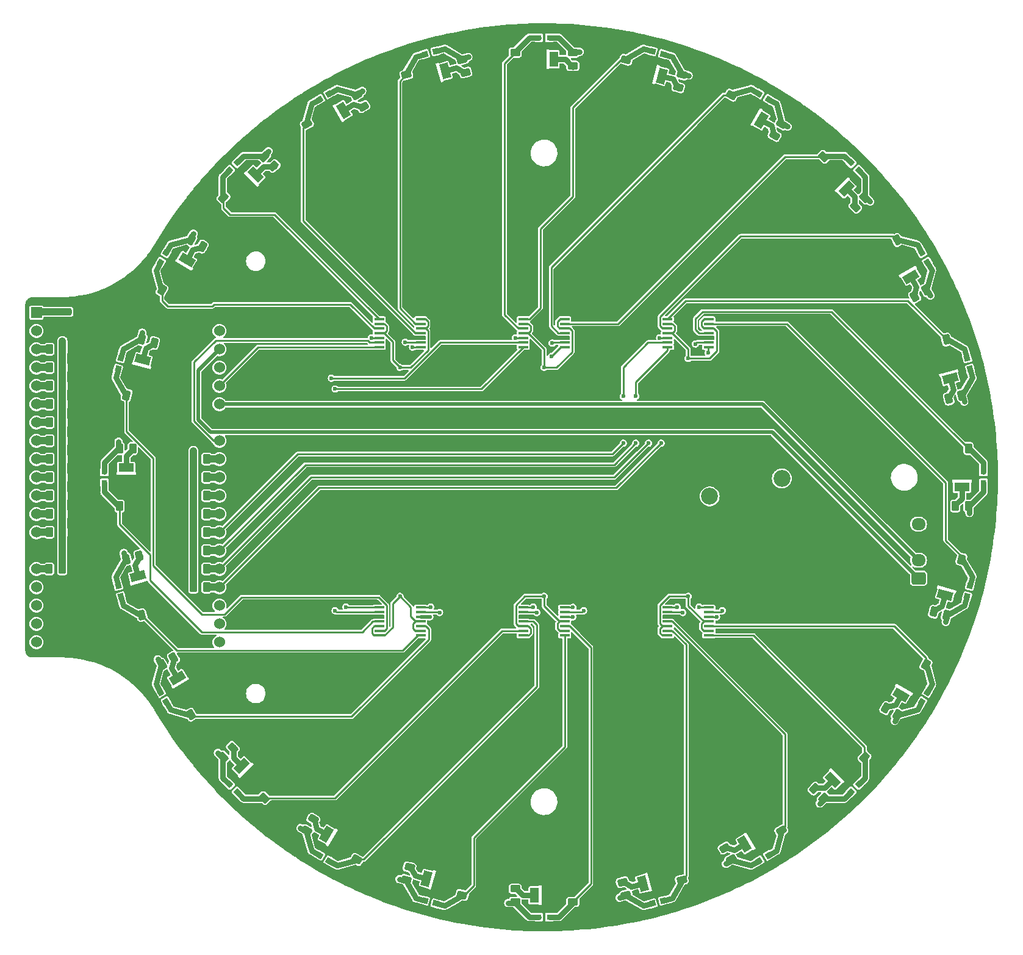
<source format=gbr>
%TF.GenerationSoftware,KiCad,Pcbnew,7.0.8*%
%TF.CreationDate,2023-11-22T21:49:45+11:00*%
%TF.ProjectId,Line 4.3,4c696e65-2034-42e3-932e-6b696361645f,rev?*%
%TF.SameCoordinates,Original*%
%TF.FileFunction,Copper,L2,Bot*%
%TF.FilePolarity,Positive*%
%FSLAX46Y46*%
G04 Gerber Fmt 4.6, Leading zero omitted, Abs format (unit mm)*
G04 Created by KiCad (PCBNEW 7.0.8) date 2023-11-22 21:49:45*
%MOMM*%
%LPD*%
G01*
G04 APERTURE LIST*
G04 Aperture macros list*
%AMRoundRect*
0 Rectangle with rounded corners*
0 $1 Rounding radius*
0 $2 $3 $4 $5 $6 $7 $8 $9 X,Y pos of 4 corners*
0 Add a 4 corners polygon primitive as box body*
4,1,4,$2,$3,$4,$5,$6,$7,$8,$9,$2,$3,0*
0 Add four circle primitives for the rounded corners*
1,1,$1+$1,$2,$3*
1,1,$1+$1,$4,$5*
1,1,$1+$1,$6,$7*
1,1,$1+$1,$8,$9*
0 Add four rect primitives between the rounded corners*
20,1,$1+$1,$2,$3,$4,$5,0*
20,1,$1+$1,$4,$5,$6,$7,0*
20,1,$1+$1,$6,$7,$8,$9,0*
20,1,$1+$1,$8,$9,$2,$3,0*%
%AMRotRect*
0 Rectangle, with rotation*
0 The origin of the aperture is its center*
0 $1 length*
0 $2 width*
0 $3 Rotation angle, in degrees counterclockwise*
0 Add horizontal line*
21,1,$1,$2,0,0,$3*%
G04 Aperture macros list end*
%TA.AperFunction,ComponentPad*%
%ADD10R,1.530000X1.530000*%
%TD*%
%TA.AperFunction,ComponentPad*%
%ADD11C,1.530000*%
%TD*%
%TA.AperFunction,ComponentPad*%
%ADD12C,2.340000*%
%TD*%
%TA.AperFunction,ComponentPad*%
%ADD13RoundRect,0.250000X0.725000X-0.600000X0.725000X0.600000X-0.725000X0.600000X-0.725000X-0.600000X0*%
%TD*%
%TA.AperFunction,ComponentPad*%
%ADD14O,1.950000X1.700000*%
%TD*%
%TA.AperFunction,SMDPad,CuDef*%
%ADD15RotRect,2.257400X2.108200X150.000000*%
%TD*%
%TA.AperFunction,SMDPad,CuDef*%
%ADD16RotRect,1.190600X2.108200X150.000000*%
%TD*%
%TA.AperFunction,SMDPad,CuDef*%
%ADD17RoundRect,0.250000X0.262500X0.450000X-0.262500X0.450000X-0.262500X-0.450000X0.262500X-0.450000X0*%
%TD*%
%TA.AperFunction,SMDPad,CuDef*%
%ADD18RoundRect,0.250000X-0.002332X-0.520961X0.452332X-0.258461X0.002332X0.520961X-0.452332X0.258461X0*%
%TD*%
%TA.AperFunction,SMDPad,CuDef*%
%ADD19RoundRect,0.250000X0.452332X0.258461X-0.002332X0.520961X-0.452332X-0.258461X0.002332X-0.520961X0*%
%TD*%
%TA.AperFunction,SMDPad,CuDef*%
%ADD20RoundRect,0.250000X-0.132583X0.503814X-0.503814X0.132583X0.132583X-0.503814X0.503814X-0.132583X0*%
%TD*%
%TA.AperFunction,SMDPad,CuDef*%
%ADD21RotRect,2.257400X2.108200X30.000000*%
%TD*%
%TA.AperFunction,SMDPad,CuDef*%
%ADD22RotRect,1.190600X2.108200X30.000000*%
%TD*%
%TA.AperFunction,SMDPad,CuDef*%
%ADD23RoundRect,0.250000X-0.502607X0.137087X-0.366727X-0.370024X0.502607X-0.137087X0.366727X0.370024X0*%
%TD*%
%TA.AperFunction,SMDPad,CuDef*%
%ADD24RotRect,2.257400X2.108200X240.000000*%
%TD*%
%TA.AperFunction,SMDPad,CuDef*%
%ADD25RotRect,1.190600X2.108200X240.000000*%
%TD*%
%TA.AperFunction,SMDPad,CuDef*%
%ADD26RoundRect,0.250000X0.132583X-0.503814X0.503814X-0.132583X-0.132583X0.503814X-0.503814X0.132583X0*%
%TD*%
%TA.AperFunction,SMDPad,CuDef*%
%ADD27RotRect,2.257400X2.108200X330.000000*%
%TD*%
%TA.AperFunction,SMDPad,CuDef*%
%ADD28RotRect,1.190600X2.108200X330.000000*%
%TD*%
%TA.AperFunction,SMDPad,CuDef*%
%ADD29RoundRect,0.250000X-0.262500X-0.450000X0.262500X-0.450000X0.262500X0.450000X-0.262500X0.450000X0*%
%TD*%
%TA.AperFunction,SMDPad,CuDef*%
%ADD30RotRect,0.800000X0.800000X315.000000*%
%TD*%
%TA.AperFunction,SMDPad,CuDef*%
%ADD31RoundRect,0.250000X0.366727X-0.370024X0.502607X0.137087X-0.366727X0.370024X-0.502607X-0.137087X0*%
%TD*%
%TA.AperFunction,SMDPad,CuDef*%
%ADD32R,1.400000X0.350000*%
%TD*%
%TA.AperFunction,SMDPad,CuDef*%
%ADD33RoundRect,0.250000X0.258461X-0.452332X0.520961X0.002332X-0.258461X0.452332X-0.520961X-0.002332X0*%
%TD*%
%TA.AperFunction,SMDPad,CuDef*%
%ADD34RotRect,2.257400X2.108200X135.000000*%
%TD*%
%TA.AperFunction,SMDPad,CuDef*%
%ADD35RotRect,1.190600X2.108200X135.000000*%
%TD*%
%TA.AperFunction,SMDPad,CuDef*%
%ADD36RotRect,2.257400X2.108200X225.000000*%
%TD*%
%TA.AperFunction,SMDPad,CuDef*%
%ADD37RotRect,1.190600X2.108200X225.000000*%
%TD*%
%TA.AperFunction,SMDPad,CuDef*%
%ADD38RoundRect,0.250000X-0.366727X0.370024X-0.502607X-0.137087X0.366727X-0.370024X0.502607X0.137087X0*%
%TD*%
%TA.AperFunction,SMDPad,CuDef*%
%ADD39RotRect,2.257400X2.108200X60.000000*%
%TD*%
%TA.AperFunction,SMDPad,CuDef*%
%ADD40RotRect,1.190600X2.108200X60.000000*%
%TD*%
%TA.AperFunction,SMDPad,CuDef*%
%ADD41RoundRect,0.250000X0.520961X-0.002332X0.258461X0.452332X-0.520961X0.002332X-0.258461X-0.452332X0*%
%TD*%
%TA.AperFunction,SMDPad,CuDef*%
%ADD42RoundRect,0.250000X-0.452332X-0.258461X0.002332X-0.520961X0.452332X0.258461X-0.002332X0.520961X0*%
%TD*%
%TA.AperFunction,SMDPad,CuDef*%
%ADD43R,2.257400X2.108200*%
%TD*%
%TA.AperFunction,SMDPad,CuDef*%
%ADD44R,1.190600X2.108200*%
%TD*%
%TA.AperFunction,SMDPad,CuDef*%
%ADD45RotRect,0.800000X0.800000X225.000000*%
%TD*%
%TA.AperFunction,SMDPad,CuDef*%
%ADD46RoundRect,0.250000X0.450000X-0.262500X0.450000X0.262500X-0.450000X0.262500X-0.450000X-0.262500X0*%
%TD*%
%TA.AperFunction,SMDPad,CuDef*%
%ADD47RotRect,0.800000X0.800000X285.000000*%
%TD*%
%TA.AperFunction,SMDPad,CuDef*%
%ADD48R,0.800000X0.800000*%
%TD*%
%TA.AperFunction,SMDPad,CuDef*%
%ADD49RoundRect,0.250000X0.137087X0.502607X-0.370024X0.366727X-0.137087X-0.502607X0.370024X-0.366727X0*%
%TD*%
%TA.AperFunction,SMDPad,CuDef*%
%ADD50RoundRect,0.250000X-0.503814X-0.132583X-0.132583X-0.503814X0.503814X0.132583X0.132583X0.503814X0*%
%TD*%
%TA.AperFunction,SMDPad,CuDef*%
%ADD51RotRect,0.800000X0.800000X45.000000*%
%TD*%
%TA.AperFunction,SMDPad,CuDef*%
%ADD52RotRect,0.800000X0.800000X195.000000*%
%TD*%
%TA.AperFunction,SMDPad,CuDef*%
%ADD53RotRect,0.800000X0.800000X240.000000*%
%TD*%
%TA.AperFunction,SMDPad,CuDef*%
%ADD54R,2.108200X2.257400*%
%TD*%
%TA.AperFunction,SMDPad,CuDef*%
%ADD55R,2.108200X1.190600*%
%TD*%
%TA.AperFunction,SMDPad,CuDef*%
%ADD56RoundRect,0.250000X0.503814X0.132583X0.132583X0.503814X-0.503814X-0.132583X-0.132583X-0.503814X0*%
%TD*%
%TA.AperFunction,SMDPad,CuDef*%
%ADD57RoundRect,0.250000X0.475000X-0.250000X0.475000X0.250000X-0.475000X0.250000X-0.475000X-0.250000X0*%
%TD*%
%TA.AperFunction,SMDPad,CuDef*%
%ADD58RotRect,2.257400X2.108200X120.000000*%
%TD*%
%TA.AperFunction,SMDPad,CuDef*%
%ADD59RotRect,1.190600X2.108200X120.000000*%
%TD*%
%TA.AperFunction,SMDPad,CuDef*%
%ADD60RotRect,2.257400X2.108200X75.000000*%
%TD*%
%TA.AperFunction,SMDPad,CuDef*%
%ADD61RotRect,1.190600X2.108200X75.000000*%
%TD*%
%TA.AperFunction,SMDPad,CuDef*%
%ADD62RotRect,0.800000X0.800000X120.000000*%
%TD*%
%TA.AperFunction,SMDPad,CuDef*%
%ADD63RotRect,2.257400X2.108200X165.000000*%
%TD*%
%TA.AperFunction,SMDPad,CuDef*%
%ADD64RotRect,1.190600X2.108200X165.000000*%
%TD*%
%TA.AperFunction,SMDPad,CuDef*%
%ADD65RoundRect,0.250000X-0.370024X-0.366727X0.137087X-0.502607X0.370024X0.366727X-0.137087X0.502607X0*%
%TD*%
%TA.AperFunction,SMDPad,CuDef*%
%ADD66RotRect,2.257400X2.108200X315.000000*%
%TD*%
%TA.AperFunction,SMDPad,CuDef*%
%ADD67RotRect,1.190600X2.108200X315.000000*%
%TD*%
%TA.AperFunction,SMDPad,CuDef*%
%ADD68RotRect,2.257400X2.108200X105.000000*%
%TD*%
%TA.AperFunction,SMDPad,CuDef*%
%ADD69RotRect,1.190600X2.108200X105.000000*%
%TD*%
%TA.AperFunction,SMDPad,CuDef*%
%ADD70RoundRect,0.250000X0.502607X-0.137087X0.366727X0.370024X-0.502607X0.137087X-0.366727X-0.370024X0*%
%TD*%
%TA.AperFunction,SMDPad,CuDef*%
%ADD71RotRect,0.800000X0.800000X60.000000*%
%TD*%
%TA.AperFunction,SMDPad,CuDef*%
%ADD72RotRect,2.257400X2.108200X285.000000*%
%TD*%
%TA.AperFunction,SMDPad,CuDef*%
%ADD73RotRect,1.190600X2.108200X285.000000*%
%TD*%
%TA.AperFunction,SMDPad,CuDef*%
%ADD74RoundRect,0.250000X0.002332X0.520961X-0.452332X0.258461X-0.002332X-0.520961X0.452332X-0.258461X0*%
%TD*%
%TA.AperFunction,SMDPad,CuDef*%
%ADD75RoundRect,0.250000X-0.258461X0.452332X-0.520961X-0.002332X0.258461X-0.452332X0.520961X0.002332X0*%
%TD*%
%TA.AperFunction,SMDPad,CuDef*%
%ADD76RoundRect,0.250000X-0.520961X0.002332X-0.258461X-0.452332X0.520961X-0.002332X0.258461X0.452332X0*%
%TD*%
%TA.AperFunction,SMDPad,CuDef*%
%ADD77RotRect,2.257400X2.108200X210.000000*%
%TD*%
%TA.AperFunction,SMDPad,CuDef*%
%ADD78RotRect,1.190600X2.108200X210.000000*%
%TD*%
%TA.AperFunction,SMDPad,CuDef*%
%ADD79RotRect,2.257400X2.108200X300.000000*%
%TD*%
%TA.AperFunction,SMDPad,CuDef*%
%ADD80RotRect,1.190600X2.108200X300.000000*%
%TD*%
%TA.AperFunction,SMDPad,CuDef*%
%ADD81RotRect,0.800000X0.800000X300.000000*%
%TD*%
%TA.AperFunction,SMDPad,CuDef*%
%ADD82RoundRect,0.250000X-0.450000X0.262500X-0.450000X-0.262500X0.450000X-0.262500X0.450000X0.262500X0*%
%TD*%
%TA.AperFunction,SMDPad,CuDef*%
%ADD83RotRect,2.257400X2.108200X45.000000*%
%TD*%
%TA.AperFunction,SMDPad,CuDef*%
%ADD84RotRect,1.190600X2.108200X45.000000*%
%TD*%
%TA.AperFunction,SMDPad,CuDef*%
%ADD85RotRect,0.800000X0.800000X165.000000*%
%TD*%
%TA.AperFunction,SMDPad,CuDef*%
%ADD86RotRect,0.800000X0.800000X345.000000*%
%TD*%
%TA.AperFunction,SMDPad,CuDef*%
%ADD87RotRect,0.800000X0.800000X15.000000*%
%TD*%
%TA.AperFunction,SMDPad,CuDef*%
%ADD88RotRect,0.800000X0.800000X30.000000*%
%TD*%
%TA.AperFunction,SMDPad,CuDef*%
%ADD89RotRect,2.257400X2.108200X195.000000*%
%TD*%
%TA.AperFunction,SMDPad,CuDef*%
%ADD90RotRect,1.190600X2.108200X195.000000*%
%TD*%
%TA.AperFunction,SMDPad,CuDef*%
%ADD91RotRect,0.800000X0.800000X105.000000*%
%TD*%
%TA.AperFunction,SMDPad,CuDef*%
%ADD92RotRect,0.800000X0.800000X210.000000*%
%TD*%
%TA.AperFunction,SMDPad,CuDef*%
%ADD93RotRect,2.257400X2.108200X15.000000*%
%TD*%
%TA.AperFunction,SMDPad,CuDef*%
%ADD94RotRect,1.190600X2.108200X15.000000*%
%TD*%
%TA.AperFunction,SMDPad,CuDef*%
%ADD95RotRect,0.800000X0.800000X75.000000*%
%TD*%
%TA.AperFunction,SMDPad,CuDef*%
%ADD96RoundRect,0.250000X0.370024X0.366727X-0.137087X0.502607X-0.370024X-0.366727X0.137087X-0.502607X0*%
%TD*%
%TA.AperFunction,SMDPad,CuDef*%
%ADD97RotRect,0.800000X0.800000X330.000000*%
%TD*%
%TA.AperFunction,SMDPad,CuDef*%
%ADD98RoundRect,0.250000X-0.137087X-0.502607X0.370024X-0.366727X0.137087X0.502607X-0.370024X0.366727X0*%
%TD*%
%TA.AperFunction,SMDPad,CuDef*%
%ADD99RotRect,2.257400X2.108200X255.000000*%
%TD*%
%TA.AperFunction,SMDPad,CuDef*%
%ADD100RotRect,1.190600X2.108200X255.000000*%
%TD*%
%TA.AperFunction,SMDPad,CuDef*%
%ADD101RotRect,0.800000X0.800000X135.000000*%
%TD*%
%TA.AperFunction,SMDPad,CuDef*%
%ADD102RotRect,2.257400X2.108200X345.000000*%
%TD*%
%TA.AperFunction,SMDPad,CuDef*%
%ADD103RotRect,1.190600X2.108200X345.000000*%
%TD*%
%TA.AperFunction,SMDPad,CuDef*%
%ADD104RotRect,0.800000X0.800000X255.000000*%
%TD*%
%TA.AperFunction,SMDPad,CuDef*%
%ADD105RotRect,0.800000X0.800000X150.000000*%
%TD*%
%TA.AperFunction,ViaPad*%
%ADD106C,0.600000*%
%TD*%
%TA.AperFunction,ViaPad*%
%ADD107C,0.800000*%
%TD*%
%TA.AperFunction,Conductor*%
%ADD108C,0.750000*%
%TD*%
%TA.AperFunction,Conductor*%
%ADD109C,1.000000*%
%TD*%
%TA.AperFunction,Conductor*%
%ADD110C,0.250000*%
%TD*%
%TA.AperFunction,Conductor*%
%ADD111C,0.500000*%
%TD*%
G04 APERTURE END LIST*
D10*
%TO.P,U9,1,3V3*%
%TO.N,+3V3*%
X79550000Y-127150000D03*
D11*
%TO.P,U9,2,EN*%
%TO.N,unconnected-(U9-EN-Pad2)*%
X79550000Y-129690000D03*
%TO.P,U9,3,SENSOR_VP*%
%TO.N,/SEN20*%
X79550000Y-132230000D03*
%TO.P,U9,4,SENSOR_VN*%
%TO.N,/SEN19*%
X79550000Y-134770000D03*
%TO.P,U9,5,IO34*%
%TO.N,/SEN18*%
X79550000Y-137310000D03*
%TO.P,U9,6,IO35*%
%TO.N,/SEN17*%
X79550000Y-139850000D03*
%TO.P,U9,7,IO32*%
%TO.N,/SEN16*%
X79550000Y-142390000D03*
%TO.P,U9,8,IO33*%
%TO.N,/SEN15*%
X79550000Y-144930000D03*
%TO.P,U9,9,IO25*%
%TO.N,/SEN14*%
X79550000Y-147470000D03*
%TO.P,U9,10,IO26*%
%TO.N,/SEN13*%
X79550000Y-150010000D03*
%TO.P,U9,11,IO27*%
%TO.N,/SEN12*%
X79550000Y-152550000D03*
%TO.P,U9,12,IO14*%
%TO.N,/SEN11*%
X79550000Y-155090000D03*
%TO.P,U9,13,IO12*%
%TO.N,/SEN10*%
X79550000Y-157630000D03*
%TO.P,U9,14,GND1*%
%TO.N,GND*%
X79550000Y-160170000D03*
%TO.P,U9,15,IO13*%
%TO.N,/SEN9*%
X79550000Y-162710000D03*
%TO.P,U9,16,SD2*%
%TO.N,unconnected-(U9-SD2-Pad16)*%
X79550000Y-165250000D03*
%TO.P,U9,17,SD3*%
%TO.N,unconnected-(U9-SD3-Pad17)*%
X79550000Y-167790000D03*
%TO.P,U9,18,CMD*%
%TO.N,unconnected-(U9-CMD-Pad18)*%
X79550000Y-170330000D03*
%TO.P,U9,19,EXT_5V*%
%TO.N,unconnected-(U9-EXT_5V-Pad19)*%
X79550000Y-172870000D03*
%TO.P,U9,20,CLK*%
%TO.N,unconnected-(U9-CLK-Pad20)*%
X104950000Y-172870000D03*
%TO.P,U9,21,SD0*%
%TO.N,unconnected-(U9-SD0-Pad21)*%
X104950000Y-170330000D03*
%TO.P,U9,22,SD1*%
%TO.N,unconnected-(U9-SD1-Pad22)*%
X104950000Y-167790000D03*
%TO.P,U9,23,IO15*%
%TO.N,/SEN8*%
X104950000Y-165250000D03*
%TO.P,U9,24,IO2*%
%TO.N,/SEN7*%
X104950000Y-162710000D03*
%TO.P,U9,25,IO0*%
%TO.N,/SEN6*%
X104950000Y-160170000D03*
%TO.P,U9,26,IO4*%
%TO.N,/SEN5*%
X104950000Y-157630000D03*
%TO.P,U9,27,IO16*%
%TO.N,/SEN4*%
X104950000Y-155090000D03*
%TO.P,U9,28,IO17*%
%TO.N,/SEN3*%
X104950000Y-152550000D03*
%TO.P,U9,29,IO5*%
%TO.N,/SEN2*%
X104950000Y-150010000D03*
%TO.P,U9,30,IO18*%
%TO.N,/SEN1*%
X104950000Y-147470000D03*
%TO.P,U9,31,IO19*%
%TO.N,/SEN21*%
X104950000Y-144930000D03*
%TO.P,U9,32,GND2*%
%TO.N,GND*%
X104950000Y-142390000D03*
%TO.P,U9,33,IO21*%
%TO.N,/SDA*%
X104950000Y-139850000D03*
%TO.P,U9,34,RXD0*%
%TO.N,/SEN22*%
X104950000Y-137310000D03*
%TO.P,U9,35,TXD0*%
%TO.N,/SEN23*%
X104950000Y-134770000D03*
%TO.P,U9,36,IO22*%
%TO.N,/SCL*%
X104950000Y-132230000D03*
%TO.P,U9,37,IO23*%
%TO.N,/SEN24*%
X104950000Y-129690000D03*
%TO.P,U9,38,GND3*%
%TO.N,GND*%
X104950000Y-127150000D03*
%TD*%
D12*
%TO.P,RV1,1,1*%
%TO.N,+3V3*%
X173000000Y-152650000D03*
%TO.P,RV1,2,2*%
%TO.N,/VREF*%
X183000000Y-150150000D03*
%TO.P,RV1,3,3*%
%TO.N,GND*%
X173000000Y-147650000D03*
%TD*%
D13*
%TO.P,J1,1,Pin_1*%
%TO.N,/SCL*%
X201975000Y-164000000D03*
D14*
%TO.P,J1,2,Pin_2*%
%TO.N,/SDA*%
X201975000Y-161500000D03*
%TO.P,J1,3,Pin_3*%
%TO.N,GND*%
X201975000Y-159000000D03*
%TO.P,J1,4,Pin_4*%
%TO.N,+15V*%
X201975000Y-156500000D03*
%TD*%
D15*
%TO.P,LED15,1*%
%TO.N,GND*%
X121713518Y-200641423D03*
D16*
%TO.P,LED15,2*%
%TO.N,Net-(LED15-Pad2)*%
X119824544Y-199550823D03*
%TD*%
D17*
%TO.P,R52,1*%
%TO.N,/SEN2*%
X103162500Y-150010000D03*
%TO.P,R52,2*%
%TO.N,+3V3*%
X101337500Y-150010000D03*
%TD*%
D18*
%TO.P,R31,1*%
%TO.N,GND*%
X197439225Y-117992148D03*
%TO.P,R31,2*%
%TO.N,Net-(U4A-+)*%
X199019721Y-117079648D03*
%TD*%
D19*
%TO.P,R11,1*%
%TO.N,+3V3*%
X199019721Y-182920352D03*
%TO.P,R11,2*%
%TO.N,Net-(LED9-Pad2)*%
X197439225Y-182007852D03*
%TD*%
D20*
%TO.P,R6,1*%
%TO.N,+3V3*%
X194485855Y-111170999D03*
%TO.P,R6,2*%
%TO.N,Net-(LED4-Pad2)*%
X193195385Y-112461469D03*
%TD*%
D21*
%TO.P,LED23,1*%
%TO.N,GND*%
X120286482Y-100182477D03*
D22*
%TO.P,LED23,2*%
%TO.N,Net-(LED23-Pad2)*%
X122175456Y-99091877D03*
%TD*%
D23*
%TO.P,R26,1*%
%TO.N,+3V3*%
X138616027Y-92059619D03*
%TO.P,R26,2*%
%TO.N,Net-(LED24-Pad2)*%
X139088371Y-93822433D03*
%TD*%
D17*
%TO.P,R51,1*%
%TO.N,/SEN1*%
X103162500Y-147470000D03*
%TO.P,R51,2*%
%TO.N,+3V3*%
X101337500Y-147470000D03*
%TD*%
D24*
%TO.P,LED9,1*%
%TO.N,GND*%
X200641423Y-178286482D03*
D25*
%TO.P,LED9,2*%
%TO.N,Net-(LED9-Pad2)*%
X199550823Y-180175456D03*
%TD*%
D26*
%TO.P,R18,1*%
%TO.N,+3V3*%
X105514145Y-188829001D03*
%TO.P,R18,2*%
%TO.N,Net-(LED16-Pad2)*%
X106804615Y-187538531D03*
%TD*%
D27*
%TO.P,LED3,1*%
%TO.N,GND*%
X178286482Y-99358577D03*
D28*
%TO.P,LED3,2*%
%TO.N,Net-(LED3-Pad2)*%
X180175456Y-100449177D03*
%TD*%
D29*
%TO.P,R68,1*%
%TO.N,/SEN18*%
X81327500Y-137310000D03*
%TO.P,R68,2*%
%TO.N,+3V3*%
X83152500Y-137310000D03*
%TD*%
D30*
%TO.P,A16,1*%
%TO.N,+3V3*%
X106336156Y-192603184D03*
%TO.P,A16,2*%
%TO.N,Net-(U6D-+)*%
X107396816Y-193663844D03*
%TD*%
D29*
%TO.P,R61,1*%
%TO.N,/SEN11*%
X81327500Y-155090000D03*
%TO.P,R61,2*%
%TO.N,+3V3*%
X83152500Y-155090000D03*
%TD*%
D31*
%TO.P,R28,1*%
%TO.N,GND*%
X160911629Y-93822433D03*
%TO.P,R28,2*%
%TO.N,Net-(U3B-+)*%
X161383973Y-92059619D03*
%TD*%
D32*
%TO.P,U5,1*%
%TO.N,/SEN10*%
X172875000Y-168050000D03*
%TO.P,U5,2*%
%TO.N,/SEN9*%
X172875000Y-168700000D03*
%TO.P,U5,3,V+*%
%TO.N,+3V3*%
X172875000Y-169350000D03*
%TO.P,U5,4,-*%
%TO.N,/VREF*%
X172875000Y-170000000D03*
%TO.P,U5,5,+*%
%TO.N,Net-(U5A-+)*%
X172875000Y-170650000D03*
%TO.P,U5,6,-*%
%TO.N,/VREF*%
X172875000Y-171300000D03*
%TO.P,U5,7,+*%
%TO.N,Net-(U5B-+)*%
X172875000Y-171950000D03*
%TO.P,U5,8,-*%
%TO.N,/VREF*%
X167125000Y-171950000D03*
%TO.P,U5,9,+*%
%TO.N,Net-(U5D-+)*%
X167125000Y-171300000D03*
%TO.P,U5,10,-*%
%TO.N,/VREF*%
X167125000Y-170650000D03*
%TO.P,U5,11,+*%
%TO.N,Net-(U5C-+)*%
X167125000Y-170000000D03*
%TO.P,U5,12,V-*%
%TO.N,GND*%
X167125000Y-169350000D03*
%TO.P,U5,13*%
%TO.N,/SEN11*%
X167125000Y-168700000D03*
%TO.P,U5,14*%
%TO.N,/SEN12*%
X167125000Y-168050000D03*
%TD*%
D33*
%TO.P,R29,1*%
%TO.N,GND*%
X175079648Y-98560775D03*
%TO.P,R29,2*%
%TO.N,Net-(U3C-+)*%
X175992148Y-96980279D03*
%TD*%
D34*
%TO.P,LED16,1*%
%TO.N,GND*%
X109570392Y-191594778D03*
D35*
%TO.P,LED16,2*%
%TO.N,Net-(LED16-Pad2)*%
X108028051Y-190052437D03*
%TD*%
D17*
%TO.P,R55,1*%
%TO.N,/SEN5*%
X103162500Y-157630000D03*
%TO.P,R55,2*%
%TO.N,+3V3*%
X101337500Y-157630000D03*
%TD*%
D36*
%TO.P,LED10,1*%
%TO.N,GND*%
X191594778Y-190429608D03*
D37*
%TO.P,LED10,2*%
%TO.N,Net-(LED10-Pad2)*%
X190052437Y-191971949D03*
%TD*%
D38*
%TO.P,R4,1*%
%TO.N,+3V3*%
X169111380Y-94130171D03*
%TO.P,R4,2*%
%TO.N,Net-(LED2-Pad2)*%
X168639036Y-95892985D03*
%TD*%
D29*
%TO.P,R62,1*%
%TO.N,/SEN12*%
X81327500Y-152550000D03*
%TO.P,R62,2*%
%TO.N,+3V3*%
X83152500Y-152550000D03*
%TD*%
D32*
%TO.P,U3,1*%
%TO.N,/SEN2*%
X147125000Y-131950000D03*
%TO.P,U3,2*%
%TO.N,/SEN1*%
X147125000Y-131300000D03*
%TO.P,U3,3,V+*%
%TO.N,+3V3*%
X147125000Y-130650000D03*
%TO.P,U3,4,-*%
%TO.N,/VREF*%
X147125000Y-130000000D03*
%TO.P,U3,5,+*%
%TO.N,Net-(U3A-+)*%
X147125000Y-129350000D03*
%TO.P,U3,6,-*%
%TO.N,/VREF*%
X147125000Y-128700000D03*
%TO.P,U3,7,+*%
%TO.N,Net-(U3B-+)*%
X147125000Y-128050000D03*
%TO.P,U3,8,-*%
%TO.N,/VREF*%
X152875000Y-128050000D03*
%TO.P,U3,9,+*%
%TO.N,Net-(U3D-+)*%
X152875000Y-128700000D03*
%TO.P,U3,10,-*%
%TO.N,/VREF*%
X152875000Y-129350000D03*
%TO.P,U3,11,+*%
%TO.N,Net-(U3C-+)*%
X152875000Y-130000000D03*
%TO.P,U3,12,V-*%
%TO.N,GND*%
X152875000Y-130650000D03*
%TO.P,U3,13*%
%TO.N,/SEN3*%
X152875000Y-131300000D03*
%TO.P,U3,14*%
%TO.N,/SEN4*%
X152875000Y-131950000D03*
%TD*%
D39*
%TO.P,LED21,1*%
%TO.N,GND*%
X99358577Y-121713518D03*
D40*
%TO.P,LED21,2*%
%TO.N,Net-(LED21-Pad2)*%
X100449177Y-119824544D03*
%TD*%
D17*
%TO.P,R9,1*%
%TO.N,+3V3*%
X208912500Y-154000000D03*
%TO.P,R9,2*%
%TO.N,Net-(LED7-Pad2)*%
X207087500Y-154000000D03*
%TD*%
D41*
%TO.P,R49,1*%
%TO.N,GND*%
X117992148Y-102560775D03*
%TO.P,R49,2*%
%TO.N,Net-(U8C-+)*%
X117079648Y-100980279D03*
%TD*%
D42*
%TO.P,R35,1*%
%TO.N,GND*%
X201439225Y-175079648D03*
%TO.P,R35,2*%
%TO.N,Net-(U5A-+)*%
X203019721Y-175992148D03*
%TD*%
D43*
%TO.P,LED13,1*%
%TO.N,GND*%
X150823900Y-208000000D03*
D44*
%TO.P,LED13,2*%
%TO.N,Net-(LED13-Pad2)*%
X148642700Y-208000000D03*
%TD*%
D45*
%TO.P,A22,1*%
%TO.N,+3V3*%
X107396816Y-106336156D03*
%TO.P,A22,2*%
%TO.N,Net-(U8B-+)*%
X106336156Y-107396816D03*
%TD*%
D33*
%TO.P,R17,1*%
%TO.N,+3V3*%
X117079648Y-199019721D03*
%TO.P,R17,2*%
%TO.N,Net-(LED15-Pad2)*%
X117992148Y-197439225D03*
%TD*%
D46*
%TO.P,R27,1*%
%TO.N,GND*%
X146000000Y-92912500D03*
%TO.P,R27,2*%
%TO.N,Net-(U3A-+)*%
X146000000Y-91087500D03*
%TD*%
D47*
%TO.P,A18,1*%
%TO.N,+3V3*%
X90884411Y-165063518D03*
%TO.P,A18,2*%
%TO.N,Net-(U7B-+)*%
X91272639Y-166512406D03*
%TD*%
D48*
%TO.P,A1,1*%
%TO.N,+3V3*%
X150750000Y-89000000D03*
%TO.P,A1,2*%
%TO.N,Net-(U3A-+)*%
X149250000Y-89000000D03*
%TD*%
D49*
%TO.P,R44,1*%
%TO.N,GND*%
X95892985Y-168639036D03*
%TO.P,R44,2*%
%TO.N,Net-(U7B-+)*%
X94130171Y-169111380D03*
%TD*%
D48*
%TO.P,A7,1*%
%TO.N,+3V3*%
X211000000Y-150750000D03*
%TO.P,A7,2*%
%TO.N,Net-(U4C-+)*%
X211000000Y-149250000D03*
%TD*%
D17*
%TO.P,R57,1*%
%TO.N,/SEN7*%
X103162500Y-162710000D03*
%TO.P,R57,2*%
%TO.N,+3V3*%
X101337500Y-162710000D03*
%TD*%
D29*
%TO.P,R70,1*%
%TO.N,/SEN20*%
X81327500Y-132230000D03*
%TO.P,R70,2*%
%TO.N,+3V3*%
X83152500Y-132230000D03*
%TD*%
D50*
%TO.P,R24,1*%
%TO.N,+3V3*%
X111170999Y-105514145D03*
%TO.P,R24,2*%
%TO.N,Net-(LED22-Pad2)*%
X112461469Y-106804615D03*
%TD*%
D51*
%TO.P,A10,1*%
%TO.N,+3V3*%
X192603184Y-193663844D03*
%TO.P,A10,2*%
%TO.N,Net-(U5B-+)*%
X193663844Y-192603184D03*
%TD*%
D52*
%TO.P,A24,1*%
%TO.N,+3V3*%
X134936482Y-90884411D03*
%TO.P,A24,2*%
%TO.N,Net-(U8D-+)*%
X133487594Y-91272639D03*
%TD*%
D32*
%TO.P,U4,1*%
%TO.N,/SEN6*%
X167125000Y-131950000D03*
%TO.P,U4,2*%
%TO.N,/SEN5*%
X167125000Y-131300000D03*
%TO.P,U4,3,V+*%
%TO.N,+3V3*%
X167125000Y-130650000D03*
%TO.P,U4,4,-*%
%TO.N,/VREF*%
X167125000Y-130000000D03*
%TO.P,U4,5,+*%
%TO.N,Net-(U4A-+)*%
X167125000Y-129350000D03*
%TO.P,U4,6,-*%
%TO.N,/VREF*%
X167125000Y-128700000D03*
%TO.P,U4,7,+*%
%TO.N,Net-(U4B-+)*%
X167125000Y-128050000D03*
%TO.P,U4,8,-*%
%TO.N,/VREF*%
X172875000Y-128050000D03*
%TO.P,U4,9,+*%
%TO.N,Net-(U4D-+)*%
X172875000Y-128700000D03*
%TO.P,U4,10,-*%
%TO.N,/VREF*%
X172875000Y-129350000D03*
%TO.P,U4,11,+*%
%TO.N,Net-(U4C-+)*%
X172875000Y-130000000D03*
%TO.P,U4,12,V-*%
%TO.N,GND*%
X172875000Y-130650000D03*
%TO.P,U4,13*%
%TO.N,/SEN7*%
X172875000Y-131300000D03*
%TO.P,U4,14*%
%TO.N,/SEN8*%
X172875000Y-131950000D03*
%TD*%
%TO.P,U7,1*%
%TO.N,/SEN18*%
X132875000Y-168050000D03*
%TO.P,U7,2*%
%TO.N,/SEN17*%
X132875000Y-168700000D03*
%TO.P,U7,3,V+*%
%TO.N,+3V3*%
X132875000Y-169350000D03*
%TO.P,U7,4,-*%
%TO.N,/VREF*%
X132875000Y-170000000D03*
%TO.P,U7,5,+*%
%TO.N,Net-(U7A-+)*%
X132875000Y-170650000D03*
%TO.P,U7,6,-*%
%TO.N,/VREF*%
X132875000Y-171300000D03*
%TO.P,U7,7,+*%
%TO.N,Net-(U7B-+)*%
X132875000Y-171950000D03*
%TO.P,U7,8,-*%
%TO.N,/VREF*%
X127125000Y-171950000D03*
%TO.P,U7,9,+*%
%TO.N,Net-(U7D-+)*%
X127125000Y-171300000D03*
%TO.P,U7,10,-*%
%TO.N,/VREF*%
X127125000Y-170650000D03*
%TO.P,U7,11,+*%
%TO.N,Net-(U7C-+)*%
X127125000Y-170000000D03*
%TO.P,U7,12,V-*%
%TO.N,GND*%
X127125000Y-169350000D03*
%TO.P,U7,13*%
%TO.N,/SEN19*%
X127125000Y-168700000D03*
%TO.P,U7,14*%
%TO.N,/SEN20*%
X127125000Y-168050000D03*
%TD*%
D53*
%TO.P,A21,1*%
%TO.N,+3V3*%
X97547450Y-118850481D03*
%TO.P,A21,2*%
%TO.N,Net-(U8A-+)*%
X96797450Y-120149519D03*
%TD*%
D54*
%TO.P,LED19,1*%
%TO.N,GND*%
X92000000Y-150823900D03*
D55*
%TO.P,LED19,2*%
%TO.N,Net-(LED19-Pad2)*%
X92000000Y-148642700D03*
%TD*%
D23*
%TO.P,R38,1*%
%TO.N,GND*%
X168639036Y-204107015D03*
%TO.P,R38,2*%
%TO.N,Net-(U5D-+)*%
X169111380Y-205869829D03*
%TD*%
D56*
%TO.P,R12,1*%
%TO.N,+3V3*%
X188829001Y-194485855D03*
%TO.P,R12,2*%
%TO.N,Net-(LED10-Pad2)*%
X187538531Y-193195385D03*
%TD*%
D57*
%TO.P,C13,1*%
%TO.N,GND*%
X83750000Y-128950000D03*
%TO.P,C13,2*%
%TO.N,+3V3*%
X83750000Y-127050000D03*
%TD*%
D58*
%TO.P,LED17,1*%
%TO.N,GND*%
X100182477Y-179713518D03*
D59*
%TO.P,LED17,2*%
%TO.N,Net-(LED17-Pad2)*%
X99091877Y-177824544D03*
%TD*%
D60*
%TO.P,LED20,1*%
%TO.N,GND*%
X93763061Y-135784321D03*
D61*
%TO.P,LED20,2*%
%TO.N,Net-(LED20-Pad2)*%
X94327597Y-133677444D03*
%TD*%
D46*
%TO.P,R15,1*%
%TO.N,+3V3*%
X146000000Y-208912500D03*
%TO.P,R15,2*%
%TO.N,Net-(LED13-Pad2)*%
X146000000Y-207087500D03*
%TD*%
D17*
%TO.P,R58,1*%
%TO.N,/SEN8*%
X103162500Y-165250000D03*
%TO.P,R58,2*%
%TO.N,+3V3*%
X101337500Y-165250000D03*
%TD*%
D32*
%TO.P,U6,1*%
%TO.N,/SEN14*%
X152875000Y-168050000D03*
%TO.P,U6,2*%
%TO.N,/SEN13*%
X152875000Y-168700000D03*
%TO.P,U6,3,V+*%
%TO.N,+3V3*%
X152875000Y-169350000D03*
%TO.P,U6,4,-*%
%TO.N,/VREF*%
X152875000Y-170000000D03*
%TO.P,U6,5,+*%
%TO.N,Net-(U6A-+)*%
X152875000Y-170650000D03*
%TO.P,U6,6,-*%
%TO.N,/VREF*%
X152875000Y-171300000D03*
%TO.P,U6,7,+*%
%TO.N,Net-(U6B-+)*%
X152875000Y-171950000D03*
%TO.P,U6,8,-*%
%TO.N,/VREF*%
X147125000Y-171950000D03*
%TO.P,U6,9,+*%
%TO.N,Net-(U6D-+)*%
X147125000Y-171300000D03*
%TO.P,U6,10,-*%
%TO.N,/VREF*%
X147125000Y-170650000D03*
%TO.P,U6,11,+*%
%TO.N,Net-(U6C-+)*%
X147125000Y-170000000D03*
%TO.P,U6,12,V-*%
%TO.N,GND*%
X147125000Y-169350000D03*
%TO.P,U6,13*%
%TO.N,/SEN15*%
X147125000Y-168700000D03*
%TO.P,U6,14*%
%TO.N,/SEN16*%
X147125000Y-168050000D03*
%TD*%
D62*
%TO.P,A5,1*%
%TO.N,+3V3*%
X203202550Y-120149519D03*
%TO.P,A5,2*%
%TO.N,Net-(U4A-+)*%
X202452550Y-118850481D03*
%TD*%
D63*
%TO.P,LED14,1*%
%TO.N,GND*%
X135784321Y-206236939D03*
D64*
%TO.P,LED14,2*%
%TO.N,Net-(LED14-Pad2)*%
X133677444Y-205672403D03*
%TD*%
D19*
%TO.P,R47,1*%
%TO.N,GND*%
X98560775Y-124920352D03*
%TO.P,R47,2*%
%TO.N,Net-(U8A-+)*%
X96980279Y-124007852D03*
%TD*%
D29*
%TO.P,R60,1*%
%TO.N,/SEN10*%
X81327500Y-157630000D03*
%TO.P,R60,2*%
%TO.N,+3V3*%
X83152500Y-157630000D03*
%TD*%
D65*
%TO.P,R34,1*%
%TO.N,GND*%
X206177567Y-160911629D03*
%TO.P,R34,2*%
%TO.N,Net-(U4D-+)*%
X207940381Y-161383973D03*
%TD*%
D66*
%TO.P,LED4,1*%
%TO.N,GND*%
X190429608Y-108405222D03*
D67*
%TO.P,LED4,2*%
%TO.N,Net-(LED4-Pad2)*%
X191971949Y-109947563D03*
%TD*%
D68*
%TO.P,LED18,1*%
%TO.N,GND*%
X94189543Y-165807331D03*
D69*
%TO.P,LED18,2*%
%TO.N,Net-(LED18-Pad2)*%
X93625007Y-163700454D03*
%TD*%
D41*
%TO.P,R13,1*%
%TO.N,+3V3*%
X175992148Y-203019721D03*
%TO.P,R13,2*%
%TO.N,Net-(LED11-Pad2)*%
X175079648Y-201439225D03*
%TD*%
D70*
%TO.P,R14,1*%
%TO.N,+3V3*%
X161383973Y-207940381D03*
%TO.P,R14,2*%
%TO.N,Net-(LED12-Pad2)*%
X160911629Y-206177567D03*
%TD*%
D71*
%TO.P,A9,1*%
%TO.N,+3V3*%
X202452550Y-181149519D03*
%TO.P,A9,2*%
%TO.N,Net-(U5A-+)*%
X203202550Y-179850481D03*
%TD*%
D29*
%TO.P,R63,1*%
%TO.N,/SEN13*%
X81327500Y-150010000D03*
%TO.P,R63,2*%
%TO.N,+3V3*%
X83152500Y-150010000D03*
%TD*%
%TO.P,R59,1*%
%TO.N,/SEN9*%
X81307500Y-162710000D03*
%TO.P,R59,2*%
%TO.N,+3V3*%
X83132500Y-162710000D03*
%TD*%
D72*
%TO.P,LED6,1*%
%TO.N,GND*%
X205810457Y-134192669D03*
D73*
%TO.P,LED6,2*%
%TO.N,Net-(LED6-Pad2)*%
X206374993Y-136299546D03*
%TD*%
D74*
%TO.P,R43,1*%
%TO.N,GND*%
X102560775Y-182007852D03*
%TO.P,R43,2*%
%TO.N,Net-(U7A-+)*%
X100980279Y-182920352D03*
%TD*%
D48*
%TO.P,A13,1*%
%TO.N,+3V3*%
X149250000Y-211000000D03*
%TO.P,A13,2*%
%TO.N,Net-(U6A-+)*%
X150750000Y-211000000D03*
%TD*%
D38*
%TO.P,R40,1*%
%TO.N,GND*%
X139088371Y-206177567D03*
%TO.P,R40,2*%
%TO.N,Net-(U6B-+)*%
X138616027Y-207940381D03*
%TD*%
D75*
%TO.P,R5,1*%
%TO.N,+3V3*%
X182920352Y-100980279D03*
%TO.P,R5,2*%
%TO.N,Net-(LED3-Pad2)*%
X182007852Y-102560775D03*
%TD*%
D76*
%TO.P,R37,1*%
%TO.N,GND*%
X182007852Y-197439225D03*
%TO.P,R37,2*%
%TO.N,Net-(U5C-+)*%
X182920352Y-199019721D03*
%TD*%
D57*
%TO.P,C12,1*%
%TO.N,GND*%
X81750000Y-128950000D03*
%TO.P,C12,2*%
%TO.N,+3V3*%
X81750000Y-127050000D03*
%TD*%
D77*
%TO.P,LED11,1*%
%TO.N,GND*%
X179713518Y-199817523D03*
D78*
%TO.P,LED11,2*%
%TO.N,Net-(LED11-Pad2)*%
X177824544Y-200908123D03*
%TD*%
D79*
%TO.P,LED5,1*%
%TO.N,GND*%
X199817523Y-120286482D03*
D80*
%TO.P,LED5,2*%
%TO.N,Net-(LED5-Pad2)*%
X200908123Y-122175456D03*
%TD*%
D81*
%TO.P,A17,1*%
%TO.N,+3V3*%
X96797450Y-179850481D03*
%TO.P,A17,2*%
%TO.N,Net-(U7A-+)*%
X97547450Y-181149519D03*
%TD*%
D82*
%TO.P,R39,1*%
%TO.N,GND*%
X154000000Y-207087500D03*
%TO.P,R39,2*%
%TO.N,Net-(U6A-+)*%
X154000000Y-208912500D03*
%TD*%
D17*
%TO.P,R45,1*%
%TO.N,GND*%
X92912500Y-154000000D03*
%TO.P,R45,2*%
%TO.N,Net-(U7C-+)*%
X91087500Y-154000000D03*
%TD*%
D29*
%TO.P,R66,1*%
%TO.N,/SEN16*%
X81327500Y-142390000D03*
%TO.P,R66,2*%
%TO.N,+3V3*%
X83152500Y-142390000D03*
%TD*%
D83*
%TO.P,LED22,1*%
%TO.N,GND*%
X108405222Y-109570392D03*
D84*
%TO.P,LED22,2*%
%TO.N,Net-(LED22-Pad2)*%
X109947563Y-108028051D03*
%TD*%
D17*
%TO.P,R53,1*%
%TO.N,/SEN3*%
X103162500Y-152550000D03*
%TO.P,R53,2*%
%TO.N,+3V3*%
X101337500Y-152550000D03*
%TD*%
D50*
%TO.P,R36,1*%
%TO.N,GND*%
X193195385Y-187538531D03*
%TO.P,R36,2*%
%TO.N,Net-(U5B-+)*%
X194485855Y-188829001D03*
%TD*%
D85*
%TO.P,A2,1*%
%TO.N,+3V3*%
X166512406Y-91272639D03*
%TO.P,A2,2*%
%TO.N,Net-(U3B-+)*%
X165063518Y-90884411D03*
%TD*%
D82*
%TO.P,R3,1*%
%TO.N,+3V3*%
X154000000Y-91087500D03*
%TO.P,R3,2*%
%TO.N,Net-(LED1-Pad2)*%
X154000000Y-92912500D03*
%TD*%
D29*
%TO.P,R65,1*%
%TO.N,/SEN15*%
X81327500Y-144930000D03*
%TO.P,R65,2*%
%TO.N,+3V3*%
X83152500Y-144930000D03*
%TD*%
D86*
%TO.P,A14,1*%
%TO.N,+3V3*%
X133487594Y-208727361D03*
%TO.P,A14,2*%
%TO.N,Net-(U6B-+)*%
X134936482Y-209115589D03*
%TD*%
D29*
%TO.P,R69,1*%
%TO.N,/SEN19*%
X81327500Y-134770000D03*
%TO.P,R69,2*%
%TO.N,+3V3*%
X83152500Y-134770000D03*
%TD*%
D87*
%TO.P,A12,1*%
%TO.N,+3V3*%
X165063518Y-209115589D03*
%TO.P,A12,2*%
%TO.N,Net-(U5D-+)*%
X166512406Y-208727361D03*
%TD*%
D88*
%TO.P,A11,1*%
%TO.N,+3V3*%
X179850481Y-203202550D03*
%TO.P,A11,2*%
%TO.N,Net-(U5C-+)*%
X181149519Y-202452550D03*
%TD*%
D89*
%TO.P,LED12,1*%
%TO.N,GND*%
X165807331Y-205810457D03*
D90*
%TO.P,LED12,2*%
%TO.N,Net-(LED12-Pad2)*%
X163700454Y-206374993D03*
%TD*%
D91*
%TO.P,A6,1*%
%TO.N,+3V3*%
X209115589Y-134936482D03*
%TO.P,A6,2*%
%TO.N,Net-(U4B-+)*%
X208727361Y-133487594D03*
%TD*%
D92*
%TO.P,A23,1*%
%TO.N,+3V3*%
X120149519Y-96797450D03*
%TO.P,A23,2*%
%TO.N,Net-(U8C-+)*%
X118850481Y-97547450D03*
%TD*%
D93*
%TO.P,LED24,1*%
%TO.N,GND*%
X134192669Y-94189543D03*
D94*
%TO.P,LED24,2*%
%TO.N,Net-(LED24-Pad2)*%
X136299546Y-93625007D03*
%TD*%
D75*
%TO.P,R41,1*%
%TO.N,GND*%
X124920352Y-201439225D03*
%TO.P,R41,2*%
%TO.N,Net-(U6C-+)*%
X124007852Y-203019721D03*
%TD*%
D95*
%TO.P,A8,1*%
%TO.N,+3V3*%
X208727361Y-166512406D03*
%TO.P,A8,2*%
%TO.N,Net-(U4D-+)*%
X209115589Y-165063518D03*
%TD*%
D42*
%TO.P,R23,1*%
%TO.N,+3V3*%
X100980279Y-117079648D03*
%TO.P,R23,2*%
%TO.N,Net-(LED21-Pad2)*%
X102560775Y-117992148D03*
%TD*%
D56*
%TO.P,R48,1*%
%TO.N,GND*%
X106804615Y-112461469D03*
%TO.P,R48,2*%
%TO.N,Net-(U8B-+)*%
X105514145Y-111170999D03*
%TD*%
D96*
%TO.P,R46,1*%
%TO.N,GND*%
X93822433Y-139088371D03*
%TO.P,R46,2*%
%TO.N,Net-(U7D-+)*%
X92059619Y-138616027D03*
%TD*%
D29*
%TO.P,R21,1*%
%TO.N,+3V3*%
X91087500Y-146000000D03*
%TO.P,R21,2*%
%TO.N,Net-(LED19-Pad2)*%
X92912500Y-146000000D03*
%TD*%
D96*
%TO.P,R10,1*%
%TO.N,+3V3*%
X205869829Y-169111380D03*
%TO.P,R10,2*%
%TO.N,Net-(LED8-Pad2)*%
X204107015Y-168639036D03*
%TD*%
D54*
%TO.P,LED7,1*%
%TO.N,GND*%
X208000000Y-149176100D03*
D55*
%TO.P,LED7,2*%
%TO.N,Net-(LED7-Pad2)*%
X208000000Y-151357300D03*
%TD*%
D97*
%TO.P,A15,1*%
%TO.N,+3V3*%
X118850481Y-202452550D03*
%TO.P,A15,2*%
%TO.N,Net-(U6C-+)*%
X120149519Y-203202550D03*
%TD*%
D98*
%TO.P,R20,1*%
%TO.N,+3V3*%
X92059619Y-161383973D03*
%TO.P,R20,2*%
%TO.N,Net-(LED18-Pad2)*%
X93822433Y-160911629D03*
%TD*%
D18*
%TO.P,R19,1*%
%TO.N,+3V3*%
X96980279Y-175992148D03*
%TO.P,R19,2*%
%TO.N,Net-(LED17-Pad2)*%
X98560775Y-175079648D03*
%TD*%
D99*
%TO.P,LED8,1*%
%TO.N,GND*%
X206236939Y-164215679D03*
D100*
%TO.P,LED8,2*%
%TO.N,Net-(LED8-Pad2)*%
X205672403Y-166322556D03*
%TD*%
D49*
%TO.P,R8,1*%
%TO.N,+3V3*%
X207940381Y-138616027D03*
%TO.P,R8,2*%
%TO.N,Net-(LED6-Pad2)*%
X206177567Y-139088371D03*
%TD*%
D32*
%TO.P,U8,1*%
%TO.N,/SEN22*%
X127125000Y-131950000D03*
%TO.P,U8,2*%
%TO.N,/SEN21*%
X127125000Y-131300000D03*
%TO.P,U8,3,V+*%
%TO.N,+3V3*%
X127125000Y-130650000D03*
%TO.P,U8,4,-*%
%TO.N,/VREF*%
X127125000Y-130000000D03*
%TO.P,U8,5,+*%
%TO.N,Net-(U8A-+)*%
X127125000Y-129350000D03*
%TO.P,U8,6,-*%
%TO.N,/VREF*%
X127125000Y-128700000D03*
%TO.P,U8,7,+*%
%TO.N,Net-(U8B-+)*%
X127125000Y-128050000D03*
%TO.P,U8,8,-*%
%TO.N,/VREF*%
X132875000Y-128050000D03*
%TO.P,U8,9,+*%
%TO.N,Net-(U8D-+)*%
X132875000Y-128700000D03*
%TO.P,U8,10,-*%
%TO.N,/VREF*%
X132875000Y-129350000D03*
%TO.P,U8,11,+*%
%TO.N,Net-(U8C-+)*%
X132875000Y-130000000D03*
%TO.P,U8,12,V-*%
%TO.N,GND*%
X132875000Y-130650000D03*
%TO.P,U8,13*%
%TO.N,/SEN23*%
X132875000Y-131300000D03*
%TO.P,U8,14*%
%TO.N,/SEN24*%
X132875000Y-131950000D03*
%TD*%
D29*
%TO.P,R67,1*%
%TO.N,/SEN17*%
X81327500Y-139850000D03*
%TO.P,R67,2*%
%TO.N,+3V3*%
X83152500Y-139850000D03*
%TD*%
D101*
%TO.P,A4,1*%
%TO.N,+3V3*%
X193663844Y-107396816D03*
%TO.P,A4,2*%
%TO.N,Net-(U3D-+)*%
X192603184Y-106336156D03*
%TD*%
D26*
%TO.P,R30,1*%
%TO.N,GND*%
X187538531Y-106804615D03*
%TO.P,R30,2*%
%TO.N,Net-(U3D-+)*%
X188829001Y-105514145D03*
%TD*%
D70*
%TO.P,R50,1*%
%TO.N,GND*%
X131360964Y-95892985D03*
%TO.P,R50,2*%
%TO.N,Net-(U8D-+)*%
X130888620Y-94130171D03*
%TD*%
D31*
%TO.P,R16,1*%
%TO.N,+3V3*%
X130888620Y-205869829D03*
%TO.P,R16,2*%
%TO.N,Net-(LED14-Pad2)*%
X131360964Y-204107015D03*
%TD*%
D76*
%TO.P,R25,1*%
%TO.N,+3V3*%
X124007852Y-96980279D03*
%TO.P,R25,2*%
%TO.N,Net-(LED23-Pad2)*%
X124920352Y-98560775D03*
%TD*%
D65*
%TO.P,R22,1*%
%TO.N,+3V3*%
X94130171Y-130888620D03*
%TO.P,R22,2*%
%TO.N,Net-(LED20-Pad2)*%
X95892985Y-131360964D03*
%TD*%
D17*
%TO.P,R54,1*%
%TO.N,/SEN4*%
X103162500Y-155090000D03*
%TO.P,R54,2*%
%TO.N,+3V3*%
X101337500Y-155090000D03*
%TD*%
D20*
%TO.P,R42,1*%
%TO.N,GND*%
X112461469Y-193195385D03*
%TO.P,R42,2*%
%TO.N,Net-(U6D-+)*%
X111170999Y-194485855D03*
%TD*%
D43*
%TO.P,LED1,1*%
%TO.N,GND*%
X149176100Y-92000000D03*
D44*
%TO.P,LED1,2*%
%TO.N,Net-(LED1-Pad2)*%
X151357300Y-92000000D03*
%TD*%
D17*
%TO.P,R56,1*%
%TO.N,/SEN6*%
X103162500Y-160170000D03*
%TO.P,R56,2*%
%TO.N,+3V3*%
X101337500Y-160170000D03*
%TD*%
D98*
%TO.P,R32,1*%
%TO.N,GND*%
X204107015Y-131360964D03*
%TO.P,R32,2*%
%TO.N,Net-(U4B-+)*%
X205869829Y-130888620D03*
%TD*%
D48*
%TO.P,A19,1*%
%TO.N,+3V3*%
X89000000Y-149250000D03*
%TO.P,A19,2*%
%TO.N,Net-(U7C-+)*%
X89000000Y-150750000D03*
%TD*%
D74*
%TO.P,R7,1*%
%TO.N,+3V3*%
X203019721Y-124007852D03*
%TO.P,R7,2*%
%TO.N,Net-(LED5-Pad2)*%
X201439225Y-124920352D03*
%TD*%
D29*
%TO.P,R64,1*%
%TO.N,/SEN14*%
X81327500Y-147470000D03*
%TO.P,R64,2*%
%TO.N,+3V3*%
X83152500Y-147470000D03*
%TD*%
D102*
%TO.P,LED2,1*%
%TO.N,GND*%
X164215679Y-93763061D03*
D103*
%TO.P,LED2,2*%
%TO.N,Net-(LED2-Pad2)*%
X166322556Y-94327597D03*
%TD*%
D29*
%TO.P,R33,1*%
%TO.N,GND*%
X207087500Y-146000000D03*
%TO.P,R33,2*%
%TO.N,Net-(U4C-+)*%
X208912500Y-146000000D03*
%TD*%
D104*
%TO.P,A20,1*%
%TO.N,+3V3*%
X91272639Y-133487594D03*
%TO.P,A20,2*%
%TO.N,Net-(U7D-+)*%
X90884411Y-134936482D03*
%TD*%
D105*
%TO.P,A3,1*%
%TO.N,+3V3*%
X181149519Y-97547450D03*
%TO.P,A3,2*%
%TO.N,Net-(U3C-+)*%
X179850481Y-96797450D03*
%TD*%
D106*
%TO.N,+3V3*%
X90950000Y-145050000D03*
X170064597Y-94243234D03*
X175238174Y-203613800D03*
X209050000Y-154950000D03*
X208319074Y-139498068D03*
X205756766Y-170064597D03*
X111745523Y-104745166D03*
X83152500Y-131097500D03*
X116188174Y-198663800D03*
X160501932Y-208319074D03*
X198663800Y-183811826D03*
X146050000Y-130650000D03*
X101336200Y-116188174D03*
X129935403Y-205756766D03*
X203613800Y-124761826D03*
X104745166Y-188254477D03*
X91680926Y-160501932D03*
X188254477Y-195254834D03*
X126050000Y-130650000D03*
X173950000Y-169350000D03*
X139498068Y-91680926D03*
X145050000Y-209050000D03*
X195254834Y-111745523D03*
X166050000Y-130650000D03*
X183811826Y-101336200D03*
X94243234Y-129935403D03*
X154000000Y-169350000D03*
X101337500Y-146337500D03*
X134150000Y-169350000D03*
X124761826Y-96386200D03*
X154950000Y-90950000D03*
X96386200Y-175238174D03*
%TO.N,GND*%
X124250000Y-167250000D03*
X123500000Y-167250000D03*
X125000000Y-167250000D03*
D107*
X190500000Y-160000000D03*
D106*
X125000000Y-165500000D03*
X126500000Y-167250000D03*
X123500000Y-165500000D03*
X125750000Y-165500000D03*
X124250000Y-165500000D03*
X126500000Y-165500000D03*
D107*
X184000000Y-158750000D03*
X194250000Y-155000000D03*
D106*
X125750000Y-167250000D03*
%TO.N,/SEN2*%
X121000000Y-137750000D03*
%TO.N,/SEN1*%
X120500000Y-136250000D03*
%TO.N,/SEN3*%
X151125000Y-131375000D03*
%TO.N,/SEN4*%
X151000000Y-133250000D03*
%TO.N,/VREF*%
X150000000Y-134750000D03*
X130000000Y-166500000D03*
X130000000Y-134750000D03*
X170000000Y-133500000D03*
X150000000Y-166500000D03*
X170000000Y-166500000D03*
%TO.N,/SEN5*%
X161000000Y-145250000D03*
X161000000Y-138750000D03*
%TO.N,/SEN6*%
X162750000Y-138750000D03*
X162750000Y-145250000D03*
%TO.N,/SEN7*%
X171000000Y-131500000D03*
X164500000Y-145250000D03*
%TO.N,/SEN8*%
X166250000Y-145250000D03*
X172750000Y-132750000D03*
%TO.N,/SEN9*%
X174750000Y-168500000D03*
%TO.N,/SEN10*%
X171500000Y-168000000D03*
%TO.N,/SEN11*%
X169250000Y-168750000D03*
%TO.N,/SEN12*%
X168500000Y-168000000D03*
%TO.N,/SEN13*%
X155500000Y-168500000D03*
%TO.N,/SEN14*%
X154000000Y-168050000D03*
%TO.N,/SEN15*%
X149000000Y-168750000D03*
%TO.N,/SEN16*%
X148500000Y-168000000D03*
%TO.N,/SEN17*%
X135500000Y-168750000D03*
%TO.N,/SEN18*%
X134250000Y-168000000D03*
%TO.N,/SEN19*%
X121000000Y-168500000D03*
%TO.N,/SEN20*%
X122500000Y-168000000D03*
%TO.N,/SEN23*%
X130750000Y-131250000D03*
%TO.N,/SEN24*%
X131750000Y-131950000D03*
%TD*%
D108*
%TO.N,+3V3*%
X203613800Y-124761826D02*
X203138800Y-123939102D01*
X108316055Y-105416917D02*
X111073771Y-105416917D01*
X139498068Y-91680926D02*
X138580438Y-91926804D01*
X160501932Y-208319074D02*
X161419562Y-208073196D01*
X163807814Y-209452054D02*
X161419562Y-208073196D01*
X194583083Y-108316055D02*
X194583083Y-111073771D01*
D109*
X83132500Y-132250000D02*
X83152500Y-132230000D01*
D108*
X152050000Y-89000000D02*
X154000000Y-90950000D01*
X98197450Y-117724648D02*
X100861200Y-117010898D01*
X121275352Y-96147450D02*
X123939102Y-96861200D01*
X91680926Y-160501932D02*
X91926804Y-161419562D01*
X195254834Y-111745523D02*
X194583083Y-111073772D01*
X182275352Y-98197450D02*
X182989102Y-100861200D01*
X147950000Y-211000000D02*
X146000000Y-209050000D01*
X170064597Y-94243234D02*
X169146967Y-93997356D01*
X154950000Y-90950000D02*
X154000000Y-90950000D01*
X104745166Y-188254477D02*
X105416917Y-188926228D01*
X175238174Y-203613800D02*
X176060898Y-203138800D01*
X209452054Y-136192186D02*
X208073196Y-138580438D01*
X191683945Y-194583083D02*
X188926229Y-194583083D01*
X208390896Y-167768110D02*
X206002644Y-169146968D01*
X209050000Y-154950000D02*
X209050000Y-154000000D01*
X94243234Y-129935403D02*
X93997356Y-130853033D01*
X203202550Y-120149519D02*
X203852550Y-121275352D01*
X91609104Y-132231890D02*
X93997356Y-130853032D01*
X166512406Y-91272639D02*
X167768110Y-91609104D01*
X91272639Y-133487594D02*
X91609104Y-132231890D01*
X96147450Y-178724648D02*
X96861200Y-176060898D01*
X193663844Y-107396816D02*
X194583083Y-108316055D01*
X118850481Y-202452550D02*
X117724648Y-201802550D01*
X201802550Y-182275352D02*
X199138800Y-182989102D01*
X208727361Y-166512406D02*
X208390896Y-167768110D01*
X149250000Y-211000000D02*
X147950000Y-211000000D01*
X165063517Y-209115590D02*
X163807813Y-209452055D01*
D109*
X83152500Y-131097500D02*
X83152500Y-132230000D01*
D108*
X90950000Y-145050000D02*
X90950000Y-146000000D01*
D110*
X127125000Y-130650000D02*
X126050000Y-130650000D01*
D108*
X205756766Y-170064597D02*
X206002644Y-169146967D01*
X136192186Y-90547946D02*
X138580438Y-91926804D01*
X211000000Y-150750000D02*
X211000000Y-152050000D01*
X132231890Y-208390896D02*
X130853032Y-206002644D01*
D110*
X167125000Y-130650000D02*
X166050000Y-130650000D01*
D108*
X211000000Y-152050000D02*
X209050000Y-154000000D01*
X120149519Y-96797450D02*
X121275352Y-96147450D01*
X116188174Y-198663800D02*
X117010898Y-199138800D01*
X124761826Y-96386200D02*
X123939102Y-96861200D01*
X179850481Y-203202550D02*
X178724648Y-203852550D01*
D110*
X173950000Y-169350000D02*
X172875000Y-169350000D01*
D108*
X192603184Y-193663844D02*
X191683945Y-194583083D01*
X133487594Y-208727361D02*
X132231890Y-208390896D01*
X90547946Y-163807814D02*
X91926804Y-161419562D01*
X150750000Y-89000000D02*
X152050000Y-89000000D01*
X134936483Y-90884410D02*
X136192187Y-90547945D01*
X96386200Y-175238174D02*
X96861200Y-176060898D01*
X188254477Y-195254834D02*
X188926228Y-194583083D01*
D109*
X83750000Y-127050000D02*
X79650000Y-127050000D01*
D108*
X203852550Y-121275352D02*
X203138800Y-123939102D01*
D109*
X101337500Y-165250000D02*
X101337500Y-147470000D01*
D111*
X134150000Y-169350000D02*
X132875000Y-169350000D01*
D108*
X107396816Y-106336156D02*
X108316055Y-105416917D01*
X198663800Y-183811826D02*
X199138800Y-182989102D01*
X97547450Y-118850481D02*
X98197450Y-117724648D01*
X167768110Y-91609104D02*
X169146968Y-93997356D01*
X111745523Y-104745166D02*
X111073772Y-105416917D01*
X117724648Y-201802550D02*
X117010898Y-199138800D01*
X105416917Y-191683945D02*
X105416917Y-188926229D01*
X129935403Y-205756766D02*
X130853033Y-206002644D01*
X178724648Y-203852550D02*
X176060898Y-203138800D01*
X89000000Y-149250000D02*
X89000000Y-147950000D01*
X101336200Y-116188174D02*
X100861200Y-117010898D01*
X202452550Y-181149519D02*
X201802550Y-182275352D01*
D110*
X154000000Y-169350000D02*
X152875000Y-169350000D01*
D108*
X181149519Y-97547450D02*
X182275352Y-98197450D01*
X183811826Y-101336200D02*
X182989102Y-100861200D01*
D109*
X83132500Y-162710000D02*
X83132500Y-132250000D01*
D108*
X96797450Y-179850481D02*
X96147450Y-178724648D01*
X106336156Y-192603184D02*
X105416917Y-191683945D01*
X89000000Y-147950000D02*
X90950000Y-146000000D01*
X209115590Y-134936483D02*
X209452055Y-136192187D01*
D110*
X147125000Y-130650000D02*
X146050000Y-130650000D01*
X79650000Y-127050000D02*
X79550000Y-127150000D01*
D109*
X83500000Y-127050000D02*
X83750000Y-127050000D01*
D108*
X145050000Y-209050000D02*
X146000000Y-209050000D01*
D109*
X101337500Y-146337500D02*
X101337500Y-147470000D01*
D108*
X90884410Y-165063517D02*
X90547945Y-163807813D01*
X208319074Y-139498068D02*
X208073196Y-138580438D01*
D110*
%TO.N,Net-(U6C-+)*%
X124980279Y-203019721D02*
X124007852Y-203019721D01*
D108*
X121275352Y-203852550D02*
X123939102Y-203138800D01*
D110*
X149000000Y-179000000D02*
X124980279Y-203019721D01*
X147125000Y-170000000D02*
X148500000Y-170000000D01*
X149000000Y-170500000D02*
X149000000Y-179000000D01*
D108*
X120149519Y-203202550D02*
X121275352Y-203852550D01*
D110*
X148500000Y-170000000D02*
X149000000Y-170500000D01*
D111*
%TO.N,/SDA*%
X180325000Y-139850000D02*
X104950000Y-139850000D01*
X201975000Y-161500000D02*
X180325000Y-139850000D01*
D109*
%TO.N,/SEN2*%
X103162500Y-150010000D02*
X104950000Y-150010000D01*
D110*
X141325000Y-137750000D02*
X147125000Y-131950000D01*
X121000000Y-137750000D02*
X141325000Y-137750000D01*
D108*
%TO.N,Net-(LED1-Pad2)*%
X152950000Y-92000000D02*
X154000000Y-93050000D01*
X151357300Y-92000000D02*
X152950000Y-92000000D01*
%TO.N,Net-(LED2-Pad2)*%
X167860986Y-94739818D02*
X168603448Y-96025800D01*
X166322556Y-94327597D02*
X167860986Y-94739818D01*
%TO.N,Net-(LED3-Pad2)*%
X180175456Y-100449177D02*
X181554775Y-101245527D01*
X181554775Y-101245527D02*
X181939102Y-102679854D01*
%TO.N,Net-(LED4-Pad2)*%
X193098158Y-111073772D02*
X193098158Y-112558696D01*
X191971949Y-109947563D02*
X193098158Y-111073772D01*
D110*
%TO.N,/SEN1*%
X135586396Y-131300000D02*
X147125000Y-131300000D01*
D109*
X103162500Y-147470000D02*
X104950000Y-147470000D01*
D110*
X130636396Y-136250000D02*
X135586396Y-131300000D01*
X120500000Y-136250000D02*
X130636396Y-136250000D01*
D109*
%TO.N,/SEN3*%
X103162500Y-152550000D02*
X104950000Y-152550000D01*
D110*
X151125000Y-131375000D02*
X151200000Y-131300000D01*
X151200000Y-131300000D02*
X152875000Y-131300000D01*
%TO.N,/SEN4*%
X151000000Y-133250000D02*
X152300000Y-131950000D01*
X152300000Y-131950000D02*
X152875000Y-131950000D01*
D109*
X103162500Y-155090000D02*
X104950000Y-155090000D01*
D110*
%TO.N,/VREF*%
X153900000Y-129675000D02*
X153575000Y-129350000D01*
X151850000Y-128390380D02*
X151850000Y-129025000D01*
X152190380Y-128050000D02*
X151850000Y-128390380D01*
X126425000Y-171950000D02*
X127125000Y-171950000D01*
X133575000Y-129350000D02*
X133900000Y-129025000D01*
X166425000Y-170650000D02*
X166100000Y-170325000D01*
X168150000Y-129675000D02*
X168150000Y-129025000D01*
X172190380Y-129350000D02*
X171850000Y-129009620D01*
X152875000Y-171300000D02*
X152190380Y-171300000D01*
X133900000Y-129025000D02*
X133900000Y-128390380D01*
X171850000Y-128390380D02*
X172190380Y-128050000D01*
X127125000Y-128700000D02*
X127825000Y-128700000D01*
X152190380Y-171300000D02*
X151850000Y-170959620D01*
X153575000Y-129350000D02*
X152875000Y-129350000D01*
X152175000Y-170000000D02*
X150000000Y-167825000D01*
X146425000Y-170650000D02*
X146100000Y-170325000D01*
X150000000Y-134750000D02*
X150000000Y-132175000D01*
X131500000Y-169325000D02*
X131500000Y-168000000D01*
X166100000Y-167740380D02*
X167340380Y-166500000D01*
X171850000Y-170340380D02*
X172190380Y-170000000D01*
X126425000Y-170650000D02*
X126100000Y-170975000D01*
X153900000Y-132600000D02*
X153900000Y-129675000D01*
X166100000Y-170975000D02*
X166425000Y-170650000D01*
X129000000Y-133750000D02*
X129000000Y-131175000D01*
X166100000Y-170325000D02*
X166100000Y-167740380D01*
X132190380Y-171300000D02*
X131850000Y-170959620D01*
X147125000Y-128700000D02*
X147825000Y-128700000D01*
X152875000Y-128050000D02*
X152190380Y-128050000D01*
X172875000Y-129350000D02*
X173575000Y-129350000D01*
X133559620Y-128050000D02*
X132875000Y-128050000D01*
X131850000Y-170959620D02*
X131850000Y-170340380D01*
X167125000Y-130000000D02*
X167825000Y-130000000D01*
X147825000Y-128700000D02*
X148150000Y-129025000D01*
X132190380Y-170000000D02*
X132875000Y-170000000D01*
X128150000Y-129675000D02*
X127825000Y-130000000D01*
X172875000Y-170000000D02*
X172175000Y-170000000D01*
X147825000Y-171950000D02*
X147125000Y-171950000D01*
X146100000Y-170325000D02*
X146100000Y-167740380D01*
X126100000Y-170975000D02*
X126100000Y-171625000D01*
X132875000Y-129350000D02*
X133575000Y-129350000D01*
X167125000Y-170650000D02*
X166425000Y-170650000D01*
X172875000Y-171300000D02*
X172190380Y-171300000D01*
X127125000Y-170650000D02*
X126425000Y-170650000D01*
X170000000Y-167825000D02*
X170000000Y-166500000D01*
X148150000Y-171625000D02*
X147825000Y-171950000D01*
X126100000Y-171625000D02*
X126425000Y-171950000D01*
X150000000Y-167825000D02*
X150000000Y-166500000D01*
X127825000Y-128700000D02*
X128150000Y-129025000D01*
X172175000Y-170000000D02*
X170000000Y-167825000D01*
X174000000Y-132500000D02*
X173000000Y-133500000D01*
X172190380Y-171300000D02*
X171850000Y-170959620D01*
X173000000Y-133500000D02*
X170000000Y-133500000D01*
X172875000Y-129350000D02*
X172190380Y-129350000D01*
X167825000Y-128700000D02*
X167125000Y-128700000D01*
X151850000Y-170959620D02*
X151850000Y-170325000D01*
X166425000Y-171950000D02*
X166100000Y-171625000D01*
X129000000Y-167500000D02*
X130000000Y-166500000D01*
X167125000Y-171950000D02*
X166425000Y-171950000D01*
X130000000Y-134750000D02*
X131500000Y-134750000D01*
X147125000Y-130000000D02*
X147825000Y-130000000D01*
X171850000Y-129009620D02*
X171850000Y-128390380D01*
X173575000Y-129350000D02*
X174000000Y-129775000D01*
X133900000Y-129675000D02*
X133575000Y-129350000D01*
X133900000Y-132350000D02*
X133900000Y-129675000D01*
X127125000Y-130000000D02*
X127825000Y-130000000D01*
X151850000Y-129025000D02*
X152175000Y-129350000D01*
X152875000Y-170000000D02*
X152175000Y-170000000D01*
X131500000Y-168000000D02*
X130000000Y-166500000D01*
X146100000Y-167740380D02*
X147340380Y-166500000D01*
X167825000Y-130000000D02*
X168150000Y-129675000D01*
X172190380Y-128050000D02*
X172875000Y-128050000D01*
X147825000Y-170650000D02*
X148150000Y-170975000D01*
X131850000Y-170340380D02*
X132190380Y-170000000D01*
X168150000Y-129025000D02*
X167825000Y-128700000D01*
X127125000Y-171950000D02*
X127825000Y-171950000D01*
X129000000Y-131175000D02*
X127825000Y-130000000D01*
X166100000Y-171625000D02*
X166100000Y-170975000D01*
X147125000Y-170650000D02*
X147825000Y-170650000D01*
X131500000Y-134750000D02*
X133900000Y-132350000D01*
X151750000Y-134750000D02*
X153900000Y-132600000D01*
X129000000Y-170775000D02*
X129000000Y-167500000D01*
X151850000Y-170325000D02*
X152175000Y-170000000D01*
X147125000Y-170650000D02*
X146425000Y-170650000D01*
X132875000Y-171300000D02*
X132190380Y-171300000D01*
X147340380Y-166500000D02*
X150000000Y-166500000D01*
X148150000Y-129675000D02*
X147825000Y-130000000D01*
X150000000Y-134750000D02*
X151750000Y-134750000D01*
X152175000Y-129350000D02*
X152875000Y-129350000D01*
X148150000Y-170975000D02*
X148150000Y-171625000D01*
X148150000Y-129025000D02*
X148150000Y-129675000D01*
X170000000Y-132175000D02*
X170000000Y-133500000D01*
X167340380Y-166500000D02*
X170000000Y-166500000D01*
X132875000Y-170000000D02*
X132175000Y-170000000D01*
X171850000Y-170959620D02*
X171850000Y-170340380D01*
X133900000Y-128390380D02*
X133559620Y-128050000D01*
X128150000Y-129025000D02*
X128150000Y-129675000D01*
X167825000Y-130000000D02*
X170000000Y-132175000D01*
X127825000Y-171950000D02*
X129000000Y-170775000D01*
X132175000Y-170000000D02*
X131500000Y-169325000D01*
X174000000Y-129775000D02*
X174000000Y-132500000D01*
X130000000Y-134750000D02*
X129000000Y-133750000D01*
X150000000Y-132175000D02*
X147825000Y-130000000D01*
X172190380Y-170000000D02*
X172875000Y-170000000D01*
D111*
%TO.N,/SCL*%
X181690000Y-143715000D02*
X103715000Y-143715000D01*
X103715000Y-143715000D02*
X102000000Y-142000000D01*
X201975000Y-164000000D02*
X181690000Y-143715000D01*
X102000000Y-135180000D02*
X104950000Y-132230000D01*
X102000000Y-142000000D02*
X102000000Y-135180000D01*
D110*
%TO.N,Net-(U4A-+)*%
X166100000Y-127740380D02*
X177273168Y-116567212D01*
X177273168Y-116567212D02*
X198507285Y-116567212D01*
X166425000Y-129350000D02*
X166100000Y-129025000D01*
X167125000Y-129350000D02*
X166425000Y-129350000D01*
X198507285Y-116567212D02*
X199019721Y-117079648D01*
D108*
X202452550Y-118850481D02*
X201802550Y-117724648D01*
D110*
X166100000Y-129025000D02*
X166100000Y-127740380D01*
D108*
X201802550Y-117724648D02*
X199138800Y-117010898D01*
%TO.N,Net-(U4B-+)*%
X208390896Y-132231890D02*
X206002644Y-130853032D01*
D110*
X167125000Y-128050000D02*
X169675000Y-125500000D01*
D108*
X208727361Y-133487594D02*
X208390896Y-132231890D01*
D110*
X169675000Y-125500000D02*
X200481209Y-125500000D01*
X200481209Y-125500000D02*
X205869829Y-130888620D01*
D108*
%TO.N,Net-(U4C-+)*%
X211000000Y-149250000D02*
X211000000Y-147950000D01*
X211000000Y-147950000D02*
X209050000Y-146000000D01*
D110*
X171000000Y-129500000D02*
X171000000Y-128000000D01*
X189912500Y-127000000D02*
X208912500Y-146000000D01*
X171500000Y-130000000D02*
X171000000Y-129500000D01*
X172875000Y-130000000D02*
X171500000Y-130000000D01*
X171000000Y-128000000D02*
X172000000Y-127000000D01*
X172000000Y-127000000D02*
X189912500Y-127000000D01*
D108*
%TO.N,Net-(U4D-+)*%
X209452054Y-163807814D02*
X208073196Y-161419562D01*
D110*
X205750000Y-158750000D02*
X207940381Y-160940381D01*
X207940381Y-160940381D02*
X207940381Y-161383973D01*
D108*
X209115590Y-165063517D02*
X209452055Y-163807813D01*
D110*
X205750000Y-150750000D02*
X205750000Y-158750000D01*
X172875000Y-128700000D02*
X183700000Y-128700000D01*
X183700000Y-128700000D02*
X205750000Y-150750000D01*
%TO.N,Net-(U5A-+)*%
X198590259Y-170650000D02*
X203019721Y-175079462D01*
D108*
X203852550Y-178724648D02*
X203138800Y-176060898D01*
D110*
X172875000Y-170650000D02*
X198590259Y-170650000D01*
X203019721Y-175079462D02*
X203019721Y-175992148D01*
D108*
X203202550Y-179850481D02*
X203852550Y-178724648D01*
D110*
%TO.N,Net-(U5B-+)*%
X179056424Y-171950000D02*
X194485855Y-187379431D01*
D108*
X194583083Y-191683945D02*
X194583083Y-188926229D01*
X193663844Y-192603184D02*
X194583083Y-191683945D01*
D110*
X194485855Y-187379431D02*
X194485855Y-188829001D01*
X172875000Y-171950000D02*
X179056424Y-171950000D01*
%TO.N,Net-(U5C-+)*%
X183432788Y-185607788D02*
X183432788Y-198507285D01*
D108*
X182275352Y-201802550D02*
X182989102Y-199138800D01*
D110*
X167825000Y-170000000D02*
X183432788Y-185607788D01*
X167125000Y-170000000D02*
X167825000Y-170000000D01*
X183432788Y-198507285D02*
X182920352Y-199019721D01*
D108*
X181149519Y-202452550D02*
X182275352Y-201802550D01*
D110*
%TO.N,Net-(U5D-+)*%
X169750000Y-205231209D02*
X169111380Y-205869829D01*
X167825000Y-171300000D02*
X169750000Y-173225000D01*
X169750000Y-173225000D02*
X169750000Y-205231209D01*
D108*
X167768110Y-208390896D02*
X169146968Y-206002644D01*
D110*
X167125000Y-171300000D02*
X167825000Y-171300000D01*
D108*
X166512406Y-208727361D02*
X167768110Y-208390896D01*
%TO.N,Net-(U6A-+)*%
X150750000Y-211000000D02*
X152050000Y-211000000D01*
D110*
X156500000Y-173575000D02*
X156500000Y-206412500D01*
X152875000Y-170650000D02*
X153575000Y-170650000D01*
X153575000Y-170650000D02*
X156500000Y-173575000D01*
X156500000Y-206412500D02*
X154000000Y-208912500D01*
D108*
X152050000Y-211000000D02*
X154000000Y-209050000D01*
D110*
%TO.N,Net-(U6B-+)*%
X138966037Y-207940381D02*
X138616027Y-207940381D01*
D108*
X134936483Y-209115590D02*
X136192187Y-209452055D01*
D110*
X140250000Y-206656418D02*
X138966037Y-207940381D01*
X140250000Y-200000000D02*
X140250000Y-206656418D01*
D108*
X136192186Y-209452054D02*
X138580438Y-208073196D01*
D110*
X152875000Y-171950000D02*
X152875000Y-187375000D01*
X152875000Y-187375000D02*
X140250000Y-200000000D01*
D108*
%TO.N,Net-(LED5-Pad2)*%
X201704473Y-123554775D02*
X201320146Y-124989102D01*
X200908123Y-122175456D02*
X201704473Y-123554775D01*
%TO.N,Net-(LED6-Pad2)*%
X206787214Y-137837977D02*
X206044752Y-139123959D01*
X206374993Y-136299547D02*
X206787214Y-137837977D01*
%TO.N,Net-(LED7-Pad2)*%
X208000000Y-152950000D02*
X206950000Y-154000000D01*
X208000000Y-151357300D02*
X208000000Y-152950000D01*
%TO.N,Net-(LED8-Pad2)*%
X205672403Y-166322556D02*
X205260182Y-167860986D01*
X205260182Y-167860986D02*
X203974200Y-168603448D01*
%TO.N,Net-(LED9-Pad2)*%
X198754473Y-181554775D02*
X197320146Y-181939102D01*
X199550823Y-180175456D02*
X198754473Y-181554775D01*
%TO.N,Net-(LED10-Pad2)*%
X188926228Y-193098158D02*
X187441304Y-193098158D01*
X190052437Y-191971949D02*
X188926228Y-193098158D01*
%TO.N,Net-(LED11-Pad2)*%
X176445225Y-201704473D02*
X175010898Y-201320146D01*
X177824544Y-200908123D02*
X176445225Y-201704473D01*
%TO.N,Net-(LED12-Pad2)*%
X163700453Y-206374993D02*
X162162023Y-206787214D01*
X162162023Y-206787214D02*
X160876041Y-206044752D01*
%TO.N,Net-(LED13-Pad2)*%
X148642700Y-208000000D02*
X147050000Y-208000000D01*
X147050000Y-208000000D02*
X146000000Y-206950000D01*
%TO.N,Net-(LED14-Pad2)*%
X133677444Y-205672403D02*
X132139014Y-205260182D01*
X132139014Y-205260182D02*
X131396552Y-203974200D01*
%TO.N,Net-(LED15-Pad2)*%
X118445225Y-198754473D02*
X118060898Y-197320146D01*
X119824544Y-199550823D02*
X118445225Y-198754473D01*
%TO.N,Net-(LED16-Pad2)*%
X108028051Y-190052437D02*
X106901842Y-188926228D01*
X106901842Y-188926228D02*
X106901842Y-187441304D01*
%TO.N,Net-(LED17-Pad2)*%
X98295527Y-176445225D02*
X98679854Y-175010898D01*
X99091877Y-177824544D02*
X98295527Y-176445225D01*
%TO.N,Net-(LED18-Pad2)*%
X93625007Y-163700453D02*
X93212786Y-162162023D01*
X93212786Y-162162023D02*
X93955248Y-160876041D01*
D110*
%TO.N,/SEN5*%
X161000000Y-134750000D02*
X161000000Y-138750000D01*
X115830000Y-146750000D02*
X104950000Y-157630000D01*
X161000000Y-145250000D02*
X159500000Y-146750000D01*
X159500000Y-146750000D02*
X115830000Y-146750000D01*
X167125000Y-131300000D02*
X164450000Y-131300000D01*
D109*
X103162500Y-157630000D02*
X104950000Y-157630000D01*
D110*
X164450000Y-131300000D02*
X161000000Y-134750000D01*
D109*
%TO.N,/SEN6*%
X103162500Y-160170000D02*
X104950000Y-160170000D01*
D110*
X159750000Y-148250000D02*
X116870000Y-148250000D01*
X162750000Y-145250000D02*
X159750000Y-148250000D01*
X162750000Y-138750000D02*
X162750000Y-136787500D01*
X167125000Y-132412500D02*
X167125000Y-131950000D01*
X116870000Y-148250000D02*
X104950000Y-160170000D01*
X162750000Y-136787500D02*
X167125000Y-132412500D01*
%TO.N,/SEN7*%
X117660000Y-150000000D02*
X104950000Y-162710000D01*
X159750000Y-150000000D02*
X117660000Y-150000000D01*
X164500000Y-145250000D02*
X159750000Y-150000000D01*
X171200000Y-131300000D02*
X171000000Y-131500000D01*
X172875000Y-131300000D02*
X171200000Y-131300000D01*
D109*
X103162500Y-162710000D02*
X104950000Y-162710000D01*
D110*
%TO.N,/SEN8*%
X166250000Y-145250000D02*
X160040000Y-151460000D01*
X172750000Y-132750000D02*
X172750000Y-132075000D01*
X105000000Y-165250000D02*
X104950000Y-165250000D01*
X172750000Y-132075000D02*
X172875000Y-131950000D01*
X118790000Y-151460000D02*
X105000000Y-165250000D01*
D109*
X103162500Y-165250000D02*
X104950000Y-165250000D01*
D110*
X160040000Y-151460000D02*
X118790000Y-151460000D01*
%TO.N,/SEN9*%
X174550000Y-168700000D02*
X174750000Y-168500000D01*
D109*
X81307500Y-162710000D02*
X79550000Y-162710000D01*
D110*
X172875000Y-168700000D02*
X174550000Y-168700000D01*
%TO.N,/SEN10*%
X172875000Y-168050000D02*
X171550000Y-168050000D01*
D109*
X81327500Y-157630000D02*
X79550000Y-157630000D01*
D110*
X171550000Y-168050000D02*
X171500000Y-168000000D01*
%TO.N,/SEN11*%
X169200000Y-168700000D02*
X169250000Y-168750000D01*
X167125000Y-168700000D02*
X169200000Y-168700000D01*
D109*
X81327500Y-155090000D02*
X79550000Y-155090000D01*
%TO.N,/SEN12*%
X81327500Y-152550000D02*
X79550000Y-152550000D01*
D110*
X167125000Y-168050000D02*
X168450000Y-168050000D01*
X168450000Y-168050000D02*
X168500000Y-168000000D01*
%TO.N,/SEN13*%
X155300000Y-168700000D02*
X152875000Y-168700000D01*
X155500000Y-168500000D02*
X155300000Y-168700000D01*
D109*
X81327500Y-150010000D02*
X79550000Y-150010000D01*
D110*
%TO.N,/SEN14*%
X154000000Y-168050000D02*
X152875000Y-168050000D01*
D109*
X81327500Y-147470000D02*
X79550000Y-147470000D01*
%TO.N,/SEN15*%
X81327500Y-144930000D02*
X79550000Y-144930000D01*
D110*
X148950000Y-168700000D02*
X149000000Y-168750000D01*
X147125000Y-168700000D02*
X148950000Y-168700000D01*
D109*
%TO.N,/SEN16*%
X81327500Y-142390000D02*
X79550000Y-142390000D01*
D110*
X147125000Y-168050000D02*
X148450000Y-168050000D01*
X148450000Y-168050000D02*
X148500000Y-168000000D01*
%TO.N,/SEN17*%
X132875000Y-168700000D02*
X135450000Y-168700000D01*
D109*
X81327500Y-139850000D02*
X79550000Y-139850000D01*
D110*
X135450000Y-168700000D02*
X135500000Y-168750000D01*
D109*
%TO.N,/SEN18*%
X81327500Y-137310000D02*
X79550000Y-137310000D01*
D110*
X134200000Y-168050000D02*
X134250000Y-168000000D01*
X132875000Y-168050000D02*
X134200000Y-168050000D01*
D108*
%TO.N,Net-(U3A-+)*%
X149250000Y-89000000D02*
X147950000Y-89000000D01*
D110*
X144500000Y-92587500D02*
X146000000Y-91087500D01*
X147125000Y-129350000D02*
X146425000Y-129350000D01*
D108*
X147950000Y-89000000D02*
X146000000Y-90950000D01*
D110*
X146425000Y-129350000D02*
X144500000Y-127425000D01*
X144500000Y-127425000D02*
X144500000Y-92587500D01*
D108*
%TO.N,Net-(U3B-+)*%
X165063517Y-90884410D02*
X163807813Y-90547945D01*
D110*
X154000000Y-111000000D02*
X154000000Y-98718899D01*
X149500000Y-115500000D02*
X154000000Y-111000000D01*
X147125000Y-128050000D02*
X147950000Y-128050000D01*
D108*
X163807814Y-90547946D02*
X161419562Y-91926804D01*
D110*
X154000000Y-98718899D02*
X160659280Y-92059619D01*
X149500000Y-126500000D02*
X149500000Y-115500000D01*
X147950000Y-128050000D02*
X149500000Y-126500000D01*
X160659280Y-92059619D02*
X161383973Y-92059619D01*
%TO.N,Net-(U3C-+)*%
X152875000Y-130000000D02*
X152000000Y-130000000D01*
D108*
X178724648Y-96147450D02*
X176060898Y-96861200D01*
D110*
X151000000Y-129000000D02*
X151000000Y-120900000D01*
X151000000Y-120900000D02*
X174919721Y-96980279D01*
X152000000Y-130000000D02*
X151000000Y-129000000D01*
D108*
X179850481Y-96797450D02*
X178724648Y-96147450D01*
D110*
X174919721Y-96980279D02*
X175992148Y-96980279D01*
%TO.N,Net-(U3D-+)*%
X152875000Y-128700000D02*
X160246788Y-128700000D01*
D108*
X192603184Y-106336156D02*
X191683945Y-105416917D01*
X191683945Y-105416917D02*
X188926229Y-105416917D01*
D110*
X160246788Y-128700000D02*
X183432643Y-105514145D01*
X183432643Y-105514145D02*
X188829001Y-105514145D01*
%TO.N,Net-(U6D-+)*%
X144200000Y-171300000D02*
X121014145Y-194485855D01*
D108*
X108316055Y-194583083D02*
X111073771Y-194583083D01*
D110*
X121014145Y-194485855D02*
X111170999Y-194485855D01*
D108*
X107396816Y-193663844D02*
X108316055Y-194583083D01*
D110*
X147125000Y-171300000D02*
X144200000Y-171300000D01*
D108*
%TO.N,Net-(U7A-+)*%
X97547450Y-181149519D02*
X98197450Y-182275352D01*
X98197450Y-182275352D02*
X100861200Y-182989102D01*
D110*
X101259927Y-183200000D02*
X101161602Y-183101675D01*
X134000000Y-172500000D02*
X123300000Y-183200000D01*
X132875000Y-170650000D02*
X133575000Y-170650000D01*
X133575000Y-170650000D02*
X134000000Y-171075000D01*
X134000000Y-171075000D02*
X134000000Y-172500000D01*
X123300000Y-183200000D02*
X101259927Y-183200000D01*
%TO.N,Net-(U7B-+)*%
X99018791Y-174000000D02*
X94130171Y-169111380D01*
D108*
X91272639Y-166512406D02*
X91609104Y-167768110D01*
D110*
X130412500Y-174000000D02*
X99018791Y-174000000D01*
X132462500Y-171950000D02*
X130412500Y-174000000D01*
D108*
X91609104Y-167768110D02*
X93997356Y-169146968D01*
D110*
%TO.N,Net-(U7C-+)*%
X95309595Y-164309595D02*
X95309595Y-160754272D01*
X102500000Y-171500000D02*
X95309595Y-164309595D01*
D108*
X89000000Y-152050000D02*
X90950000Y-154000000D01*
D110*
X91087500Y-156532177D02*
X91087500Y-154000000D01*
X127125000Y-170000000D02*
X126250000Y-170000000D01*
X124750000Y-171500000D02*
X102500000Y-171500000D01*
X126250000Y-170000000D02*
X124750000Y-171500000D01*
D108*
X89000000Y-150750000D02*
X89000000Y-152050000D01*
D110*
X95309595Y-160754272D02*
X91087500Y-156532177D01*
%TO.N,Net-(U7D-+)*%
X127034620Y-166625000D02*
X108009692Y-166625000D01*
X108009692Y-166625000D02*
X105634692Y-169000000D01*
X95759595Y-147321421D02*
X92059619Y-143621445D01*
X128150000Y-170975000D02*
X128150000Y-167740380D01*
X92059619Y-143621445D02*
X92059619Y-138616027D01*
D108*
X90884410Y-134936483D02*
X90547945Y-136192187D01*
D110*
X127825000Y-171300000D02*
X128150000Y-170975000D01*
X95759595Y-162259595D02*
X95759595Y-147321421D01*
X105634692Y-169000000D02*
X102500000Y-169000000D01*
D108*
X90547946Y-136192186D02*
X91926804Y-138580438D01*
D110*
X127125000Y-171300000D02*
X127825000Y-171300000D01*
X128150000Y-167740380D02*
X127034620Y-166625000D01*
X102500000Y-169000000D02*
X95759595Y-162259595D01*
D108*
%TO.N,Net-(LED19-Pad2)*%
X92000000Y-148642700D02*
X92000000Y-147050000D01*
X92000000Y-147050000D02*
X93050000Y-146000000D01*
%TO.N,Net-(LED20-Pad2)*%
X94327597Y-133677444D02*
X94739818Y-132139014D01*
X94739818Y-132139014D02*
X96025800Y-131396552D01*
%TO.N,Net-(LED21-Pad2)*%
X100449177Y-119824544D02*
X101245527Y-118445225D01*
X101245527Y-118445225D02*
X102679854Y-118060898D01*
%TO.N,Net-(LED22-Pad2)*%
X109947563Y-108028051D02*
X111073772Y-106901842D01*
X111073772Y-106901842D02*
X112558696Y-106901842D01*
%TO.N,Net-(LED23-Pad2)*%
X123554775Y-98295527D02*
X124989102Y-98679854D01*
X122175456Y-99091877D02*
X123554775Y-98295527D01*
%TO.N,Net-(LED24-Pad2)*%
X137837977Y-93212786D02*
X139123959Y-93955248D01*
X136299547Y-93625007D02*
X137837977Y-93212786D01*
D110*
%TO.N,/SEN19*%
X121200000Y-168700000D02*
X121000000Y-168500000D01*
D109*
X81327500Y-134770000D02*
X79550000Y-134770000D01*
D110*
X127125000Y-168700000D02*
X121200000Y-168700000D01*
%TO.N,/SEN20*%
X122500000Y-168000000D02*
X122550000Y-168050000D01*
X122550000Y-168050000D02*
X127125000Y-168050000D01*
D109*
X81327500Y-132230000D02*
X79550000Y-132230000D01*
D110*
%TO.N,/SEN21*%
X101425000Y-142238173D02*
X104116827Y-144930000D01*
X104447654Y-131000000D02*
X101425000Y-134022654D01*
X125816116Y-131300000D02*
X125516116Y-131000000D01*
X104116827Y-144930000D02*
X104950000Y-144930000D01*
X101425000Y-134022654D02*
X101425000Y-142238173D01*
X127125000Y-131300000D02*
X125816116Y-131300000D01*
X125516116Y-131000000D02*
X104447654Y-131000000D01*
%TO.N,/SEN22*%
X127125000Y-131950000D02*
X110310000Y-131950000D01*
X110310000Y-131950000D02*
X104950000Y-137310000D01*
%TO.N,/SEN23*%
X132875000Y-131300000D02*
X130800000Y-131300000D01*
X130800000Y-131300000D02*
X130750000Y-131250000D01*
%TO.N,/SEN24*%
X131750000Y-131950000D02*
X132875000Y-131950000D01*
%TO.N,Net-(U8A-+)*%
X104250000Y-126000000D02*
X104000000Y-126250000D01*
X97750000Y-126250000D02*
X96980279Y-125480279D01*
X127125000Y-129350000D02*
X126440380Y-129350000D01*
X126440380Y-129350000D02*
X123090380Y-126000000D01*
D108*
X96797450Y-120149519D02*
X96147450Y-121275352D01*
D110*
X123090380Y-126000000D02*
X104250000Y-126000000D01*
X96980279Y-125480279D02*
X96980279Y-124007852D01*
D108*
X96147450Y-121275352D02*
X96861200Y-123939102D01*
D110*
X104000000Y-126250000D02*
X97750000Y-126250000D01*
%TO.N,Net-(U8B-+)*%
X112615283Y-113540283D02*
X106433859Y-113540283D01*
D108*
X106336156Y-107396816D02*
X105416917Y-108316055D01*
D110*
X106433859Y-113540283D02*
X105514145Y-112620569D01*
X105514145Y-112620569D02*
X105514145Y-111170999D01*
D108*
X105416917Y-108316055D02*
X105416917Y-111073771D01*
D110*
X127125000Y-128050000D02*
X112615283Y-113540283D01*
%TO.N,Net-(U8C-+)*%
X116567212Y-114392212D02*
X116567212Y-101492715D01*
X132175000Y-130000000D02*
X116567212Y-114392212D01*
X116567212Y-101492715D02*
X117079648Y-100980279D01*
X132875000Y-130000000D02*
X132175000Y-130000000D01*
D108*
X118850481Y-97547450D02*
X117724648Y-98197450D01*
X117724648Y-98197450D02*
X117010898Y-100861200D01*
D110*
%TO.N,Net-(U8D-+)*%
X132175000Y-128700000D02*
X130000000Y-126525000D01*
D108*
X133487594Y-91272639D02*
X132231890Y-91609104D01*
D110*
X130000000Y-95018791D02*
X130888620Y-94130171D01*
X132875000Y-128700000D02*
X132175000Y-128700000D01*
D108*
X132231890Y-91609104D02*
X130853032Y-93997356D01*
D110*
X130000000Y-126525000D02*
X130000000Y-95018791D01*
%TD*%
%TA.AperFunction,Conductor*%
%TO.N,GND*%
G36*
X126916977Y-166969407D02*
G01*
X126928790Y-166979496D01*
X127454790Y-167505496D01*
X127482567Y-167560013D01*
X127472996Y-167620445D01*
X127429731Y-167663710D01*
X127384786Y-167674500D01*
X126405252Y-167674500D01*
X126405251Y-167674500D01*
X126405241Y-167674501D01*
X126346772Y-167686132D01*
X126346766Y-167686134D01*
X126314320Y-167707815D01*
X126259318Y-167724500D01*
X122968746Y-167724500D01*
X122910555Y-167705593D01*
X122893928Y-167690333D01*
X122831128Y-167617857D01*
X122831127Y-167617856D01*
X122831126Y-167617855D01*
X122710057Y-167540049D01*
X122710054Y-167540047D01*
X122710053Y-167540047D01*
X122710050Y-167540046D01*
X122571964Y-167499500D01*
X122571961Y-167499500D01*
X122428039Y-167499500D01*
X122428035Y-167499500D01*
X122289949Y-167540046D01*
X122289942Y-167540049D01*
X122168873Y-167617855D01*
X122074622Y-167726628D01*
X122014834Y-167857543D01*
X121994353Y-167999997D01*
X121994353Y-168000002D01*
X122014834Y-168142456D01*
X122056812Y-168234373D01*
X122063787Y-168295160D01*
X122033701Y-168348437D01*
X121978045Y-168373855D01*
X121966759Y-168374500D01*
X121556532Y-168374500D01*
X121498341Y-168355593D01*
X121466479Y-168316626D01*
X121425378Y-168226629D01*
X121425377Y-168226628D01*
X121425377Y-168226627D01*
X121331128Y-168117857D01*
X121331127Y-168117856D01*
X121331126Y-168117855D01*
X121210057Y-168040049D01*
X121210054Y-168040047D01*
X121210053Y-168040047D01*
X121210050Y-168040046D01*
X121071964Y-167999500D01*
X121071961Y-167999500D01*
X120928039Y-167999500D01*
X120928035Y-167999500D01*
X120789949Y-168040046D01*
X120789942Y-168040049D01*
X120668873Y-168117855D01*
X120574622Y-168226628D01*
X120514834Y-168357543D01*
X120494353Y-168499997D01*
X120494353Y-168500002D01*
X120514834Y-168642456D01*
X120560081Y-168741531D01*
X120574623Y-168773373D01*
X120668872Y-168882143D01*
X120668873Y-168882144D01*
X120779481Y-168953227D01*
X120789947Y-168959953D01*
X120896403Y-168991211D01*
X120928035Y-169000499D01*
X120928036Y-169000499D01*
X120928039Y-169000500D01*
X121042954Y-169000500D01*
X121077987Y-169009889D01*
X121078812Y-169007625D01*
X121086952Y-169010587D01*
X121086953Y-169010587D01*
X121086955Y-169010588D01*
X121127351Y-169017710D01*
X121131548Y-169018640D01*
X121171193Y-169029264D01*
X121212077Y-169025687D01*
X121216377Y-169025500D01*
X126259318Y-169025500D01*
X126314320Y-169042185D01*
X126328355Y-169051563D01*
X126346769Y-169063867D01*
X126391231Y-169072711D01*
X126405241Y-169075498D01*
X126405246Y-169075498D01*
X126405252Y-169075500D01*
X127725500Y-169075500D01*
X127783691Y-169094407D01*
X127819655Y-169143907D01*
X127824500Y-169174500D01*
X127824500Y-169525500D01*
X127805593Y-169583691D01*
X127756093Y-169619655D01*
X127725500Y-169624500D01*
X126405252Y-169624500D01*
X126405251Y-169624500D01*
X126405241Y-169624501D01*
X126346772Y-169636132D01*
X126346767Y-169636134D01*
X126315385Y-169657103D01*
X126256497Y-169673711D01*
X126251757Y-169673410D01*
X126221196Y-169670736D01*
X126221189Y-169670737D01*
X126181570Y-169681353D01*
X126177354Y-169682288D01*
X126136956Y-169689411D01*
X126136948Y-169689414D01*
X126135640Y-169690170D01*
X126111786Y-169700051D01*
X126110324Y-169700442D01*
X126110314Y-169700447D01*
X126076716Y-169723971D01*
X126073075Y-169726290D01*
X126037545Y-169746804D01*
X126011186Y-169778218D01*
X126008268Y-169781402D01*
X124644170Y-171145503D01*
X124589653Y-171173281D01*
X124574166Y-171174500D01*
X105715267Y-171174500D01*
X105657076Y-171155593D01*
X105621112Y-171106093D01*
X105621112Y-171044907D01*
X105638737Y-171012697D01*
X105756669Y-170868999D01*
X105846322Y-170701269D01*
X105901530Y-170519271D01*
X105901531Y-170519266D01*
X105920172Y-170330003D01*
X105920172Y-170329996D01*
X105901531Y-170140733D01*
X105901530Y-170140728D01*
X105878436Y-170064597D01*
X105846322Y-169958731D01*
X105830962Y-169929995D01*
X105766797Y-169809950D01*
X105756669Y-169791001D01*
X105636015Y-169643985D01*
X105488999Y-169523331D01*
X105467445Y-169511810D01*
X105425039Y-169467704D01*
X105416656Y-169407096D01*
X105445499Y-169353135D01*
X105500550Y-169326434D01*
X105514114Y-169325500D01*
X105618318Y-169325500D01*
X105622618Y-169325687D01*
X105663499Y-169329264D01*
X105703144Y-169318640D01*
X105707342Y-169317710D01*
X105747737Y-169310588D01*
X105749037Y-169309838D01*
X105772928Y-169299942D01*
X105773156Y-169299880D01*
X105774376Y-169299554D01*
X105807995Y-169276012D01*
X105811603Y-169273714D01*
X105847147Y-169253194D01*
X105873519Y-169221763D01*
X105876421Y-169218596D01*
X108115523Y-166979496D01*
X108170040Y-166951719D01*
X108185527Y-166950500D01*
X126858786Y-166950500D01*
X126916977Y-166969407D01*
G37*
%TD.AperFunction*%
%TA.AperFunction,Conductor*%
G36*
X150652630Y-87008325D02*
G01*
X151328058Y-87016050D01*
X152230688Y-87044445D01*
X152907627Y-87069223D01*
X153807331Y-87120091D01*
X154485369Y-87162005D01*
X155381768Y-87235231D01*
X156060313Y-87294338D01*
X156952820Y-87389786D01*
X157631369Y-87466129D01*
X158485574Y-87579168D01*
X158519559Y-87583666D01*
X159197706Y-87677289D01*
X160081206Y-87816786D01*
X160758193Y-87927666D01*
X161636463Y-88088961D01*
X162311906Y-88217107D01*
X163184440Y-88400035D01*
X163857888Y-88545438D01*
X164724297Y-88749845D01*
X165395091Y-88912432D01*
X166254928Y-89138149D01*
X166922644Y-89317883D01*
X167705736Y-89544548D01*
X167775396Y-89564711D01*
X168439540Y-89761523D01*
X169152143Y-89987261D01*
X169284632Y-90029231D01*
X169944921Y-90243107D01*
X170781806Y-90531453D01*
X171437653Y-90762268D01*
X172266143Y-91071128D01*
X172916837Y-91318691D01*
X173736434Y-91647826D01*
X174381655Y-91912067D01*
X175055253Y-92202354D01*
X175191800Y-92261199D01*
X175831103Y-92541991D01*
X176631467Y-92910925D01*
X177264315Y-93208086D01*
X178004429Y-93571976D01*
X178054341Y-93596516D01*
X178680385Y-93909934D01*
X179459669Y-94317610D01*
X179602121Y-94393465D01*
X180078375Y-94647068D01*
X180090288Y-94653685D01*
X180846544Y-95073748D01*
X181457405Y-95419021D01*
X181950113Y-95709065D01*
X182213896Y-95864347D01*
X182399916Y-95975753D01*
X182816688Y-96225356D01*
X183561145Y-96689069D01*
X184155256Y-97065496D01*
X184887276Y-97547302D01*
X185285687Y-97814008D01*
X185472371Y-97938978D01*
X186114203Y-98384840D01*
X186191472Y-98438516D01*
X186767137Y-98845210D01*
X187473022Y-99362230D01*
X187609807Y-99464118D01*
X188038757Y-99783631D01*
X188730912Y-100317716D01*
X189286443Y-100753658D01*
X189964536Y-101304511D01*
X190509395Y-101754672D01*
X191173038Y-102321937D01*
X191706844Y-102786041D01*
X192355663Y-103369361D01*
X192412401Y-103421253D01*
X192532859Y-103531422D01*
X192878047Y-103847125D01*
X192955547Y-103920390D01*
X193511697Y-104446155D01*
X194022239Y-104937229D01*
X194091899Y-105006465D01*
X194557569Y-105469305D01*
X194640345Y-105551577D01*
X195008906Y-105924377D01*
X195138770Y-106055735D01*
X195736190Y-106680014D01*
X195740897Y-106684932D01*
X196122364Y-107090708D01*
X196226857Y-107201859D01*
X196564794Y-107573163D01*
X196812778Y-107845633D01*
X197285867Y-108374935D01*
X197855172Y-109032800D01*
X198315116Y-109574204D01*
X198867519Y-110245798D01*
X199313925Y-110798873D01*
X199849081Y-111483740D01*
X200272153Y-112035753D01*
X200281747Y-112048270D01*
X200489923Y-112328886D01*
X200799323Y-112745951D01*
X201217892Y-113321510D01*
X201717637Y-114031630D01*
X202121812Y-114617842D01*
X202603415Y-115339927D01*
X202992907Y-115936404D01*
X203456173Y-116670137D01*
X203830639Y-117276378D01*
X204275240Y-118021212D01*
X204634537Y-118637014D01*
X205060179Y-119392425D01*
X205404036Y-120017360D01*
X205810492Y-120782911D01*
X206138663Y-121416564D01*
X206525714Y-122191811D01*
X206837943Y-122833715D01*
X207205400Y-123618257D01*
X207501466Y-124267982D01*
X207849066Y-125061231D01*
X208128806Y-125718449D01*
X208456360Y-126519943D01*
X208520319Y-126681354D01*
X208719558Y-127184174D01*
X209026869Y-127993401D01*
X209273375Y-128664301D01*
X209560258Y-129480742D01*
X209789871Y-130157798D01*
X210056178Y-130981002D01*
X210268744Y-131663786D01*
X210514329Y-132493274D01*
X210709680Y-133181270D01*
X210934399Y-134016536D01*
X211112430Y-134709397D01*
X211316133Y-135549857D01*
X211476707Y-136247076D01*
X211659305Y-137092339D01*
X211802304Y-137793425D01*
X211812861Y-137848998D01*
X211963658Y-138642824D01*
X212018959Y-138953678D01*
X212089025Y-139347536D01*
X212229042Y-140200536D01*
X212336654Y-140908224D01*
X212455281Y-141764478D01*
X212545061Y-142474642D01*
X212642220Y-143333589D01*
X212714114Y-144045796D01*
X212789740Y-144906851D01*
X212843709Y-145620762D01*
X212897752Y-146483280D01*
X212933757Y-147198465D01*
X212966195Y-148062023D01*
X212984202Y-148777837D01*
X212995018Y-149641975D01*
X212995018Y-150358024D01*
X212984202Y-151222162D01*
X212966195Y-151937976D01*
X212933757Y-152801534D01*
X212897752Y-153516719D01*
X212843709Y-154379237D01*
X212789740Y-155093148D01*
X212714114Y-155954203D01*
X212642220Y-156666410D01*
X212545061Y-157525357D01*
X212455281Y-158235521D01*
X212336654Y-159091775D01*
X212229042Y-159799463D01*
X212089025Y-160652463D01*
X212042166Y-160915871D01*
X211963657Y-161357177D01*
X211868671Y-161857207D01*
X211802304Y-162206574D01*
X211659305Y-162907660D01*
X211476707Y-163752923D01*
X211316133Y-164450142D01*
X211112430Y-165290602D01*
X210934399Y-165983463D01*
X210709680Y-166818729D01*
X210514329Y-167506725D01*
X210268744Y-168336213D01*
X210056178Y-169018997D01*
X209789871Y-169842201D01*
X209560258Y-170519257D01*
X209273375Y-171335698D01*
X209026869Y-172006598D01*
X208719558Y-172815825D01*
X208456368Y-173480038D01*
X208128806Y-174281550D01*
X207849066Y-174938768D01*
X207501466Y-175732017D01*
X207205400Y-176381742D01*
X206837943Y-177166284D01*
X206525714Y-177808188D01*
X206138663Y-178583435D01*
X205810492Y-179217088D01*
X205404036Y-179982639D01*
X205060179Y-180607574D01*
X204634537Y-181362985D01*
X204275240Y-181978787D01*
X203830639Y-182723621D01*
X203456173Y-183329862D01*
X202992907Y-184063595D01*
X202603415Y-184660072D01*
X202121812Y-185382157D01*
X201717637Y-185968369D01*
X201217892Y-186678489D01*
X200799323Y-187254048D01*
X200281757Y-187951716D01*
X199849084Y-188516256D01*
X199313925Y-189201126D01*
X198867519Y-189754201D01*
X198315116Y-190425795D01*
X197855172Y-190967199D01*
X197285867Y-191625064D01*
X196812778Y-192154366D01*
X196226869Y-192798127D01*
X195740920Y-193315043D01*
X195138771Y-193944263D01*
X194640358Y-194448409D01*
X194022239Y-195062770D01*
X193511697Y-195553844D01*
X192878056Y-196152866D01*
X192355663Y-196630638D01*
X191706844Y-197213958D01*
X191173038Y-197678062D01*
X190509395Y-198245327D01*
X189964536Y-198695488D01*
X189286443Y-199246341D01*
X188730912Y-199682283D01*
X188038757Y-200216368D01*
X187472973Y-200637805D01*
X186767137Y-201154789D01*
X186191472Y-201561483D01*
X185472370Y-202061021D01*
X184887260Y-202452708D01*
X184155267Y-202934496D01*
X183561099Y-203310959D01*
X182816687Y-203774644D01*
X182213896Y-204135652D01*
X181457421Y-204580969D01*
X180846464Y-204926296D01*
X180078363Y-205352938D01*
X179459669Y-205682389D01*
X178680385Y-206090065D01*
X178054341Y-206403483D01*
X177264350Y-206791896D01*
X176631439Y-207089087D01*
X175831145Y-207457989D01*
X175191838Y-207738784D01*
X174381678Y-208087922D01*
X173736425Y-208352177D01*
X172916878Y-208681292D01*
X172266089Y-208928891D01*
X171437657Y-209237729D01*
X170781806Y-209468546D01*
X169944921Y-209756892D01*
X169284632Y-209970768D01*
X168439574Y-210238465D01*
X167775396Y-210435288D01*
X166922681Y-210682106D01*
X166254914Y-210861854D01*
X165395135Y-211087555D01*
X164724234Y-211250168D01*
X163857919Y-211454554D01*
X163184402Y-211599972D01*
X162311937Y-211782886D01*
X161636394Y-211911050D01*
X160758195Y-212072333D01*
X160081107Y-212183229D01*
X159197734Y-212322706D01*
X158519559Y-212416333D01*
X157631391Y-212533867D01*
X156952815Y-212610214D01*
X156060314Y-212705660D01*
X155381682Y-212764775D01*
X154485390Y-212837992D01*
X153807280Y-212879911D01*
X152907662Y-212930774D01*
X152230544Y-212955559D01*
X151328077Y-212983949D01*
X150652605Y-212991674D01*
X149747650Y-212997482D01*
X149074269Y-212988246D01*
X148167407Y-212971365D01*
X147496676Y-212945283D01*
X146588276Y-212905613D01*
X145920757Y-212862822D01*
X145011326Y-212800271D01*
X144347521Y-212740924D01*
X143437490Y-212655402D01*
X142777891Y-212579667D01*
X141867827Y-212471102D01*
X141212895Y-212379162D01*
X140303251Y-212247481D01*
X139653724Y-212139579D01*
X138744735Y-211984675D01*
X138101306Y-211861083D01*
X137193321Y-211682857D01*
X136556416Y-211543824D01*
X135649989Y-211342222D01*
X135020131Y-211188036D01*
X134115661Y-210962971D01*
X133493627Y-210794012D01*
X132591300Y-210545342D01*
X131977725Y-210361992D01*
X131077924Y-210089612D01*
X130473251Y-209892227D01*
X129576468Y-209596065D01*
X129193908Y-209460448D01*
X128981245Y-209385059D01*
X128872772Y-209346199D01*
X128546389Y-209229273D01*
X128087840Y-209064999D01*
X127604281Y-208879761D01*
X127502878Y-208840916D01*
X126613013Y-208496759D01*
X126038987Y-208260146D01*
X125152884Y-207891693D01*
X124590319Y-207643073D01*
X123807834Y-207294489D01*
X123708453Y-207250216D01*
X123157825Y-206990128D01*
X122315706Y-206589425D01*
X122280528Y-206572686D01*
X121929850Y-206396125D01*
X121742854Y-206301975D01*
X120870037Y-205859543D01*
X120678082Y-205756766D01*
X129354937Y-205756766D01*
X129369895Y-205870387D01*
X129374716Y-205907002D01*
X129432705Y-206046999D01*
X129524952Y-206167217D01*
X129645170Y-206259464D01*
X129750018Y-206302894D01*
X130434212Y-206486222D01*
X130485526Y-206519546D01*
X130494326Y-206532349D01*
X131713009Y-208643171D01*
X131715875Y-208648983D01*
X131729191Y-208681127D01*
X131729192Y-208681129D01*
X131749476Y-208707564D01*
X131752251Y-208711180D01*
X131752268Y-208711204D01*
X131821438Y-208801348D01*
X131928753Y-208883693D01*
X131941655Y-208893593D01*
X131941657Y-208893594D01*
X132046505Y-208937024D01*
X132046506Y-208937024D01*
X132048256Y-208937749D01*
X132048273Y-208937756D01*
X132081648Y-208951580D01*
X132081655Y-208951583D01*
X132116152Y-208956124D01*
X132122496Y-208957385D01*
X132423179Y-209037953D01*
X132828374Y-209146525D01*
X132863867Y-209168593D01*
X132865511Y-209166452D01*
X132873245Y-209172386D01*
X132873247Y-209172387D01*
X132873248Y-209172388D01*
X132926728Y-209198761D01*
X133737619Y-209416038D01*
X133771619Y-209418266D01*
X133797117Y-209419938D01*
X133797117Y-209419937D01*
X133797120Y-209419938D01*
X133872650Y-209394298D01*
X133932621Y-209341707D01*
X133958994Y-209288227D01*
X134176271Y-208477336D01*
X134180171Y-208417835D01*
X134154531Y-208342305D01*
X134101940Y-208282334D01*
X134101939Y-208282333D01*
X134048460Y-208255961D01*
X133237569Y-208038684D01*
X133237567Y-208038683D01*
X133237564Y-208038683D01*
X133178066Y-208034783D01*
X133168400Y-208036056D01*
X133168047Y-208033380D01*
X133126278Y-208034744D01*
X132650707Y-207907315D01*
X132599393Y-207873991D01*
X132590593Y-207861188D01*
X132534895Y-207764717D01*
X131720931Y-206354890D01*
X131708211Y-206295044D01*
X131711042Y-206279769D01*
X131711043Y-206279767D01*
X131820249Y-205872203D01*
X131853572Y-205820892D01*
X131910694Y-205798965D01*
X131945295Y-205804910D01*
X131945496Y-205804109D01*
X131945516Y-205804114D01*
X131950790Y-205805855D01*
X131953764Y-205806366D01*
X131959354Y-205808682D01*
X131959381Y-205808690D01*
X131988778Y-205820868D01*
X132023271Y-205825409D01*
X132029616Y-205826670D01*
X132664184Y-205996702D01*
X132715496Y-206030025D01*
X132737423Y-206087147D01*
X132734186Y-206117951D01*
X132630827Y-206503695D01*
X132630827Y-206503697D01*
X132626927Y-206563190D01*
X132626928Y-206563193D01*
X132652568Y-206638725D01*
X132705157Y-206698693D01*
X132705158Y-206698693D01*
X132705159Y-206698694D01*
X132758639Y-206725067D01*
X133881186Y-207025853D01*
X133932500Y-207059177D01*
X133954427Y-207116299D01*
X133952120Y-207138249D01*
X133953105Y-207139954D01*
X133953106Y-207139954D01*
X133953106Y-207139955D01*
X134296590Y-207231991D01*
X134993434Y-204631333D01*
X134649951Y-204539297D01*
X134649950Y-204539297D01*
X134649949Y-204539297D01*
X134645588Y-204541814D01*
X134618540Y-204583465D01*
X134561418Y-204605390D01*
X134530618Y-204602153D01*
X133408068Y-204301366D01*
X133408066Y-204301365D01*
X133408063Y-204301365D01*
X133348569Y-204297465D01*
X133348566Y-204297466D01*
X133273037Y-204323105D01*
X133273035Y-204323106D01*
X133213066Y-204375697D01*
X133186692Y-204429178D01*
X133083333Y-204814916D01*
X133050008Y-204866231D01*
X132992887Y-204888157D01*
X132962083Y-204884920D01*
X132557831Y-204776601D01*
X132506517Y-204743277D01*
X132497718Y-204730474D01*
X132317427Y-204418201D01*
X132264452Y-204326447D01*
X132251731Y-204266600D01*
X132254562Y-204251325D01*
X132269851Y-204194266D01*
X132312765Y-204034109D01*
X132317885Y-204003974D01*
X132307737Y-203868550D01*
X132271763Y-203776891D01*
X132258122Y-203742133D01*
X132173452Y-203635961D01*
X132173450Y-203635960D01*
X132173449Y-203635958D01*
X132061243Y-203559457D01*
X132061240Y-203559456D01*
X132061241Y-203559456D01*
X132051280Y-203555760D01*
X132032586Y-203548824D01*
X131897863Y-203512725D01*
X131585067Y-203428911D01*
X131578929Y-203426827D01*
X131546790Y-203413515D01*
X131546791Y-203413515D01*
X131546788Y-203413514D01*
X131546785Y-203413513D01*
X131546783Y-203413513D01*
X131512291Y-203408972D01*
X131505934Y-203407707D01*
X131058416Y-203287795D01*
X131038522Y-203284415D01*
X131028284Y-203282676D01*
X131028282Y-203282676D01*
X131028281Y-203282676D01*
X130892862Y-203292824D01*
X130766442Y-203342439D01*
X130660265Y-203427113D01*
X130583767Y-203539317D01*
X130583765Y-203539320D01*
X130573132Y-203567978D01*
X130409162Y-204179922D01*
X130404043Y-204210056D01*
X130404043Y-204210059D01*
X130414190Y-204345476D01*
X130414192Y-204345484D01*
X130463805Y-204471896D01*
X130548475Y-204578068D01*
X130548476Y-204578069D01*
X130548479Y-204578072D01*
X130660685Y-204654573D01*
X130689342Y-204665206D01*
X131172187Y-204794584D01*
X131223501Y-204827908D01*
X131232300Y-204840711D01*
X131374428Y-205086883D01*
X131387150Y-205146731D01*
X131362263Y-205202627D01*
X131309275Y-205233220D01*
X131263069Y-205232010D01*
X130586072Y-205050609D01*
X130566178Y-205047229D01*
X130555940Y-205045490D01*
X130555938Y-205045490D01*
X130555937Y-205045490D01*
X130420518Y-205055638D01*
X130294099Y-205105253D01*
X130190672Y-205187733D01*
X130133388Y-205209231D01*
X130103325Y-205205958D01*
X130047921Y-205191113D01*
X129935404Y-205176300D01*
X129935402Y-205176300D01*
X129785170Y-205196078D01*
X129785164Y-205196080D01*
X129645171Y-205254067D01*
X129524954Y-205346313D01*
X129524950Y-205346317D01*
X129432704Y-205466534D01*
X129374717Y-205606527D01*
X129374715Y-205606533D01*
X129354937Y-205756765D01*
X129354937Y-205756766D01*
X120678082Y-205756766D01*
X120346048Y-205578987D01*
X119477882Y-205111242D01*
X118968447Y-204821764D01*
X118104917Y-204328241D01*
X117610979Y-204030893D01*
X116752046Y-203511057D01*
X116274374Y-203206877D01*
X115461702Y-202686813D01*
X115420086Y-202660181D01*
X115141285Y-202472624D01*
X114959720Y-202350480D01*
X114954313Y-202346826D01*
X114109911Y-201776173D01*
X113667929Y-201462411D01*
X112822295Y-200859556D01*
X112400207Y-200543657D01*
X111558101Y-199910942D01*
X111446654Y-199823075D01*
X111157005Y-199594710D01*
X110318098Y-198930910D01*
X109996294Y-198663800D01*
X115607708Y-198663800D01*
X115627486Y-198814031D01*
X115627488Y-198814037D01*
X115685475Y-198954032D01*
X115685476Y-198954034D01*
X115777722Y-199074252D01*
X115777723Y-199074253D01*
X115863365Y-199139968D01*
X115867757Y-199143338D01*
X116255803Y-199367376D01*
X116481190Y-199497503D01*
X116522131Y-199542973D01*
X116527317Y-199557617D01*
X117158154Y-201911936D01*
X117159418Y-201918291D01*
X117163960Y-201952777D01*
X117163963Y-201952788D01*
X117178040Y-201986776D01*
X117178044Y-201986787D01*
X117200956Y-202042099D01*
X117221949Y-202092781D01*
X117221950Y-202092784D01*
X117314192Y-202212996D01*
X117314196Y-202213001D01*
X117314199Y-202213003D01*
X117314201Y-202213005D01*
X117402598Y-202280834D01*
X117434413Y-202305247D01*
X117434414Y-202305247D01*
X117434415Y-202305248D01*
X117460641Y-202316111D01*
X117466561Y-202318563D01*
X117472371Y-202321428D01*
X118105240Y-202686815D01*
X118133804Y-202717315D01*
X118135949Y-202715670D01*
X118141884Y-202723404D01*
X118141885Y-202723405D01*
X118141887Y-202723408D01*
X118186719Y-202762724D01*
X118913743Y-203182472D01*
X118913744Y-203182472D01*
X118913749Y-203182475D01*
X118970204Y-203201638D01*
X118970205Y-203201638D01*
X118970208Y-203201639D01*
X119049801Y-203196422D01*
X119121339Y-203161144D01*
X119160655Y-203116312D01*
X119580403Y-202389288D01*
X119580404Y-202389283D01*
X119580406Y-202389281D01*
X119599569Y-202332826D01*
X119599569Y-202332825D01*
X119599570Y-202332823D01*
X119594353Y-202253230D01*
X119559075Y-202181692D01*
X119514243Y-202142376D01*
X119505567Y-202137367D01*
X118787212Y-201722624D01*
X118730757Y-201703461D01*
X118721084Y-201702188D01*
X118721436Y-201699508D01*
X118680740Y-201690018D01*
X118254353Y-201443843D01*
X118213412Y-201398374D01*
X118208227Y-201383733D01*
X117758056Y-199703672D01*
X117761259Y-199642572D01*
X117767947Y-199628550D01*
X117978919Y-199263139D01*
X118024388Y-199222198D01*
X118085239Y-199215802D01*
X118124918Y-199234094D01*
X118154992Y-199257171D01*
X118172539Y-199264439D01*
X118187138Y-199270486D01*
X118192950Y-199273352D01*
X118761875Y-199601822D01*
X118802814Y-199647289D01*
X118809210Y-199708139D01*
X118798110Y-199737056D01*
X118598434Y-200082908D01*
X118579270Y-200139365D01*
X118579270Y-200139369D01*
X118584487Y-200218961D01*
X118619764Y-200290495D01*
X118619766Y-200290498D01*
X118664597Y-200329814D01*
X118664599Y-200329815D01*
X118664600Y-200329816D01*
X119671046Y-200910889D01*
X119711987Y-200956358D01*
X119718383Y-201017208D01*
X119710473Y-201037813D01*
X119710983Y-201039716D01*
X119979086Y-201194506D01*
X120018941Y-201217516D01*
X121365141Y-198885830D01*
X121365140Y-198885829D01*
X121057183Y-198708029D01*
X121052318Y-198709333D01*
X121015410Y-198742563D01*
X120954560Y-198748957D01*
X120925646Y-198737858D01*
X119919197Y-198156784D01*
X119919195Y-198156783D01*
X119919191Y-198156781D01*
X119862734Y-198137617D01*
X119862730Y-198137617D01*
X119803037Y-198141529D01*
X119783139Y-198142834D01*
X119783138Y-198142834D01*
X119711601Y-198178112D01*
X119672282Y-198222946D01*
X119472610Y-198568788D01*
X119427141Y-198609729D01*
X119366291Y-198616125D01*
X119337374Y-198605025D01*
X118974930Y-198395768D01*
X118933989Y-198350298D01*
X118928803Y-198335654D01*
X118906749Y-198253348D01*
X118808057Y-197885019D01*
X118811260Y-197823918D01*
X118817944Y-197809902D01*
X118930387Y-197615148D01*
X118943132Y-197587365D01*
X118968379Y-197453929D01*
X118953175Y-197318978D01*
X118898867Y-197194505D01*
X118810284Y-197091570D01*
X118810283Y-197091569D01*
X118810284Y-197091569D01*
X118785362Y-197073886D01*
X118785352Y-197073880D01*
X118606628Y-196970693D01*
X118384125Y-196842231D01*
X118378745Y-196838637D01*
X118351131Y-196817448D01*
X118318979Y-196804130D01*
X118313168Y-196801264D01*
X117911936Y-196569613D01*
X117911925Y-196569608D01*
X117884158Y-196556871D01*
X117750722Y-196531623D01*
X117615770Y-196546828D01*
X117615769Y-196546828D01*
X117491299Y-196601134D01*
X117491297Y-196601136D01*
X117388363Y-196689717D01*
X117388362Y-196689719D01*
X117370679Y-196714640D01*
X117370673Y-196714650D01*
X117053915Y-197263290D01*
X117053908Y-197263302D01*
X117041164Y-197291084D01*
X117015917Y-197424518D01*
X117015917Y-197424520D01*
X117015917Y-197424521D01*
X117031121Y-197559472D01*
X117085429Y-197683945D01*
X117174012Y-197786880D01*
X117174011Y-197786880D01*
X117198933Y-197804563D01*
X117198939Y-197804566D01*
X117198941Y-197804568D01*
X117232456Y-197823918D01*
X117631847Y-198054507D01*
X117672788Y-198099976D01*
X117677974Y-198114620D01*
X117751545Y-198389190D01*
X117748342Y-198450291D01*
X117709837Y-198497841D01*
X117650737Y-198513677D01*
X117606418Y-198500550D01*
X116999436Y-198150109D01*
X116999425Y-198150104D01*
X116971658Y-198137367D01*
X116838222Y-198112119D01*
X116703271Y-198127324D01*
X116582022Y-198180225D01*
X116521126Y-198186165D01*
X116492934Y-198175222D01*
X116443257Y-198146541D01*
X116338409Y-198103113D01*
X116338408Y-198103112D01*
X116188175Y-198083334D01*
X116188173Y-198083334D01*
X116037942Y-198103112D01*
X116037936Y-198103114D01*
X115897941Y-198161101D01*
X115897939Y-198161102D01*
X115777727Y-198253344D01*
X115777718Y-198253353D01*
X115685476Y-198373565D01*
X115685475Y-198373567D01*
X115627488Y-198513562D01*
X115627486Y-198513568D01*
X115607708Y-198663799D01*
X115607708Y-198663800D01*
X109996294Y-198663800D01*
X109939724Y-198616845D01*
X109415445Y-198180225D01*
X109103045Y-197920058D01*
X108749335Y-197611116D01*
X108273807Y-197194505D01*
X107913767Y-196879073D01*
X107586856Y-196578715D01*
X107242955Y-196261864D01*
X106750954Y-195808562D01*
X106453772Y-195521404D01*
X105615366Y-194709218D01*
X105439667Y-194530687D01*
X105351610Y-194441210D01*
X105333817Y-194423089D01*
X104665138Y-193742065D01*
X104588335Y-193663844D01*
X106626703Y-193663844D01*
X106642263Y-193742074D01*
X106642264Y-193742075D01*
X106675392Y-193791655D01*
X107269005Y-194385268D01*
X107318585Y-194418396D01*
X107318586Y-194418396D01*
X107327595Y-194422128D01*
X107326559Y-194424627D01*
X107363416Y-194444324D01*
X107880148Y-194961057D01*
X107884422Y-194965930D01*
X107905601Y-194993531D01*
X107905604Y-194993534D01*
X107934008Y-195015329D01*
X107934011Y-195015332D01*
X107935786Y-195016694D01*
X107935787Y-195016695D01*
X108002343Y-195067765D01*
X108025822Y-195085781D01*
X108165819Y-195143770D01*
X108278335Y-195158583D01*
X108278340Y-195158583D01*
X108316055Y-195163548D01*
X108350548Y-195159006D01*
X108357016Y-195158583D01*
X110794385Y-195158583D01*
X110852576Y-195177490D01*
X110864388Y-195187579D01*
X111013828Y-195337018D01*
X111023402Y-195346592D01*
X111046939Y-195366093D01*
X111169294Y-195425017D01*
X111169297Y-195425017D01*
X111169299Y-195425018D01*
X111303579Y-195445257D01*
X111303582Y-195445257D01*
X111303584Y-195445257D01*
X111437864Y-195425018D01*
X111437864Y-195425017D01*
X111437869Y-195425017D01*
X111560224Y-195366093D01*
X111583761Y-195346592D01*
X112031736Y-194898617D01*
X112051237Y-194875080D01*
X112054935Y-194867400D01*
X112097218Y-194823176D01*
X112144131Y-194811355D01*
X120997771Y-194811355D01*
X121002071Y-194811542D01*
X121042952Y-194815119D01*
X121082597Y-194804495D01*
X121086795Y-194803565D01*
X121127190Y-194796443D01*
X121128490Y-194795693D01*
X121152381Y-194785797D01*
X121152609Y-194785735D01*
X121153829Y-194785409D01*
X121187448Y-194761867D01*
X121191056Y-194759569D01*
X121226600Y-194739049D01*
X121252983Y-194707605D01*
X121255871Y-194704453D01*
X144305830Y-171654496D01*
X144360347Y-171626719D01*
X144375834Y-171625500D01*
X146129677Y-171625500D01*
X146187868Y-171644407D01*
X146223832Y-171693907D01*
X146226775Y-171743814D01*
X146224500Y-171755249D01*
X146224500Y-172144746D01*
X146224501Y-172144758D01*
X146236132Y-172203227D01*
X146236134Y-172203233D01*
X146280445Y-172269548D01*
X146280448Y-172269552D01*
X146346769Y-172313867D01*
X146391231Y-172322711D01*
X146405241Y-172325498D01*
X146405246Y-172325498D01*
X146405252Y-172325500D01*
X146405253Y-172325500D01*
X147844747Y-172325500D01*
X147844748Y-172325500D01*
X147903231Y-172313867D01*
X147947445Y-172284323D01*
X147969551Y-172269553D01*
X147969552Y-172269552D01*
X147986265Y-172244537D01*
X148019080Y-172213802D01*
X148037455Y-172203194D01*
X148063843Y-172171744D01*
X148066720Y-172168604D01*
X148368606Y-171866719D01*
X148371770Y-171863822D01*
X148384505Y-171853136D01*
X148403194Y-171837455D01*
X148423709Y-171801919D01*
X148426027Y-171798283D01*
X148441610Y-171776028D01*
X148449553Y-171764684D01*
X148449942Y-171763231D01*
X148459833Y-171739352D01*
X148460588Y-171738045D01*
X148467714Y-171697624D01*
X148468644Y-171693436D01*
X148479263Y-171653807D01*
X148479262Y-171653805D01*
X148479874Y-171651525D01*
X148483902Y-171645322D01*
X148476877Y-171626532D01*
X148476122Y-171617904D01*
X148475687Y-171612934D01*
X148475500Y-171608634D01*
X148475500Y-170991362D01*
X148475688Y-170987056D01*
X148476877Y-170973464D01*
X148483901Y-170956916D01*
X148479874Y-170948473D01*
X148473527Y-170924787D01*
X148468642Y-170906559D01*
X148467712Y-170902360D01*
X148467598Y-170901712D01*
X148460588Y-170861955D01*
X148459834Y-170860649D01*
X148449941Y-170836765D01*
X148449553Y-170835316D01*
X148449180Y-170834784D01*
X148426027Y-170801717D01*
X148423711Y-170798083D01*
X148403194Y-170762545D01*
X148403190Y-170762542D01*
X148392209Y-170753327D01*
X148371765Y-170736172D01*
X148368588Y-170733261D01*
X148260609Y-170625282D01*
X148129829Y-170494503D01*
X148102052Y-170439987D01*
X148111623Y-170379555D01*
X148154888Y-170336290D01*
X148199833Y-170325500D01*
X148324166Y-170325500D01*
X148382357Y-170344407D01*
X148394170Y-170354496D01*
X148645504Y-170605830D01*
X148673281Y-170660347D01*
X148674500Y-170675834D01*
X148674500Y-170922849D01*
X148665636Y-170950129D01*
X148674500Y-170982092D01*
X148674500Y-171617904D01*
X148667105Y-171640662D01*
X148667926Y-171641676D01*
X148674500Y-171677151D01*
X148674500Y-178824165D01*
X148655593Y-178882356D01*
X148645504Y-178894169D01*
X124908178Y-202631495D01*
X124853661Y-202659272D01*
X124793229Y-202649701D01*
X124788688Y-202647235D01*
X123989784Y-202185988D01*
X123927640Y-202150109D01*
X123927629Y-202150104D01*
X123899862Y-202137367D01*
X123766426Y-202112119D01*
X123631474Y-202127324D01*
X123631473Y-202127324D01*
X123507003Y-202181630D01*
X123507001Y-202181632D01*
X123404067Y-202270213D01*
X123404066Y-202270215D01*
X123386384Y-202295135D01*
X123386371Y-202295156D01*
X123136438Y-202728051D01*
X123090969Y-202768992D01*
X123076325Y-202774178D01*
X121396268Y-203224347D01*
X121335167Y-203221144D01*
X121321145Y-203214457D01*
X121076719Y-203073338D01*
X120894760Y-202968284D01*
X120866197Y-202937782D01*
X120864050Y-202939430D01*
X120858113Y-202931693D01*
X120858113Y-202931692D01*
X120813281Y-202892376D01*
X120608556Y-202774178D01*
X120086250Y-202472624D01*
X120029795Y-202453461D01*
X120029789Y-202453461D01*
X119970097Y-202457373D01*
X119950199Y-202458678D01*
X119950198Y-202458678D01*
X119878661Y-202493956D01*
X119839343Y-202538790D01*
X119419593Y-203265818D01*
X119400430Y-203322273D01*
X119400430Y-203322279D01*
X119402181Y-203348985D01*
X119405647Y-203401870D01*
X119440925Y-203473408D01*
X119485757Y-203512724D01*
X120212781Y-203932472D01*
X120269246Y-203951639D01*
X120269246Y-203951638D01*
X120269247Y-203951639D01*
X120278912Y-203952912D01*
X120278558Y-203955595D01*
X120319261Y-203965080D01*
X120952140Y-204330474D01*
X120957499Y-204334055D01*
X120985119Y-204355248D01*
X121018499Y-204369074D01*
X121018522Y-204369085D01*
X121034488Y-204375698D01*
X121086864Y-204397392D01*
X121125116Y-204413237D01*
X121225273Y-204426423D01*
X121275351Y-204433016D01*
X121275352Y-204433016D01*
X121275353Y-204433016D01*
X121343807Y-204424003D01*
X121387868Y-204418203D01*
X121387868Y-204418202D01*
X121424805Y-204413340D01*
X121424803Y-204413340D01*
X121425588Y-204413237D01*
X121457750Y-204399913D01*
X121463866Y-204397838D01*
X123818187Y-203767000D01*
X123879287Y-203770203D01*
X123893309Y-203776891D01*
X124088046Y-203889323D01*
X124088056Y-203889328D01*
X124088059Y-203889330D01*
X124115842Y-203902075D01*
X124249278Y-203927323D01*
X124384229Y-203912118D01*
X124446465Y-203884964D01*
X124508700Y-203857811D01*
X124508702Y-203857809D01*
X124611636Y-203769228D01*
X124611636Y-203769227D01*
X124611637Y-203769227D01*
X124629325Y-203744298D01*
X124831155Y-203394719D01*
X124876623Y-203353780D01*
X124916890Y-203345221D01*
X124963905Y-203345221D01*
X124968205Y-203345408D01*
X125009086Y-203348985D01*
X125048731Y-203338361D01*
X125052929Y-203337431D01*
X125093324Y-203330309D01*
X125094624Y-203329559D01*
X125118515Y-203319663D01*
X125118743Y-203319601D01*
X125119963Y-203319275D01*
X125153582Y-203295733D01*
X125157190Y-203293435D01*
X125192734Y-203272915D01*
X125219117Y-203241471D01*
X125222005Y-203238319D01*
X149218589Y-179241737D01*
X149221766Y-179238824D01*
X149253194Y-179212455D01*
X149273712Y-179176914D01*
X149276017Y-179173296D01*
X149299554Y-179139684D01*
X149299942Y-179138236D01*
X149309838Y-179114345D01*
X149310586Y-179113048D01*
X149310585Y-179113048D01*
X149310588Y-179113045D01*
X149317713Y-179072628D01*
X149318641Y-179068443D01*
X149329263Y-179028807D01*
X149325687Y-178987934D01*
X149325500Y-178983634D01*
X149325500Y-170516373D01*
X149325687Y-170512072D01*
X149329264Y-170471193D01*
X149318640Y-170431548D01*
X149317710Y-170427348D01*
X149310588Y-170386955D01*
X149309840Y-170385659D01*
X149299942Y-170361767D01*
X149299554Y-170360316D01*
X149299552Y-170360313D01*
X149299551Y-170360311D01*
X149276025Y-170326712D01*
X149273703Y-170323068D01*
X149267066Y-170311573D01*
X149258187Y-170296193D01*
X149253193Y-170287543D01*
X149229578Y-170267729D01*
X149221765Y-170261173D01*
X149218588Y-170258261D01*
X148741741Y-169781414D01*
X148738822Y-169778229D01*
X148712456Y-169746806D01*
X148687060Y-169732144D01*
X148676918Y-169726288D01*
X148673288Y-169723975D01*
X148639684Y-169700446D01*
X148639679Y-169700443D01*
X148638224Y-169700054D01*
X148614348Y-169690164D01*
X148613045Y-169689411D01*
X148572652Y-169682289D01*
X148568436Y-169681354D01*
X148539910Y-169673711D01*
X148528807Y-169670736D01*
X148528806Y-169670736D01*
X148524381Y-169671123D01*
X148487926Y-169674312D01*
X148483626Y-169674500D01*
X147990682Y-169674500D01*
X147935680Y-169657815D01*
X147903233Y-169636134D01*
X147903231Y-169636133D01*
X147903228Y-169636132D01*
X147903227Y-169636132D01*
X147844758Y-169624501D01*
X147844748Y-169624500D01*
X147844747Y-169624500D01*
X146524500Y-169624500D01*
X146466309Y-169605593D01*
X146430345Y-169556093D01*
X146425500Y-169525500D01*
X146425500Y-169174500D01*
X146444407Y-169116309D01*
X146493907Y-169080345D01*
X146524500Y-169075500D01*
X147844747Y-169075500D01*
X147844748Y-169075500D01*
X147903231Y-169063867D01*
X147935680Y-169042185D01*
X147990682Y-169025500D01*
X148531254Y-169025500D01*
X148589445Y-169044407D01*
X148606071Y-169059666D01*
X148647207Y-169107140D01*
X148668873Y-169132144D01*
X148783796Y-169206000D01*
X148789947Y-169209953D01*
X148870336Y-169233557D01*
X148928035Y-169250499D01*
X148928036Y-169250499D01*
X148928039Y-169250500D01*
X148928041Y-169250500D01*
X149071959Y-169250500D01*
X149071961Y-169250500D01*
X149210053Y-169209953D01*
X149331128Y-169132143D01*
X149425377Y-169023373D01*
X149485165Y-168892457D01*
X149500155Y-168788201D01*
X149505647Y-168750002D01*
X149505647Y-168749997D01*
X149485165Y-168607543D01*
X149438450Y-168505253D01*
X149425377Y-168476627D01*
X149331128Y-168367857D01*
X149331127Y-168367856D01*
X149331126Y-168367855D01*
X149210057Y-168290049D01*
X149210054Y-168290047D01*
X149210053Y-168290047D01*
X149210050Y-168290046D01*
X149071957Y-168249498D01*
X149069837Y-168249194D01*
X149068232Y-168248405D01*
X149065167Y-168247505D01*
X149065322Y-168246974D01*
X149014929Y-168222198D01*
X148986376Y-168168084D01*
X148985934Y-168137113D01*
X149005647Y-168000002D01*
X149005647Y-167999997D01*
X148985165Y-167857543D01*
X148983458Y-167853806D01*
X148925377Y-167726627D01*
X148831128Y-167617857D01*
X148831127Y-167617856D01*
X148831126Y-167617855D01*
X148710057Y-167540049D01*
X148710054Y-167540047D01*
X148710053Y-167540047D01*
X148710050Y-167540046D01*
X148571964Y-167499500D01*
X148571961Y-167499500D01*
X148428039Y-167499500D01*
X148428035Y-167499500D01*
X148289949Y-167540046D01*
X148289942Y-167540049D01*
X148168873Y-167617855D01*
X148154168Y-167634826D01*
X148106072Y-167690331D01*
X148053678Y-167721927D01*
X148031254Y-167724500D01*
X147990682Y-167724500D01*
X147935680Y-167707815D01*
X147903233Y-167686134D01*
X147903231Y-167686133D01*
X147903228Y-167686132D01*
X147903227Y-167686132D01*
X147844758Y-167674501D01*
X147844748Y-167674500D01*
X147844747Y-167674500D01*
X146865214Y-167674500D01*
X146807023Y-167655593D01*
X146771059Y-167606093D01*
X146771059Y-167544907D01*
X146795210Y-167505496D01*
X147059346Y-167241361D01*
X147446211Y-166854496D01*
X147500728Y-166826719D01*
X147516215Y-166825500D01*
X149574579Y-166825500D01*
X149632770Y-166844407D01*
X149649371Y-166859638D01*
X149650292Y-166860700D01*
X149674133Y-166917049D01*
X149674500Y-166925562D01*
X149674500Y-167808625D01*
X149674312Y-167812927D01*
X149670736Y-167853807D01*
X149671737Y-167857543D01*
X149681354Y-167893436D01*
X149682289Y-167897652D01*
X149689411Y-167938045D01*
X149690164Y-167939348D01*
X149700054Y-167963224D01*
X149700443Y-167964679D01*
X149700446Y-167964684D01*
X149723971Y-167998281D01*
X149726288Y-168001918D01*
X149745793Y-168035701D01*
X149746806Y-168037455D01*
X149778224Y-168063818D01*
X149781410Y-168066737D01*
X150715173Y-169000499D01*
X151644670Y-169929996D01*
X151672446Y-169984512D01*
X151662875Y-170044944D01*
X151644669Y-170070003D01*
X151631413Y-170083259D01*
X151628229Y-170086176D01*
X151596807Y-170112542D01*
X151596806Y-170112544D01*
X151576292Y-170148075D01*
X151573972Y-170151716D01*
X151550446Y-170185316D01*
X151550442Y-170185324D01*
X151550051Y-170186786D01*
X151540170Y-170210640D01*
X151539414Y-170211948D01*
X151539410Y-170211960D01*
X151532287Y-170252349D01*
X151531353Y-170256564D01*
X151520736Y-170296187D01*
X151520736Y-170296193D01*
X151524312Y-170337072D01*
X151524500Y-170341373D01*
X151524500Y-170943245D01*
X151524312Y-170947547D01*
X151520736Y-170988427D01*
X151522338Y-170994407D01*
X151531354Y-171028056D01*
X151532289Y-171032272D01*
X151539411Y-171072665D01*
X151540164Y-171073968D01*
X151550054Y-171097844D01*
X151550443Y-171099299D01*
X151550446Y-171099304D01*
X151554611Y-171105253D01*
X151573971Y-171132901D01*
X151576288Y-171136538D01*
X151581465Y-171145504D01*
X151596806Y-171172075D01*
X151628224Y-171198438D01*
X151631410Y-171201357D01*
X151948637Y-171518584D01*
X151951555Y-171521769D01*
X151983492Y-171559828D01*
X151982166Y-171560940D01*
X152009090Y-171604020D01*
X152004826Y-171665056D01*
X151995348Y-171682978D01*
X151986134Y-171696767D01*
X151986132Y-171696772D01*
X151974501Y-171755241D01*
X151974500Y-171755253D01*
X151974500Y-172144746D01*
X151974501Y-172144758D01*
X151986132Y-172203227D01*
X151986134Y-172203233D01*
X152030445Y-172269548D01*
X152030448Y-172269552D01*
X152096769Y-172313867D01*
X152141231Y-172322711D01*
X152155241Y-172325498D01*
X152155246Y-172325498D01*
X152155252Y-172325500D01*
X152450500Y-172325500D01*
X152508691Y-172344407D01*
X152544655Y-172393907D01*
X152549500Y-172424500D01*
X152549500Y-187199165D01*
X152530593Y-187257356D01*
X152520504Y-187269169D01*
X140031413Y-199758259D01*
X140028229Y-199761176D01*
X139996807Y-199787542D01*
X139996806Y-199787544D01*
X139976292Y-199823075D01*
X139973972Y-199826716D01*
X139950446Y-199860316D01*
X139950442Y-199860324D01*
X139950051Y-199861786D01*
X139940170Y-199885640D01*
X139939414Y-199886948D01*
X139939410Y-199886960D01*
X139932287Y-199927349D01*
X139931353Y-199931564D01*
X139920736Y-199971187D01*
X139920736Y-199971193D01*
X139924312Y-200012072D01*
X139924500Y-200016373D01*
X139924500Y-206480583D01*
X139905593Y-206538774D01*
X139895504Y-206550587D01*
X139151601Y-207294489D01*
X139097084Y-207322266D01*
X139055974Y-207320112D01*
X138313479Y-207121161D01*
X138293585Y-207117781D01*
X138283347Y-207116042D01*
X138283345Y-207116042D01*
X138283344Y-207116042D01*
X138147925Y-207126190D01*
X138021505Y-207175805D01*
X137915328Y-207260479D01*
X137838830Y-207372683D01*
X137838828Y-207372686D01*
X137828195Y-207401345D01*
X137698817Y-207884185D01*
X137665493Y-207935500D01*
X137652690Y-207944298D01*
X136146391Y-208813961D01*
X136086543Y-208826683D01*
X136071268Y-208823852D01*
X135595701Y-208696424D01*
X135560208Y-208674356D01*
X135558565Y-208676498D01*
X135550830Y-208670563D01*
X135497348Y-208644189D01*
X135408133Y-208620284D01*
X134686457Y-208426912D01*
X134686455Y-208426911D01*
X134686452Y-208426911D01*
X134626958Y-208423011D01*
X134626955Y-208423012D01*
X134551426Y-208448651D01*
X134491454Y-208501243D01*
X134465082Y-208554722D01*
X134247804Y-209365617D01*
X134247804Y-209365619D01*
X134243904Y-209425112D01*
X134243905Y-209425115D01*
X134269544Y-209500644D01*
X134269545Y-209500645D01*
X134322136Y-209560616D01*
X134375616Y-209586989D01*
X135186507Y-209804266D01*
X135246008Y-209808166D01*
X135255678Y-209806893D01*
X135256031Y-209809576D01*
X135297797Y-209808205D01*
X136003686Y-209997347D01*
X136009803Y-209999423D01*
X136041951Y-210012740D01*
X136078351Y-210017532D01*
X136078384Y-210017538D01*
X136079667Y-210017707D01*
X136079671Y-210017708D01*
X136192187Y-210032521D01*
X136192188Y-210032521D01*
X136267304Y-210022631D01*
X136342422Y-210012742D01*
X136482419Y-209954753D01*
X136510037Y-209933559D01*
X136515405Y-209929972D01*
X138039562Y-209050000D01*
X144469534Y-209050000D01*
X144489118Y-209198761D01*
X144489313Y-209200236D01*
X144547302Y-209340233D01*
X144639549Y-209460451D01*
X144759767Y-209552698D01*
X144899764Y-209610687D01*
X145012280Y-209625500D01*
X145495734Y-209625500D01*
X145720612Y-209625500D01*
X145778803Y-209644407D01*
X145790616Y-209654496D01*
X147514093Y-211377974D01*
X147518367Y-211382847D01*
X147539546Y-211410448D01*
X147539549Y-211410451D01*
X147567953Y-211432246D01*
X147567956Y-211432249D01*
X147569730Y-211433610D01*
X147569732Y-211433612D01*
X147627881Y-211478231D01*
X147646339Y-211492394D01*
X147659765Y-211502697D01*
X147659766Y-211502698D01*
X147709262Y-211523199D01*
X147799764Y-211560687D01*
X147912280Y-211575500D01*
X147912285Y-211575500D01*
X147950000Y-211580465D01*
X147984493Y-211575923D01*
X147990961Y-211575500D01*
X148721732Y-211575500D01*
X148761723Y-211587630D01*
X148762757Y-211585134D01*
X148771764Y-211588863D01*
X148771769Y-211588867D01*
X148816231Y-211597711D01*
X148830241Y-211600498D01*
X148830246Y-211600498D01*
X148830252Y-211600500D01*
X148830253Y-211600500D01*
X149669747Y-211600500D01*
X149669748Y-211600500D01*
X149728231Y-211588867D01*
X149794552Y-211544552D01*
X149838867Y-211478231D01*
X149850500Y-211419748D01*
X149850500Y-210580252D01*
X149838867Y-210521769D01*
X149794552Y-210455448D01*
X149748236Y-210424500D01*
X149728233Y-210411134D01*
X149728231Y-210411133D01*
X149728228Y-210411132D01*
X149728227Y-210411132D01*
X149669758Y-210399501D01*
X149669748Y-210399500D01*
X148830252Y-210399500D01*
X148830251Y-210399500D01*
X148830241Y-210399501D01*
X148771772Y-210411132D01*
X148771770Y-210411132D01*
X148771769Y-210411133D01*
X148771768Y-210411133D01*
X148762757Y-210414866D01*
X148761723Y-210412369D01*
X148721732Y-210424500D01*
X148229388Y-210424500D01*
X148171197Y-210405593D01*
X148159384Y-210395504D01*
X146929496Y-209165616D01*
X146901719Y-209111099D01*
X146900500Y-209095612D01*
X146900500Y-208673671D01*
X146919407Y-208615480D01*
X146968907Y-208579516D01*
X147002571Y-208576426D01*
X147002571Y-208575076D01*
X147005824Y-208575076D01*
X147012267Y-208575498D01*
X147012280Y-208575500D01*
X147012285Y-208575500D01*
X147050000Y-208580465D01*
X147084493Y-208575923D01*
X147090961Y-208575500D01*
X147747900Y-208575500D01*
X147806091Y-208594407D01*
X147842055Y-208643907D01*
X147846900Y-208674500D01*
X147846900Y-209073846D01*
X147846901Y-209073858D01*
X147858532Y-209132327D01*
X147858534Y-209132333D01*
X147902845Y-209198648D01*
X147902848Y-209198652D01*
X147969169Y-209242967D01*
X148013631Y-209251811D01*
X148027641Y-209254598D01*
X148027646Y-209254598D01*
X148027652Y-209254600D01*
X148027653Y-209254600D01*
X149189800Y-209254600D01*
X149247991Y-209273507D01*
X149283955Y-209323007D01*
X149287407Y-209344806D01*
X149288800Y-209346199D01*
X149288800Y-209346200D01*
X149288801Y-209346200D01*
X149644399Y-209346200D01*
X149644400Y-209346200D01*
X149644400Y-206653800D01*
X149288800Y-206653800D01*
X149285237Y-206657363D01*
X149269893Y-206704591D01*
X149220393Y-206740555D01*
X149189800Y-206745400D01*
X148027652Y-206745400D01*
X148027651Y-206745400D01*
X148027641Y-206745401D01*
X147969172Y-206757032D01*
X147969166Y-206757034D01*
X147902851Y-206801345D01*
X147902845Y-206801351D01*
X147858534Y-206867666D01*
X147858532Y-206867672D01*
X147846901Y-206926141D01*
X147846900Y-206926153D01*
X147846900Y-207325500D01*
X147827993Y-207383691D01*
X147778493Y-207419655D01*
X147747900Y-207424500D01*
X147329388Y-207424500D01*
X147271197Y-207405593D01*
X147259384Y-207395504D01*
X146929496Y-207065616D01*
X146901719Y-207011099D01*
X146900500Y-206995612D01*
X146900500Y-206770727D01*
X146900499Y-206770725D01*
X146898111Y-206745261D01*
X146897646Y-206740301D01*
X146852793Y-206612118D01*
X146833353Y-206585778D01*
X146772154Y-206502855D01*
X146772152Y-206502853D01*
X146772150Y-206502850D01*
X146772146Y-206502847D01*
X146772144Y-206502845D01*
X146662883Y-206422207D01*
X146534703Y-206377355D01*
X146534694Y-206377353D01*
X146504274Y-206374500D01*
X146504266Y-206374500D01*
X146040961Y-206374500D01*
X146034493Y-206374076D01*
X146000001Y-206369535D01*
X145999999Y-206369535D01*
X145965507Y-206374076D01*
X145959039Y-206374500D01*
X145495725Y-206374500D01*
X145465305Y-206377353D01*
X145465296Y-206377355D01*
X145337116Y-206422207D01*
X145227855Y-206502845D01*
X145227845Y-206502855D01*
X145147207Y-206612116D01*
X145102355Y-206740296D01*
X145102353Y-206740305D01*
X145099500Y-206770725D01*
X145099500Y-207404274D01*
X145102353Y-207434694D01*
X145102355Y-207434703D01*
X145147207Y-207562883D01*
X145227845Y-207672144D01*
X145227847Y-207672146D01*
X145227850Y-207672150D01*
X145227853Y-207672152D01*
X145227855Y-207672154D01*
X145337116Y-207752792D01*
X145337117Y-207752792D01*
X145337118Y-207752793D01*
X145465301Y-207797646D01*
X145495725Y-207800499D01*
X145495727Y-207800500D01*
X145495734Y-207800500D01*
X145995612Y-207800500D01*
X146053803Y-207819407D01*
X146065616Y-207829496D01*
X146266616Y-208030496D01*
X146294393Y-208085013D01*
X146284822Y-208145445D01*
X146241557Y-208188710D01*
X146196612Y-208199500D01*
X145495725Y-208199500D01*
X145465305Y-208202353D01*
X145465296Y-208202355D01*
X145337116Y-208247207D01*
X145227855Y-208327845D01*
X145227850Y-208327850D01*
X145149294Y-208434290D01*
X145099529Y-208469881D01*
X145069641Y-208474500D01*
X145012279Y-208474500D01*
X144899767Y-208489312D01*
X144899761Y-208489314D01*
X144759768Y-208547301D01*
X144639551Y-208639547D01*
X144639547Y-208639551D01*
X144547301Y-208759768D01*
X144489314Y-208899761D01*
X144489312Y-208899767D01*
X144469534Y-209049999D01*
X144469534Y-209050000D01*
X138039562Y-209050000D01*
X138626234Y-208711285D01*
X138686080Y-208698565D01*
X138701351Y-208701395D01*
X138918573Y-208759600D01*
X138948707Y-208764720D01*
X139084131Y-208754571D01*
X139210548Y-208704957D01*
X139316724Y-208620284D01*
X139393225Y-208508077D01*
X139403858Y-208479420D01*
X139567828Y-207867475D01*
X139572948Y-207837340D01*
X139572947Y-207837331D01*
X139573229Y-207831322D01*
X139575910Y-207831447D01*
X139587810Y-207782682D01*
X139602021Y-207764721D01*
X140468583Y-206898160D01*
X140471760Y-206895247D01*
X140503194Y-206868873D01*
X140523714Y-206833329D01*
X140526012Y-206829721D01*
X140549554Y-206796102D01*
X140549942Y-206794654D01*
X140559838Y-206770763D01*
X140560588Y-206769463D01*
X140563742Y-206751576D01*
X140567710Y-206729068D01*
X140568640Y-206724870D01*
X140579264Y-206685225D01*
X140575687Y-206644345D01*
X140575500Y-206640043D01*
X140575500Y-200175834D01*
X140594407Y-200117643D01*
X140604496Y-200105830D01*
X145642561Y-195067765D01*
X148145788Y-195067765D01*
X148175414Y-195337020D01*
X148243927Y-195599085D01*
X148243928Y-195599088D01*
X148349870Y-195848390D01*
X148421999Y-195966577D01*
X148490983Y-196079612D01*
X148580252Y-196186880D01*
X148664255Y-196287820D01*
X148865998Y-196468582D01*
X149066351Y-196601134D01*
X149091913Y-196618046D01*
X149224100Y-196680012D01*
X149337176Y-196733020D01*
X149482628Y-196776780D01*
X149596555Y-196811056D01*
X149596559Y-196811057D01*
X149596569Y-196811060D01*
X149763840Y-196835677D01*
X149864560Y-196850500D01*
X149864561Y-196850500D01*
X150067633Y-196850500D01*
X150125495Y-196846264D01*
X150270156Y-196835677D01*
X150534553Y-196776780D01*
X150787558Y-196680014D01*
X151023777Y-196547441D01*
X151238177Y-196381888D01*
X151426186Y-196186881D01*
X151583799Y-195966579D01*
X151707656Y-195725675D01*
X151795118Y-195469305D01*
X151844319Y-195202933D01*
X151854212Y-194932235D01*
X151824586Y-194662982D01*
X151756072Y-194400912D01*
X151650130Y-194151610D01*
X151509018Y-193920390D01*
X151401884Y-193791655D01*
X151335746Y-193712181D01*
X151134007Y-193531422D01*
X151134004Y-193531420D01*
X151134002Y-193531418D01*
X150984489Y-193432501D01*
X150908086Y-193381953D01*
X150662822Y-193266979D01*
X150403444Y-193188943D01*
X150403428Y-193188939D01*
X150135440Y-193149500D01*
X150135439Y-193149500D01*
X149932369Y-193149500D01*
X149932367Y-193149500D01*
X149729848Y-193164322D01*
X149465450Y-193223219D01*
X149212439Y-193319987D01*
X148976219Y-193452561D01*
X148761826Y-193618108D01*
X148573814Y-193813119D01*
X148416199Y-194033422D01*
X148292342Y-194274328D01*
X148204884Y-194530687D01*
X148204881Y-194530698D01*
X148155680Y-194797069D01*
X148145788Y-195067765D01*
X145642561Y-195067765D01*
X153093589Y-187616737D01*
X153096766Y-187613824D01*
X153128194Y-187587455D01*
X153148712Y-187551914D01*
X153151017Y-187548296D01*
X153174554Y-187514684D01*
X153174942Y-187513236D01*
X153184838Y-187489345D01*
X153185586Y-187488048D01*
X153185585Y-187488048D01*
X153185588Y-187488045D01*
X153192713Y-187447628D01*
X153193641Y-187443443D01*
X153204263Y-187403807D01*
X153200687Y-187362934D01*
X153200500Y-187358634D01*
X153200500Y-172424500D01*
X153219407Y-172366309D01*
X153268907Y-172330345D01*
X153299500Y-172325500D01*
X153594747Y-172325500D01*
X153594748Y-172325500D01*
X153653231Y-172313867D01*
X153719552Y-172269552D01*
X153763867Y-172203231D01*
X153775500Y-172144748D01*
X153775500Y-171755252D01*
X153775090Y-171753193D01*
X153772077Y-171738043D01*
X153763867Y-171696769D01*
X153752663Y-171680002D01*
X153736054Y-171621115D01*
X153752664Y-171569997D01*
X153763867Y-171553231D01*
X153769881Y-171522996D01*
X153799777Y-171469614D01*
X153855342Y-171443998D01*
X153915352Y-171455935D01*
X153936982Y-171472308D01*
X156145504Y-173680830D01*
X156173281Y-173735347D01*
X156174500Y-173750834D01*
X156174500Y-206236666D01*
X156155593Y-206294857D01*
X156145504Y-206306670D01*
X154281670Y-208170504D01*
X154227153Y-208198281D01*
X154211666Y-208199500D01*
X153495725Y-208199500D01*
X153465305Y-208202353D01*
X153465296Y-208202355D01*
X153337116Y-208247207D01*
X153227855Y-208327845D01*
X153227845Y-208327855D01*
X153147207Y-208437116D01*
X153102355Y-208565296D01*
X153102353Y-208565305D01*
X153099500Y-208595725D01*
X153099500Y-209095612D01*
X153080593Y-209153803D01*
X153070504Y-209165616D01*
X151840616Y-210395504D01*
X151786099Y-210423281D01*
X151770612Y-210424500D01*
X151278268Y-210424500D01*
X151238276Y-210412369D01*
X151237243Y-210414866D01*
X151228233Y-210411134D01*
X151228231Y-210411133D01*
X151228227Y-210411132D01*
X151169758Y-210399501D01*
X151169748Y-210399500D01*
X150330252Y-210399500D01*
X150330251Y-210399500D01*
X150330241Y-210399501D01*
X150271772Y-210411132D01*
X150271766Y-210411134D01*
X150205451Y-210455445D01*
X150205445Y-210455451D01*
X150161134Y-210521766D01*
X150161132Y-210521772D01*
X150149501Y-210580241D01*
X150149500Y-210580253D01*
X150149500Y-211419746D01*
X150149501Y-211419758D01*
X150161132Y-211478227D01*
X150161134Y-211478233D01*
X150205445Y-211544548D01*
X150205448Y-211544552D01*
X150271769Y-211588867D01*
X150316231Y-211597711D01*
X150330241Y-211600498D01*
X150330246Y-211600498D01*
X150330252Y-211600500D01*
X150330253Y-211600500D01*
X151169747Y-211600500D01*
X151169748Y-211600500D01*
X151228231Y-211588867D01*
X151228237Y-211588862D01*
X151237243Y-211585134D01*
X151238276Y-211587630D01*
X151278268Y-211575500D01*
X152009039Y-211575500D01*
X152015506Y-211575923D01*
X152050000Y-211580465D01*
X152087714Y-211575500D01*
X152087720Y-211575500D01*
X152200236Y-211560687D01*
X152340233Y-211502698D01*
X152372119Y-211478231D01*
X152430268Y-211433612D01*
X152430268Y-211433611D01*
X152436729Y-211428654D01*
X152436737Y-211428647D01*
X152443706Y-211423299D01*
X152460451Y-211410451D01*
X152481632Y-211382845D01*
X152485902Y-211377977D01*
X154209384Y-209654496D01*
X154263901Y-209626719D01*
X154279388Y-209625500D01*
X154504273Y-209625500D01*
X154504273Y-209625499D01*
X154534699Y-209622646D01*
X154662882Y-209577793D01*
X154772150Y-209497150D01*
X154852793Y-209387882D01*
X154897646Y-209259699D01*
X154900499Y-209229273D01*
X154900500Y-209229273D01*
X154900500Y-208595727D01*
X154900499Y-208595725D01*
X154897646Y-208565301D01*
X154894829Y-208557253D01*
X154893458Y-208496084D01*
X154918269Y-208454555D01*
X155053750Y-208319074D01*
X159921466Y-208319074D01*
X159941225Y-208469165D01*
X159941245Y-208469310D01*
X159945433Y-208479420D01*
X159978345Y-208558878D01*
X159999234Y-208609307D01*
X160091481Y-208729525D01*
X160211699Y-208821772D01*
X160351696Y-208879761D01*
X160456760Y-208893593D01*
X160501931Y-208899540D01*
X160501932Y-208899540D01*
X160501933Y-208899540D01*
X160514433Y-208897894D01*
X160614448Y-208884727D01*
X161298646Y-208701396D01*
X161359746Y-208704599D01*
X161373768Y-208711287D01*
X163484581Y-209929966D01*
X163489965Y-209933563D01*
X163503380Y-209943857D01*
X163517578Y-209954752D01*
X163517579Y-209954753D01*
X163556243Y-209970768D01*
X163657577Y-210012742D01*
X163770254Y-210027576D01*
X163807812Y-210032521D01*
X163807813Y-210032521D01*
X163807814Y-210032521D01*
X163825613Y-210030177D01*
X163920329Y-210017708D01*
X163920332Y-210017706D01*
X163925010Y-210017091D01*
X163925018Y-210017089D01*
X163958050Y-210012741D01*
X163990206Y-209999420D01*
X163996314Y-209997347D01*
X164702201Y-209808205D01*
X164743971Y-209809573D01*
X164744324Y-209806893D01*
X164753992Y-209808166D01*
X164813493Y-209804266D01*
X165624384Y-209586989D01*
X165677864Y-209560616D01*
X165730455Y-209500645D01*
X165756095Y-209425115D01*
X165752195Y-209365614D01*
X165534918Y-208554723D01*
X165508545Y-208501243D01*
X165448574Y-208448652D01*
X165448573Y-208448651D01*
X165373044Y-208423012D01*
X165373041Y-208423011D01*
X165313548Y-208426911D01*
X165313546Y-208426911D01*
X164502649Y-208644189D01*
X164449172Y-208670561D01*
X164441436Y-208676498D01*
X164439792Y-208674356D01*
X164404300Y-208696424D01*
X163928731Y-208823852D01*
X163867630Y-208820649D01*
X163853608Y-208813962D01*
X162347308Y-207944299D01*
X162306367Y-207898829D01*
X162301181Y-207884185D01*
X162287050Y-207831447D01*
X162191975Y-207476621D01*
X162195178Y-207415523D01*
X162233683Y-207367973D01*
X162268344Y-207355187D01*
X162268137Y-207354359D01*
X162270889Y-207353671D01*
X162274123Y-207353056D01*
X162274690Y-207352847D01*
X162276419Y-207352619D01*
X162276438Y-207352616D01*
X162289163Y-207350940D01*
X162312258Y-207347900D01*
X162344410Y-207334581D01*
X162350516Y-207332507D01*
X162985093Y-207162474D01*
X163046195Y-207165677D01*
X163093744Y-207204182D01*
X163106343Y-207232478D01*
X163194875Y-207562883D01*
X163209703Y-207618219D01*
X163236076Y-207671698D01*
X163296046Y-207724290D01*
X163371577Y-207749930D01*
X163371578Y-207749929D01*
X163371579Y-207749930D01*
X163386452Y-207748955D01*
X163431078Y-207746030D01*
X164553627Y-207445243D01*
X164614727Y-207448446D01*
X164662277Y-207486951D01*
X164671254Y-207507114D01*
X164672959Y-207508098D01*
X164672960Y-207508097D01*
X164672961Y-207508099D01*
X165016444Y-207416063D01*
X164319600Y-204815405D01*
X164319599Y-204815405D01*
X163976115Y-204907441D01*
X163973596Y-204911803D01*
X163970997Y-204961396D01*
X163932490Y-205008945D01*
X163904196Y-205021542D01*
X162781648Y-205322329D01*
X162728167Y-205348702D01*
X162675578Y-205408670D01*
X162649938Y-205484202D01*
X162649937Y-205484205D01*
X162653837Y-205543698D01*
X162653837Y-205543700D01*
X162653837Y-205543703D01*
X162653838Y-205543704D01*
X162753555Y-205915856D01*
X162757196Y-205929443D01*
X162753993Y-205990545D01*
X162715488Y-206038095D01*
X162687192Y-206050693D01*
X162282937Y-206159012D01*
X162221835Y-206155809D01*
X162207814Y-206149121D01*
X161803789Y-205915856D01*
X161762848Y-205870387D01*
X161757664Y-205855749D01*
X161699460Y-205638528D01*
X161688827Y-205609871D01*
X161617292Y-205504948D01*
X161612327Y-205497665D01*
X161595446Y-205484203D01*
X161506150Y-205412991D01*
X161379733Y-205363377D01*
X161379732Y-205363376D01*
X161379730Y-205363376D01*
X161244311Y-205353228D01*
X161244310Y-205353228D01*
X161244309Y-205353228D01*
X161239190Y-205354097D01*
X161214176Y-205358347D01*
X160766657Y-205478259D01*
X160760301Y-205479524D01*
X160725805Y-205484066D01*
X160725801Y-205484067D01*
X160693657Y-205497381D01*
X160687520Y-205499464D01*
X160240010Y-205619375D01*
X160211352Y-205630008D01*
X160211351Y-205630008D01*
X160211350Y-205630009D01*
X160134523Y-205682389D01*
X160099140Y-205706513D01*
X160014470Y-205812685D01*
X159964857Y-205939097D01*
X159964855Y-205939105D01*
X159954708Y-206074522D01*
X159954708Y-206074525D01*
X159959827Y-206104659D01*
X160123797Y-206716603D01*
X160123798Y-206716606D01*
X160134431Y-206745263D01*
X160150930Y-206769463D01*
X160210930Y-206857468D01*
X160210931Y-206857469D01*
X160210932Y-206857470D01*
X160317108Y-206942143D01*
X160443525Y-206991757D01*
X160578949Y-207001906D01*
X160609083Y-206996786D01*
X161091929Y-206867407D01*
X161153029Y-206870609D01*
X161167051Y-206877298D01*
X161413223Y-207019426D01*
X161454164Y-207064895D01*
X161460560Y-207125745D01*
X161429967Y-207178733D01*
X161389346Y-207200789D01*
X160712354Y-207382189D01*
X160683696Y-207392822D01*
X160683695Y-207392822D01*
X160683694Y-207392823D01*
X160571488Y-207469324D01*
X160571484Y-207469327D01*
X160486814Y-207575499D01*
X160438484Y-207698642D01*
X160399624Y-207745903D01*
X160371952Y-207758099D01*
X160316552Y-207772943D01*
X160211700Y-207816375D01*
X160091483Y-207908621D01*
X160091479Y-207908625D01*
X159999233Y-208028842D01*
X159941246Y-208168835D01*
X159941244Y-208168841D01*
X159921466Y-208319073D01*
X159921466Y-208319074D01*
X155053750Y-208319074D01*
X156718583Y-206654242D01*
X156721760Y-206651329D01*
X156753194Y-206624955D01*
X156773714Y-206589411D01*
X156776012Y-206585803D01*
X156799554Y-206552184D01*
X156799942Y-206550736D01*
X156809838Y-206526845D01*
X156810588Y-206525545D01*
X156814440Y-206503697D01*
X156817710Y-206485150D01*
X156818640Y-206480952D01*
X156829264Y-206441307D01*
X156825687Y-206400427D01*
X156825500Y-206396125D01*
X156825500Y-173591373D01*
X156825687Y-173587072D01*
X156829264Y-173546193D01*
X156818640Y-173506548D01*
X156817710Y-173502348D01*
X156813776Y-173480038D01*
X156810588Y-173461955D01*
X156809840Y-173460659D01*
X156799942Y-173436767D01*
X156799554Y-173435316D01*
X156799552Y-173435313D01*
X156799551Y-173435311D01*
X156776025Y-173401712D01*
X156773703Y-173398068D01*
X156753193Y-173362543D01*
X156732069Y-173344819D01*
X156721765Y-173336173D01*
X156718588Y-173333261D01*
X155039133Y-171653806D01*
X165770736Y-171653806D01*
X165781354Y-171693436D01*
X165782289Y-171697652D01*
X165789411Y-171738045D01*
X165790164Y-171739348D01*
X165800054Y-171763224D01*
X165800443Y-171764679D01*
X165800446Y-171764684D01*
X165823971Y-171798281D01*
X165826288Y-171801918D01*
X165835623Y-171818086D01*
X165846806Y-171837455D01*
X165878230Y-171863823D01*
X165881416Y-171866742D01*
X166183263Y-172168590D01*
X166186182Y-172171776D01*
X166187207Y-172172998D01*
X166212545Y-172203194D01*
X166230914Y-172213799D01*
X166263730Y-172244533D01*
X166280448Y-172269552D01*
X166346769Y-172313867D01*
X166391231Y-172322711D01*
X166405241Y-172325498D01*
X166405246Y-172325498D01*
X166405252Y-172325500D01*
X166405253Y-172325500D01*
X167844747Y-172325500D01*
X167844748Y-172325500D01*
X167903231Y-172313867D01*
X167969552Y-172269552D01*
X168013867Y-172203231D01*
X168019881Y-172172996D01*
X168049777Y-172119614D01*
X168105342Y-172093998D01*
X168165352Y-172105935D01*
X168186982Y-172122308D01*
X169395504Y-173330830D01*
X169423281Y-173385347D01*
X169424500Y-173400834D01*
X169424500Y-204971811D01*
X169405593Y-205030002D01*
X169356093Y-205065966D01*
X169351123Y-205067438D01*
X168439761Y-205311637D01*
X168411103Y-205322270D01*
X168411102Y-205322270D01*
X168411101Y-205322271D01*
X168350810Y-205363377D01*
X168298891Y-205398775D01*
X168214221Y-205504947D01*
X168164608Y-205631359D01*
X168164606Y-205631367D01*
X168154459Y-205766784D01*
X168154459Y-205766787D01*
X168159578Y-205796921D01*
X168288956Y-206279767D01*
X168285753Y-206340869D01*
X168279066Y-206354890D01*
X167409404Y-207861188D01*
X167363934Y-207902129D01*
X167349290Y-207907315D01*
X166873719Y-208034744D01*
X166831948Y-208033378D01*
X166831596Y-208036057D01*
X166821928Y-208034783D01*
X166762436Y-208038683D01*
X166762434Y-208038683D01*
X165951539Y-208255961D01*
X165898060Y-208282333D01*
X165845468Y-208342305D01*
X165819829Y-208417834D01*
X165819828Y-208417837D01*
X165823728Y-208477330D01*
X165823728Y-208477332D01*
X165823728Y-208477335D01*
X165823729Y-208477336D01*
X166041006Y-209288227D01*
X166066652Y-209340233D01*
X166067379Y-209341706D01*
X166067378Y-209341706D01*
X166067379Y-209341707D01*
X166127350Y-209394298D01*
X166202880Y-209419938D01*
X166202881Y-209419937D01*
X166202882Y-209419938D01*
X166217755Y-209418963D01*
X166262381Y-209416038D01*
X167073272Y-209198761D01*
X167126752Y-209172388D01*
X167126754Y-209172384D01*
X167134489Y-209166451D01*
X167136137Y-209168599D01*
X167171622Y-209146525D01*
X167877509Y-208957383D01*
X167883848Y-208956123D01*
X167918345Y-208951582D01*
X167952037Y-208937625D01*
X167952061Y-208937617D01*
X167953490Y-208937024D01*
X167953495Y-208937024D01*
X168058343Y-208893594D01*
X168061346Y-208891289D01*
X168071247Y-208883693D01*
X168135400Y-208834466D01*
X168178561Y-208801348D01*
X168247648Y-208711312D01*
X168247649Y-208711308D01*
X168250523Y-208707564D01*
X168250527Y-208707557D01*
X168270807Y-208681129D01*
X168284125Y-208648975D01*
X168286984Y-208643179D01*
X168289081Y-208639547D01*
X169505673Y-206532347D01*
X169551142Y-206491408D01*
X169565779Y-206486224D01*
X169783002Y-206428020D01*
X169811659Y-206417387D01*
X169923865Y-206340886D01*
X170008538Y-206234710D01*
X170058153Y-206108294D01*
X170068301Y-205972870D01*
X170063181Y-205942735D01*
X169959314Y-205555098D01*
X169962517Y-205493999D01*
X169991306Y-205453638D01*
X170003194Y-205443664D01*
X170023714Y-205408120D01*
X170026012Y-205404512D01*
X170049554Y-205370893D01*
X170049942Y-205369445D01*
X170059838Y-205345554D01*
X170060588Y-205344254D01*
X170067709Y-205303865D01*
X170068640Y-205299661D01*
X170079264Y-205260016D01*
X170075687Y-205219136D01*
X170075500Y-205214834D01*
X170075500Y-201453931D01*
X174103417Y-201453931D01*
X174128664Y-201587365D01*
X174141408Y-201615147D01*
X174141415Y-201615159D01*
X174458173Y-202163799D01*
X174458179Y-202163809D01*
X174475862Y-202188730D01*
X174475863Y-202188732D01*
X174578797Y-202277313D01*
X174578799Y-202277315D01*
X174680253Y-202321579D01*
X174703271Y-202331622D01*
X174838222Y-202346827D01*
X174971658Y-202321579D01*
X174999441Y-202308834D01*
X175432348Y-202058893D01*
X175492195Y-202046172D01*
X175507470Y-202049003D01*
X175782044Y-202122574D01*
X175833357Y-202155898D01*
X175855284Y-202213020D01*
X175839448Y-202272120D01*
X175805920Y-202303937D01*
X175198943Y-202654376D01*
X175198933Y-202654382D01*
X175174012Y-202672065D01*
X175085428Y-202775002D01*
X175054815Y-202845167D01*
X175031121Y-202899474D01*
X175025060Y-202953269D01*
X175016311Y-203030928D01*
X174991007Y-203086636D01*
X174967434Y-203105580D01*
X174917756Y-203134262D01*
X174827722Y-203203348D01*
X174735476Y-203323565D01*
X174735475Y-203323567D01*
X174677488Y-203463562D01*
X174677486Y-203463568D01*
X174657708Y-203613799D01*
X174657708Y-203613800D01*
X174674889Y-203744306D01*
X174677487Y-203764035D01*
X174682812Y-203776891D01*
X174735475Y-203904032D01*
X174735476Y-203904034D01*
X174812160Y-204003970D01*
X174827723Y-204024252D01*
X174827727Y-204024255D01*
X174947939Y-204116497D01*
X174947941Y-204116498D01*
X175087939Y-204174487D01*
X175200615Y-204189321D01*
X175238173Y-204194266D01*
X175238174Y-204194266D01*
X175238175Y-204194266D01*
X175347134Y-204179921D01*
X175388409Y-204174487D01*
X175493258Y-204131058D01*
X176106691Y-203776891D01*
X176166538Y-203764170D01*
X176181813Y-203767001D01*
X176193763Y-203770203D01*
X178536143Y-204397841D01*
X178542260Y-204399917D01*
X178564346Y-204409066D01*
X178574412Y-204413236D01*
X178579260Y-204413874D01*
X178611033Y-204418057D01*
X178611060Y-204418062D01*
X178724647Y-204433016D01*
X178724648Y-204433016D01*
X178724649Y-204433016D01*
X178762207Y-204428071D01*
X178874884Y-204413237D01*
X178913135Y-204397392D01*
X178979732Y-204369808D01*
X178979736Y-204369805D01*
X179014881Y-204355248D01*
X179042493Y-204334059D01*
X179047861Y-204330472D01*
X179680738Y-203965080D01*
X179721441Y-203955595D01*
X179721088Y-203952912D01*
X179730752Y-203951639D01*
X179730752Y-203951638D01*
X179730754Y-203951639D01*
X179787219Y-203932472D01*
X180514243Y-203512724D01*
X180559075Y-203473408D01*
X180594353Y-203401870D01*
X180599570Y-203322277D01*
X180598551Y-203319275D01*
X180580406Y-203265818D01*
X180566363Y-203241495D01*
X180160655Y-202538788D01*
X180121339Y-202493956D01*
X180049801Y-202458678D01*
X180023270Y-202456939D01*
X179970210Y-202453461D01*
X179970204Y-202453461D01*
X179913749Y-202472624D01*
X179186721Y-202892374D01*
X179186716Y-202892378D01*
X179141887Y-202931690D01*
X179135953Y-202939425D01*
X179133811Y-202937781D01*
X179105238Y-202968284D01*
X178678855Y-203214457D01*
X178619007Y-203227179D01*
X178603732Y-203224348D01*
X176923674Y-202774178D01*
X176872360Y-202740854D01*
X176863561Y-202728051D01*
X176652589Y-202362639D01*
X176639867Y-202302791D01*
X176664753Y-202246895D01*
X176700442Y-202221673D01*
X176735458Y-202207171D01*
X176763080Y-202185974D01*
X176768435Y-202182396D01*
X177337376Y-201853918D01*
X177397221Y-201841197D01*
X177453117Y-201866084D01*
X177472607Y-201890151D01*
X177672285Y-202236003D01*
X177711601Y-202280834D01*
X177783139Y-202316112D01*
X177862733Y-202321329D01*
X177919197Y-202302162D01*
X178925646Y-201721087D01*
X178985494Y-201708366D01*
X179041390Y-201733253D01*
X179055279Y-201750405D01*
X179057182Y-201750914D01*
X179057183Y-201750916D01*
X179365141Y-201573116D01*
X178018941Y-199241430D01*
X178018940Y-199241430D01*
X178018939Y-199241430D01*
X177710983Y-199419229D01*
X177709679Y-199424096D01*
X177720004Y-199472670D01*
X177695117Y-199528565D01*
X177671046Y-199548057D01*
X176664600Y-200129129D01*
X176619764Y-200168450D01*
X176584487Y-200239984D01*
X176579270Y-200319576D01*
X176579270Y-200319580D01*
X176598434Y-200376037D01*
X176798110Y-200721888D01*
X176810831Y-200781737D01*
X176785944Y-200837632D01*
X176761873Y-200857124D01*
X176399432Y-201066380D01*
X176339584Y-201079102D01*
X176324309Y-201076271D01*
X175873672Y-200955523D01*
X175822358Y-200922199D01*
X175813559Y-200909396D01*
X175771550Y-200836634D01*
X175701121Y-200714648D01*
X175701119Y-200714646D01*
X175701116Y-200714640D01*
X175683433Y-200689719D01*
X175683432Y-200689717D01*
X175580498Y-200601136D01*
X175580496Y-200601134D01*
X175456026Y-200546828D01*
X175388549Y-200539225D01*
X175321074Y-200531623D01*
X175321073Y-200531623D01*
X175321072Y-200531623D01*
X175187638Y-200556871D01*
X175187635Y-200556871D01*
X175159870Y-200569608D01*
X175159859Y-200569614D01*
X175159855Y-200569616D01*
X175105264Y-200601134D01*
X174758629Y-200801262D01*
X174752818Y-200804127D01*
X174720665Y-200817446D01*
X174693053Y-200838634D01*
X174687664Y-200842234D01*
X174286453Y-201073874D01*
X174286432Y-201073887D01*
X174261512Y-201091569D01*
X174172928Y-201194506D01*
X174162889Y-201217516D01*
X174125525Y-201303156D01*
X174118621Y-201318979D01*
X174103417Y-201453929D01*
X174103417Y-201453931D01*
X170075500Y-201453931D01*
X170075500Y-173241364D01*
X170075687Y-173237067D01*
X170079263Y-173196193D01*
X170068638Y-173156544D01*
X170067713Y-173152365D01*
X170060588Y-173111955D01*
X170060588Y-173111954D01*
X170059840Y-173110659D01*
X170049942Y-173086767D01*
X170049554Y-173085316D01*
X170049552Y-173085313D01*
X170049551Y-173085311D01*
X170026025Y-173051712D01*
X170023703Y-173048068D01*
X170003193Y-173012543D01*
X169982069Y-172994819D01*
X169971765Y-172986173D01*
X169968588Y-172983261D01*
X168066741Y-171081414D01*
X168063822Y-171078229D01*
X168037454Y-171046805D01*
X168030821Y-171041239D01*
X168032828Y-171038846D01*
X168001805Y-171004394D01*
X167995408Y-170943544D01*
X168009930Y-170909121D01*
X168013867Y-170903231D01*
X168019881Y-170872996D01*
X168049777Y-170819614D01*
X168105342Y-170793998D01*
X168165352Y-170805935D01*
X168186982Y-170822308D01*
X183078292Y-185713618D01*
X183106069Y-185768135D01*
X183107288Y-185783622D01*
X183107288Y-198040404D01*
X183088381Y-198098595D01*
X183038881Y-198134559D01*
X183030095Y-198136807D01*
X183028341Y-198137367D01*
X183000574Y-198150104D01*
X183000547Y-198150118D01*
X182127147Y-198654376D01*
X182127137Y-198654382D01*
X182102216Y-198672065D01*
X182013632Y-198775002D01*
X181996604Y-198814031D01*
X181965279Y-198885829D01*
X181959325Y-198899475D01*
X181944121Y-199034425D01*
X181944121Y-199034427D01*
X181969368Y-199167861D01*
X181982112Y-199195643D01*
X181982119Y-199195655D01*
X182232051Y-199628549D01*
X182244773Y-199688397D01*
X182241942Y-199703672D01*
X181791771Y-201383731D01*
X181758447Y-201435045D01*
X181745644Y-201443844D01*
X181319261Y-201690018D01*
X181278563Y-201699508D01*
X181278916Y-201702188D01*
X181269242Y-201703461D01*
X181212787Y-201722624D01*
X180485759Y-202142374D01*
X180440925Y-202181692D01*
X180405647Y-202253229D01*
X180405647Y-202253231D01*
X180400430Y-202332820D01*
X180400430Y-202332826D01*
X180419593Y-202389281D01*
X180822211Y-203086636D01*
X180839345Y-203116312D01*
X180878661Y-203161144D01*
X180950199Y-203196422D01*
X181029792Y-203201639D01*
X181029795Y-203201638D01*
X181086250Y-203182475D01*
X181086252Y-203182473D01*
X181086257Y-203182472D01*
X181813281Y-202762724D01*
X181858113Y-202723408D01*
X181858115Y-202723403D01*
X181864046Y-202715675D01*
X181866193Y-202717322D01*
X181894758Y-202686815D01*
X182527634Y-202321425D01*
X182533428Y-202318567D01*
X182565585Y-202305248D01*
X182595763Y-202282091D01*
X182595769Y-202282088D01*
X182674504Y-202221672D01*
X182685802Y-202213003D01*
X182685803Y-202213002D01*
X182690277Y-202207171D01*
X182778050Y-202092783D01*
X182818675Y-201994706D01*
X182821480Y-201987935D01*
X182821480Y-201987933D01*
X182823326Y-201983478D01*
X182823331Y-201983464D01*
X182824568Y-201980475D01*
X182836039Y-201952785D01*
X182840580Y-201918286D01*
X182841843Y-201911936D01*
X183472681Y-199557614D01*
X183506005Y-199506302D01*
X183518801Y-199497506D01*
X183713559Y-199385064D01*
X183738488Y-199367376D01*
X183827071Y-199264441D01*
X183881379Y-199139968D01*
X183896583Y-199005017D01*
X183871336Y-198871581D01*
X183858591Y-198843798D01*
X183758161Y-198669850D01*
X183745440Y-198610005D01*
X183746395Y-198603205D01*
X183750498Y-198579937D01*
X183751433Y-198575719D01*
X183762052Y-198536092D01*
X183758475Y-198495212D01*
X183758288Y-198490910D01*
X183758288Y-193327970D01*
X186579129Y-193327970D01*
X186599367Y-193462250D01*
X186599369Y-193462255D01*
X186658293Y-193584610D01*
X186677794Y-193608147D01*
X187125769Y-194056122D01*
X187149306Y-194075623D01*
X187271661Y-194134547D01*
X187271663Y-194134547D01*
X187271665Y-194134548D01*
X187405946Y-194154787D01*
X187405948Y-194154787D01*
X187405951Y-194154787D01*
X187540230Y-194134548D01*
X187540230Y-194134547D01*
X187540236Y-194134547D01*
X187662591Y-194075623D01*
X187686128Y-194056122D01*
X187950599Y-193791651D01*
X188039597Y-193702654D01*
X188094113Y-193674877D01*
X188109600Y-193673658D01*
X188393856Y-193673658D01*
X188452047Y-193692565D01*
X188488011Y-193742065D01*
X188488011Y-193803251D01*
X188463860Y-193842662D01*
X187968262Y-194338260D01*
X187948763Y-194361795D01*
X187889839Y-194484149D01*
X187889837Y-194484155D01*
X187869599Y-194618434D01*
X187869599Y-194618441D01*
X187889314Y-194749248D01*
X187879291Y-194809606D01*
X187861424Y-194834005D01*
X187820866Y-194874563D01*
X187751779Y-194964600D01*
X187751778Y-194964601D01*
X187693791Y-195104596D01*
X187693789Y-195104601D01*
X187674012Y-195254833D01*
X187674012Y-195254834D01*
X187693789Y-195405066D01*
X187693791Y-195405073D01*
X187751777Y-195545064D01*
X187751778Y-195545066D01*
X187751779Y-195545067D01*
X187844026Y-195665285D01*
X187964244Y-195757532D01*
X187964245Y-195757532D01*
X187964246Y-195757533D01*
X188053155Y-195794360D01*
X188104242Y-195815521D01*
X188204398Y-195828706D01*
X188254476Y-195835299D01*
X188254477Y-195835299D01*
X188254478Y-195835299D01*
X188292035Y-195830354D01*
X188404712Y-195815521D01*
X188544710Y-195757532D01*
X188634745Y-195688446D01*
X189135612Y-195187579D01*
X189190129Y-195159802D01*
X189205616Y-195158583D01*
X191642984Y-195158583D01*
X191649451Y-195159006D01*
X191683945Y-195163548D01*
X191721659Y-195158583D01*
X191721665Y-195158583D01*
X191834181Y-195143770D01*
X191974178Y-195085781D01*
X191997657Y-195067765D01*
X192004167Y-195062770D01*
X192070674Y-195011738D01*
X192070682Y-195011730D01*
X192094389Y-194993539D01*
X192094396Y-194993534D01*
X192115577Y-194965928D01*
X192119847Y-194961060D01*
X192376465Y-194704442D01*
X192636584Y-194444322D01*
X192673441Y-194424627D01*
X192672406Y-194422127D01*
X192681410Y-194418396D01*
X192681415Y-194418396D01*
X192730995Y-194385268D01*
X193324608Y-193791655D01*
X193357736Y-193742075D01*
X193373297Y-193663844D01*
X193357736Y-193585613D01*
X193324608Y-193536033D01*
X192730995Y-192942420D01*
X192681415Y-192909292D01*
X192681414Y-192909291D01*
X192603184Y-192893731D01*
X192524953Y-192909291D01*
X192475376Y-192942417D01*
X191881757Y-193536036D01*
X191848632Y-193585611D01*
X191844902Y-193594619D01*
X191842409Y-193593586D01*
X191822703Y-193630443D01*
X191474562Y-193978586D01*
X191420045Y-194006364D01*
X191404558Y-194007583D01*
X189665236Y-194007583D01*
X189607045Y-193988676D01*
X189595232Y-193978587D01*
X189296873Y-193680228D01*
X189269096Y-193625711D01*
X189278667Y-193565279D01*
X189298563Y-193541359D01*
X189298058Y-193540927D01*
X189298064Y-193540920D01*
X189302142Y-193537056D01*
X189306619Y-193531675D01*
X189312955Y-193526814D01*
X189312965Y-193526805D01*
X189336672Y-193508614D01*
X189336679Y-193508609D01*
X189357860Y-193481003D01*
X189362130Y-193476135D01*
X189826658Y-193011608D01*
X189881174Y-192983831D01*
X189941606Y-192993402D01*
X189966665Y-193011608D01*
X190249047Y-193293990D01*
X190298624Y-193327117D01*
X190298625Y-193327117D01*
X190298626Y-193327118D01*
X190337742Y-193334898D01*
X190376857Y-193342678D01*
X190376858Y-193342678D01*
X190376859Y-193342678D01*
X190402935Y-193337491D01*
X190455089Y-193327118D01*
X190504669Y-193293990D01*
X191326435Y-192472223D01*
X191380948Y-192444449D01*
X191441380Y-192454020D01*
X191459238Y-192466994D01*
X191461205Y-192466994D01*
X191461205Y-192466993D01*
X191461206Y-192466994D01*
X191712653Y-192215547D01*
X189808839Y-190311733D01*
X189557392Y-190563180D01*
X189557392Y-190563181D01*
X189557392Y-190568219D01*
X189579935Y-190612465D01*
X189570363Y-190672897D01*
X189552158Y-190697953D01*
X188730395Y-191519717D01*
X188697268Y-191569296D01*
X188697267Y-191569298D01*
X188681708Y-191647527D01*
X188681708Y-191647528D01*
X188697267Y-191725758D01*
X188697268Y-191725761D01*
X188730395Y-191775338D01*
X189012777Y-192057720D01*
X189040554Y-192112237D01*
X189030983Y-192172669D01*
X189012777Y-192197727D01*
X188716845Y-192493661D01*
X188662328Y-192521439D01*
X188646841Y-192522658D01*
X188180311Y-192522658D01*
X188122120Y-192503751D01*
X188110308Y-192493662D01*
X187951296Y-192334651D01*
X187951293Y-192334648D01*
X187927756Y-192315147D01*
X187805401Y-192256223D01*
X187805396Y-192256221D01*
X187671116Y-192235983D01*
X187671111Y-192235983D01*
X187536831Y-192256221D01*
X187536825Y-192256223D01*
X187414471Y-192315147D01*
X187390930Y-192334651D01*
X187063331Y-192662250D01*
X187058459Y-192666522D01*
X187030858Y-192687702D01*
X187030848Y-192687712D01*
X187009668Y-192715313D01*
X187005396Y-192720185D01*
X186677797Y-193047784D01*
X186658293Y-193071325D01*
X186599369Y-193193679D01*
X186599367Y-193193685D01*
X186579129Y-193327964D01*
X186579129Y-193327970D01*
X183758288Y-193327970D01*
X183758288Y-185624150D01*
X183758475Y-185619849D01*
X183762051Y-185578981D01*
X183751430Y-185539347D01*
X183750500Y-185535148D01*
X183743376Y-185494743D01*
X183742622Y-185493437D01*
X183732729Y-185469553D01*
X183732341Y-185468104D01*
X183708814Y-185434504D01*
X183706499Y-185430871D01*
X183685982Y-185395333D01*
X183654559Y-185368966D01*
X183651382Y-185366054D01*
X168066741Y-169781414D01*
X168063822Y-169778229D01*
X168037455Y-169746806D01*
X168019079Y-169736196D01*
X167986266Y-169705462D01*
X167969552Y-169680448D01*
X167903233Y-169636134D01*
X167903231Y-169636133D01*
X167903228Y-169636132D01*
X167903227Y-169636132D01*
X167844758Y-169624501D01*
X167844748Y-169624500D01*
X167844747Y-169624500D01*
X166524500Y-169624500D01*
X166466309Y-169605593D01*
X166430345Y-169556093D01*
X166425500Y-169525500D01*
X166425500Y-169174500D01*
X166444407Y-169116309D01*
X166493907Y-169080345D01*
X166524500Y-169075500D01*
X167844747Y-169075500D01*
X167844748Y-169075500D01*
X167903231Y-169063867D01*
X167935680Y-169042185D01*
X167990682Y-169025500D01*
X168781254Y-169025500D01*
X168839445Y-169044407D01*
X168856071Y-169059666D01*
X168897207Y-169107140D01*
X168918873Y-169132144D01*
X169033796Y-169206000D01*
X169039947Y-169209953D01*
X169120336Y-169233557D01*
X169178035Y-169250499D01*
X169178036Y-169250499D01*
X169178039Y-169250500D01*
X169178041Y-169250500D01*
X169321959Y-169250500D01*
X169321961Y-169250500D01*
X169460053Y-169209953D01*
X169581128Y-169132143D01*
X169675377Y-169023373D01*
X169735165Y-168892457D01*
X169750155Y-168788201D01*
X169755647Y-168750002D01*
X169755647Y-168749997D01*
X169735165Y-168607543D01*
X169688450Y-168505253D01*
X169675377Y-168476627D01*
X169581128Y-168367857D01*
X169581127Y-168367856D01*
X169581126Y-168367855D01*
X169460057Y-168290049D01*
X169460054Y-168290047D01*
X169460053Y-168290047D01*
X169460050Y-168290046D01*
X169321964Y-168249500D01*
X169321961Y-168249500D01*
X169178039Y-168249500D01*
X169178035Y-168249500D01*
X169106531Y-168270496D01*
X169045371Y-168268748D01*
X168996918Y-168231385D01*
X168979680Y-168172678D01*
X168983652Y-168147608D01*
X168985162Y-168142461D01*
X168985165Y-168142457D01*
X168987690Y-168124893D01*
X169005647Y-168000002D01*
X169005647Y-167999997D01*
X168985165Y-167857543D01*
X168983458Y-167853806D01*
X168925377Y-167726627D01*
X168831128Y-167617857D01*
X168831127Y-167617856D01*
X168831126Y-167617855D01*
X168710057Y-167540049D01*
X168710054Y-167540047D01*
X168710053Y-167540047D01*
X168710050Y-167540046D01*
X168571964Y-167499500D01*
X168571961Y-167499500D01*
X168428039Y-167499500D01*
X168428035Y-167499500D01*
X168289949Y-167540046D01*
X168289942Y-167540049D01*
X168168873Y-167617855D01*
X168154168Y-167634826D01*
X168106072Y-167690331D01*
X168053678Y-167721927D01*
X168031254Y-167724500D01*
X167990682Y-167724500D01*
X167935680Y-167707815D01*
X167903233Y-167686134D01*
X167903231Y-167686133D01*
X167903228Y-167686132D01*
X167903227Y-167686132D01*
X167844758Y-167674501D01*
X167844748Y-167674500D01*
X167844747Y-167674500D01*
X166865214Y-167674500D01*
X166807023Y-167655593D01*
X166771059Y-167606093D01*
X166771059Y-167544907D01*
X166795210Y-167505496D01*
X167059346Y-167241361D01*
X167446211Y-166854496D01*
X167500728Y-166826719D01*
X167516215Y-166825500D01*
X169574579Y-166825500D01*
X169632770Y-166844407D01*
X169649371Y-166859638D01*
X169650292Y-166860700D01*
X169674133Y-166917049D01*
X169674500Y-166925562D01*
X169674500Y-167808625D01*
X169674312Y-167812927D01*
X169670736Y-167853807D01*
X169671737Y-167857543D01*
X169681354Y-167893436D01*
X169682289Y-167897652D01*
X169689411Y-167938045D01*
X169690164Y-167939348D01*
X169700054Y-167963224D01*
X169700443Y-167964679D01*
X169700446Y-167964684D01*
X169723971Y-167998281D01*
X169726288Y-168001918D01*
X169745793Y-168035701D01*
X169746806Y-168037455D01*
X169778224Y-168063818D01*
X169781410Y-168066737D01*
X170717991Y-169003317D01*
X171652360Y-169937686D01*
X171680136Y-169992202D01*
X171670565Y-170052634D01*
X171652359Y-170077693D01*
X171631413Y-170098639D01*
X171628229Y-170101556D01*
X171596807Y-170127922D01*
X171596806Y-170127924D01*
X171576292Y-170163455D01*
X171573972Y-170167096D01*
X171550446Y-170200696D01*
X171550442Y-170200704D01*
X171550051Y-170202166D01*
X171540170Y-170226020D01*
X171539414Y-170227328D01*
X171539410Y-170227340D01*
X171532287Y-170267729D01*
X171531353Y-170271944D01*
X171520736Y-170311567D01*
X171520736Y-170311573D01*
X171524312Y-170352452D01*
X171524500Y-170356753D01*
X171524500Y-170943245D01*
X171524312Y-170947547D01*
X171520736Y-170988427D01*
X171522338Y-170994407D01*
X171531354Y-171028056D01*
X171532289Y-171032272D01*
X171539411Y-171072665D01*
X171540164Y-171073968D01*
X171550054Y-171097844D01*
X171550443Y-171099299D01*
X171550446Y-171099304D01*
X171554611Y-171105253D01*
X171573971Y-171132901D01*
X171576288Y-171136538D01*
X171581465Y-171145504D01*
X171596806Y-171172075D01*
X171628224Y-171198438D01*
X171631410Y-171201357D01*
X171948637Y-171518584D01*
X171951555Y-171521769D01*
X171983492Y-171559828D01*
X171982166Y-171560940D01*
X172009090Y-171604020D01*
X172004826Y-171665056D01*
X171995348Y-171682978D01*
X171986134Y-171696767D01*
X171986132Y-171696772D01*
X171974501Y-171755241D01*
X171974500Y-171755253D01*
X171974500Y-172144746D01*
X171974501Y-172144758D01*
X171986132Y-172203227D01*
X171986134Y-172203233D01*
X172030445Y-172269548D01*
X172030448Y-172269552D01*
X172096769Y-172313867D01*
X172141231Y-172322711D01*
X172155241Y-172325498D01*
X172155246Y-172325498D01*
X172155252Y-172325500D01*
X172155253Y-172325500D01*
X173594747Y-172325500D01*
X173594748Y-172325500D01*
X173653231Y-172313867D01*
X173685680Y-172292185D01*
X173740682Y-172275500D01*
X178880590Y-172275500D01*
X178938781Y-172294407D01*
X178950594Y-172304496D01*
X194131359Y-187485261D01*
X194159136Y-187539778D01*
X194160355Y-187555265D01*
X194160355Y-188105159D01*
X194141448Y-188163350D01*
X194131359Y-188175163D01*
X193625116Y-188681406D01*
X193605617Y-188704941D01*
X193546693Y-188827295D01*
X193546691Y-188827301D01*
X193526453Y-188961580D01*
X193526453Y-188961586D01*
X193546691Y-189095866D01*
X193546693Y-189095871D01*
X193605617Y-189218226D01*
X193625118Y-189241763D01*
X193978588Y-189595233D01*
X194006364Y-189649748D01*
X194007583Y-189665235D01*
X194007583Y-191404557D01*
X193988676Y-191462748D01*
X193978586Y-191474561D01*
X193630443Y-191822703D01*
X193593586Y-191842409D01*
X193594619Y-191844902D01*
X193585611Y-191848632D01*
X193536036Y-191881757D01*
X192942417Y-192475376D01*
X192909291Y-192524953D01*
X192893731Y-192603183D01*
X192893731Y-192603184D01*
X192909291Y-192681414D01*
X192935197Y-192720185D01*
X192942420Y-192730995D01*
X193536033Y-193324608D01*
X193585613Y-193357736D01*
X193663844Y-193373297D01*
X193742075Y-193357736D01*
X193791655Y-193324608D01*
X194385268Y-192730995D01*
X194418396Y-192681415D01*
X194418396Y-192681410D01*
X194422127Y-192672406D01*
X194424627Y-192673441D01*
X194444322Y-192636584D01*
X194961061Y-192119846D01*
X194965928Y-192115577D01*
X194993534Y-192094396D01*
X195011730Y-192070682D01*
X195011739Y-192070671D01*
X195016693Y-192064213D01*
X195016695Y-192064213D01*
X195085781Y-191974178D01*
X195143770Y-191834181D01*
X195145863Y-191818284D01*
X195158583Y-191721665D01*
X195158583Y-191721659D01*
X195163548Y-191683945D01*
X195159007Y-191649450D01*
X195158583Y-191642983D01*
X195158583Y-189205614D01*
X195177490Y-189147423D01*
X195187573Y-189135616D01*
X195346592Y-188976598D01*
X195366093Y-188953061D01*
X195425017Y-188830706D01*
X195425531Y-188827295D01*
X195445257Y-188696421D01*
X195445257Y-188696415D01*
X195425018Y-188562135D01*
X195425017Y-188562133D01*
X195425017Y-188562131D01*
X195366093Y-188439776D01*
X195346592Y-188416239D01*
X194898617Y-187968264D01*
X194875080Y-187948763D01*
X194875078Y-187948761D01*
X194875075Y-187948760D01*
X194867395Y-187945061D01*
X194823173Y-187902776D01*
X194811355Y-187855868D01*
X194811355Y-187395804D01*
X194811542Y-187391503D01*
X194815119Y-187350624D01*
X194804495Y-187310979D01*
X194803565Y-187306779D01*
X194796443Y-187266386D01*
X194795695Y-187265090D01*
X194785797Y-187241198D01*
X194785409Y-187239747D01*
X194785407Y-187239744D01*
X194785406Y-187239742D01*
X194761880Y-187206143D01*
X194759558Y-187202499D01*
X194739048Y-187166974D01*
X194717924Y-187149250D01*
X194707620Y-187140604D01*
X194704443Y-187137692D01*
X189816028Y-182249277D01*
X196531623Y-182249277D01*
X196546828Y-182384229D01*
X196546828Y-182384230D01*
X196601134Y-182508700D01*
X196601136Y-182508702D01*
X196689717Y-182611636D01*
X196689719Y-182611637D01*
X196714640Y-182629320D01*
X196714646Y-182629323D01*
X196714648Y-182629325D01*
X197263302Y-182946091D01*
X197291085Y-182958836D01*
X197424521Y-182984083D01*
X197559472Y-182968879D01*
X197683945Y-182914571D01*
X197786880Y-182825988D01*
X197804568Y-182801059D01*
X198054507Y-182368149D01*
X198099976Y-182327210D01*
X198114613Y-182322026D01*
X198389192Y-182248453D01*
X198450291Y-182251656D01*
X198497841Y-182290161D01*
X198513677Y-182349261D01*
X198500550Y-182393580D01*
X198150109Y-183000563D01*
X198150104Y-183000574D01*
X198137367Y-183028339D01*
X198137367Y-183028342D01*
X198112119Y-183161776D01*
X198112119Y-183161777D01*
X198127324Y-183296729D01*
X198127324Y-183296730D01*
X198180224Y-183417975D01*
X198186165Y-183478871D01*
X198175223Y-183507063D01*
X198146540Y-183556745D01*
X198103113Y-183661590D01*
X198103112Y-183661591D01*
X198083334Y-183811825D01*
X198083334Y-183811826D01*
X198103112Y-183962057D01*
X198103114Y-183962063D01*
X198161101Y-184102058D01*
X198161102Y-184102060D01*
X198184265Y-184132246D01*
X198253348Y-184222277D01*
X198253352Y-184222280D01*
X198253353Y-184222281D01*
X198373565Y-184314523D01*
X198373567Y-184314524D01*
X198513565Y-184372513D01*
X198626241Y-184387347D01*
X198663799Y-184392292D01*
X198663800Y-184392292D01*
X198663801Y-184392292D01*
X198693847Y-184388336D01*
X198814035Y-184372513D01*
X198954033Y-184314524D01*
X199074251Y-184222278D01*
X199143338Y-184132243D01*
X199497504Y-183518806D01*
X199542973Y-183477867D01*
X199557610Y-183472683D01*
X201911953Y-182841839D01*
X201918287Y-182840579D01*
X201952785Y-182836038D01*
X201986477Y-182822081D01*
X201986501Y-182822073D01*
X201987930Y-182821480D01*
X201987935Y-182821480D01*
X202092783Y-182778050D01*
X202100132Y-182772411D01*
X202213001Y-182685804D01*
X202282088Y-182595768D01*
X202282089Y-182595766D01*
X202305248Y-182565585D01*
X202305250Y-182565579D01*
X202305251Y-182565579D01*
X202311044Y-182551591D01*
X202318568Y-182533425D01*
X202321428Y-182527627D01*
X202686814Y-181894760D01*
X202717321Y-181866192D01*
X202715675Y-181864046D01*
X202723403Y-181858115D01*
X202723408Y-181858113D01*
X202762724Y-181813281D01*
X203182472Y-181086257D01*
X203182473Y-181086252D01*
X203182475Y-181086250D01*
X203201638Y-181029795D01*
X203201638Y-181029794D01*
X203201639Y-181029792D01*
X203196422Y-180950199D01*
X203161144Y-180878661D01*
X203116312Y-180839345D01*
X203020500Y-180784028D01*
X202389281Y-180419593D01*
X202332826Y-180400430D01*
X202332820Y-180400430D01*
X202273128Y-180404342D01*
X202253230Y-180405647D01*
X202253229Y-180405647D01*
X202181692Y-180440925D01*
X202142374Y-180485759D01*
X201722624Y-181212787D01*
X201703461Y-181269242D01*
X201702188Y-181278916D01*
X201699506Y-181278562D01*
X201690018Y-181319258D01*
X201443843Y-181745645D01*
X201398374Y-181786586D01*
X201383730Y-181791772D01*
X199703672Y-182241942D01*
X199642571Y-182238739D01*
X199628549Y-182232051D01*
X199263139Y-182021081D01*
X199222198Y-181975612D01*
X199215802Y-181914762D01*
X199234096Y-181875079D01*
X199257171Y-181845008D01*
X199270491Y-181812848D01*
X199273349Y-181807053D01*
X199601822Y-181238122D01*
X199647289Y-181197184D01*
X199708139Y-181190788D01*
X199737055Y-181201887D01*
X200082903Y-181401563D01*
X200082906Y-181401564D01*
X200082908Y-181401565D01*
X200110305Y-181410864D01*
X200139367Y-181420730D01*
X200218960Y-181415513D01*
X200290498Y-181380234D01*
X200329814Y-181335403D01*
X200910889Y-180328950D01*
X200956357Y-180288012D01*
X201017207Y-180281616D01*
X201037812Y-180289526D01*
X201039714Y-180289016D01*
X201039716Y-180289017D01*
X201217516Y-179981059D01*
X198885830Y-178634859D01*
X198885829Y-178634859D01*
X198708030Y-178942815D01*
X198708030Y-178942816D01*
X198708030Y-178942817D01*
X198709334Y-178947682D01*
X198742562Y-178984586D01*
X198748958Y-179045436D01*
X198737858Y-179074353D01*
X198156781Y-180080808D01*
X198137617Y-180137265D01*
X198137617Y-180137267D01*
X198142834Y-180216861D01*
X198178112Y-180288399D01*
X198222943Y-180327715D01*
X198546014Y-180514240D01*
X198568787Y-180527388D01*
X198609728Y-180572858D01*
X198616124Y-180633708D01*
X198605024Y-180662625D01*
X198395768Y-181025068D01*
X198350298Y-181066009D01*
X198335654Y-181071195D01*
X197885020Y-181191941D01*
X197823918Y-181188738D01*
X197809897Y-181182051D01*
X197796013Y-181174035D01*
X197615148Y-181069613D01*
X197587365Y-181056868D01*
X197534286Y-181046825D01*
X197453930Y-181031621D01*
X197453929Y-181031621D01*
X197318978Y-181046825D01*
X197275009Y-181066009D01*
X197194506Y-181101132D01*
X197091569Y-181189716D01*
X197073887Y-181214636D01*
X197073874Y-181214657D01*
X196842234Y-181615868D01*
X196838634Y-181621257D01*
X196817446Y-181648869D01*
X196804127Y-181681022D01*
X196801262Y-181686833D01*
X196569614Y-182088063D01*
X196569608Y-182088074D01*
X196556871Y-182115839D01*
X196556871Y-182115842D01*
X196531623Y-182249276D01*
X196531623Y-182249277D01*
X189816028Y-182249277D01*
X179298165Y-171731414D01*
X179295246Y-171728229D01*
X179268880Y-171696806D01*
X179234836Y-171677151D01*
X179233342Y-171676288D01*
X179229712Y-171673975D01*
X179196108Y-171650446D01*
X179196103Y-171650443D01*
X179194648Y-171650054D01*
X179170772Y-171640164D01*
X179169469Y-171639411D01*
X179129076Y-171632289D01*
X179124860Y-171631354D01*
X179086645Y-171621115D01*
X179085231Y-171620736D01*
X179085230Y-171620736D01*
X179080899Y-171621115D01*
X179044350Y-171624312D01*
X179040050Y-171624500D01*
X173870323Y-171624500D01*
X173812132Y-171605593D01*
X173776168Y-171556093D01*
X173773225Y-171506186D01*
X173773705Y-171503770D01*
X173775500Y-171494748D01*
X173775500Y-171105252D01*
X173773225Y-171093814D01*
X173780417Y-171033053D01*
X173821949Y-170988123D01*
X173870323Y-170975500D01*
X198414425Y-170975500D01*
X198472616Y-170994407D01*
X198484429Y-171004496D01*
X202609628Y-175129696D01*
X202637405Y-175184213D01*
X202627834Y-175244645D01*
X202625361Y-175249200D01*
X202150109Y-176072359D01*
X202150104Y-176072370D01*
X202137367Y-176100135D01*
X202137367Y-176100138D01*
X202112119Y-176233572D01*
X202112119Y-176233573D01*
X202127324Y-176368525D01*
X202127324Y-176368526D01*
X202181630Y-176492996D01*
X202181632Y-176492998D01*
X202270213Y-176595932D01*
X202270215Y-176595933D01*
X202295136Y-176613616D01*
X202295142Y-176613619D01*
X202295144Y-176613621D01*
X202340603Y-176639867D01*
X202728051Y-176863561D01*
X202768992Y-176909030D01*
X202774178Y-176923674D01*
X203224347Y-178603730D01*
X203221144Y-178664831D01*
X203214457Y-178678853D01*
X202968284Y-179105239D01*
X202937780Y-179133809D01*
X202939425Y-179135953D01*
X202931690Y-179141887D01*
X202892378Y-179186716D01*
X202892374Y-179186721D01*
X202472624Y-179913749D01*
X202453461Y-179970204D01*
X202453461Y-179970208D01*
X202458678Y-180049801D01*
X202493956Y-180121339D01*
X202538788Y-180160655D01*
X203265812Y-180580403D01*
X203265813Y-180580403D01*
X203265818Y-180580406D01*
X203322273Y-180599569D01*
X203322274Y-180599569D01*
X203322277Y-180599570D01*
X203401870Y-180594353D01*
X203473408Y-180559075D01*
X203512724Y-180514243D01*
X203932472Y-179787219D01*
X203951639Y-179730754D01*
X203951639Y-179730752D01*
X203952912Y-179721088D01*
X203955594Y-179721441D01*
X203965080Y-179680738D01*
X204330476Y-179047854D01*
X204334049Y-179042506D01*
X204355248Y-179014881D01*
X204361550Y-178999665D01*
X204367424Y-178985485D01*
X204367431Y-178985470D01*
X204369808Y-178979732D01*
X204413237Y-178874883D01*
X204433016Y-178724648D01*
X204413237Y-178574412D01*
X204399917Y-178542257D01*
X204397838Y-178536133D01*
X203767000Y-176181811D01*
X203770203Y-176120711D01*
X203776890Y-176106691D01*
X203889330Y-175911941D01*
X203902075Y-175884158D01*
X203927323Y-175750722D01*
X203912118Y-175615771D01*
X203896727Y-175580496D01*
X203857811Y-175491299D01*
X203857809Y-175491297D01*
X203769228Y-175388363D01*
X203769226Y-175388362D01*
X203744306Y-175370680D01*
X203744301Y-175370677D01*
X203744298Y-175370675D01*
X203395956Y-175169559D01*
X203355018Y-175124092D01*
X203346836Y-175075198D01*
X203348984Y-175050655D01*
X203338359Y-175011006D01*
X203337434Y-175006827D01*
X203330309Y-174966417D01*
X203330309Y-174966416D01*
X203329561Y-174965121D01*
X203319663Y-174941229D01*
X203319275Y-174939778D01*
X203295743Y-174906171D01*
X203293428Y-174902536D01*
X203272914Y-174867006D01*
X203265942Y-174861156D01*
X203241492Y-174840640D01*
X203238315Y-174837728D01*
X198832000Y-170431414D01*
X198829081Y-170428229D01*
X198802715Y-170396806D01*
X198772835Y-170379555D01*
X198767177Y-170376288D01*
X198763547Y-170373975D01*
X198729943Y-170350446D01*
X198729938Y-170350443D01*
X198728483Y-170350054D01*
X198704607Y-170340164D01*
X198703304Y-170339411D01*
X198662911Y-170332289D01*
X198658695Y-170331354D01*
X198634980Y-170325000D01*
X198619066Y-170320736D01*
X198619065Y-170320736D01*
X198614640Y-170321123D01*
X198578185Y-170324312D01*
X198573885Y-170324500D01*
X173870323Y-170324500D01*
X173812132Y-170305593D01*
X173776168Y-170256093D01*
X173773225Y-170206186D01*
X173774582Y-170199362D01*
X173775500Y-170194748D01*
X173775500Y-169949500D01*
X173794407Y-169891309D01*
X173843907Y-169855345D01*
X173874500Y-169850500D01*
X174021959Y-169850500D01*
X174021961Y-169850500D01*
X174160053Y-169809953D01*
X174281128Y-169732143D01*
X174375377Y-169623373D01*
X174435165Y-169492457D01*
X174455100Y-169353806D01*
X174455647Y-169350002D01*
X174455647Y-169349997D01*
X174435165Y-169207543D01*
X174435165Y-169207541D01*
X174416023Y-169165626D01*
X174409048Y-169104840D01*
X174439135Y-169051563D01*
X174494791Y-169026145D01*
X174506076Y-169025500D01*
X174533626Y-169025500D01*
X174537926Y-169025687D01*
X174578807Y-169029264D01*
X174618452Y-169018640D01*
X174622650Y-169017710D01*
X174663045Y-169010588D01*
X174671187Y-169007625D01*
X174672011Y-169009890D01*
X174707046Y-169000500D01*
X174821959Y-169000500D01*
X174821961Y-169000500D01*
X174919985Y-168971718D01*
X203282676Y-168971718D01*
X203292824Y-169107137D01*
X203292824Y-169107139D01*
X203292825Y-169107140D01*
X203342439Y-169233557D01*
X203426665Y-169339173D01*
X203427113Y-169339734D01*
X203442171Y-169350000D01*
X203539319Y-169416234D01*
X203567976Y-169426867D01*
X204179921Y-169590837D01*
X204210056Y-169595957D01*
X204345480Y-169585809D01*
X204471896Y-169536194D01*
X204578072Y-169451521D01*
X204654573Y-169339315D01*
X204665206Y-169310658D01*
X204794584Y-168827809D01*
X204827908Y-168776497D01*
X204840711Y-168767698D01*
X205086883Y-168625570D01*
X205146731Y-168612848D01*
X205202627Y-168637735D01*
X205233220Y-168690723D01*
X205232010Y-168736929D01*
X205050609Y-169413927D01*
X205045490Y-169444061D01*
X205045490Y-169444062D01*
X205055638Y-169579481D01*
X205055638Y-169579483D01*
X205055639Y-169579484D01*
X205092929Y-169674500D01*
X205105253Y-169705901D01*
X205187732Y-169809326D01*
X205209231Y-169866610D01*
X205205958Y-169896674D01*
X205191113Y-169952078D01*
X205176300Y-170064596D01*
X205176300Y-170064597D01*
X205195700Y-170211960D01*
X205196079Y-170214833D01*
X205212499Y-170254474D01*
X205253929Y-170354496D01*
X205254068Y-170354830D01*
X205346315Y-170475048D01*
X205466533Y-170567295D01*
X205606530Y-170625284D01*
X205719207Y-170640118D01*
X205756765Y-170645063D01*
X205756766Y-170645063D01*
X205756767Y-170645063D01*
X205786813Y-170641107D01*
X205907002Y-170625284D01*
X206046999Y-170567295D01*
X206167217Y-170475048D01*
X206259464Y-170354830D01*
X206302894Y-170249982D01*
X206486223Y-169565784D01*
X206519546Y-169514472D01*
X206532343Y-169505675D01*
X208643178Y-168286985D01*
X208648972Y-168284127D01*
X208681129Y-168270808D01*
X208711307Y-168247651D01*
X208711313Y-168247648D01*
X208784562Y-168191441D01*
X208801346Y-168178563D01*
X208801347Y-168178562D01*
X208801348Y-168178561D01*
X208893594Y-168058343D01*
X208899322Y-168044515D01*
X208937024Y-167953495D01*
X208937025Y-167953490D01*
X208951583Y-167918345D01*
X208956124Y-167883846D01*
X208957387Y-167877495D01*
X209146525Y-167171622D01*
X209168599Y-167136137D01*
X209166451Y-167134489D01*
X209172384Y-167126754D01*
X209172388Y-167126752D01*
X209198761Y-167073272D01*
X209416038Y-166262381D01*
X209419938Y-166202880D01*
X209394298Y-166127350D01*
X209341707Y-166067379D01*
X209341706Y-166067378D01*
X209288227Y-166041006D01*
X209133324Y-165999500D01*
X208477336Y-165823729D01*
X208477334Y-165823728D01*
X208477331Y-165823728D01*
X208417837Y-165819828D01*
X208417834Y-165819829D01*
X208342305Y-165845468D01*
X208282333Y-165898060D01*
X208255961Y-165951539D01*
X208038683Y-166762434D01*
X208038683Y-166762436D01*
X208034783Y-166821928D01*
X208036057Y-166831596D01*
X208033378Y-166831948D01*
X208034744Y-166873719D01*
X207907315Y-167349291D01*
X207873991Y-167400605D01*
X207861188Y-167409405D01*
X206354891Y-168279066D01*
X206295043Y-168291787D01*
X206279768Y-168288956D01*
X205872205Y-168179750D01*
X205820891Y-168146426D01*
X205798964Y-168089304D01*
X205804681Y-168056042D01*
X205803854Y-168055851D01*
X205803857Y-168055838D01*
X205805714Y-168050035D01*
X205806370Y-168046222D01*
X205808853Y-168040228D01*
X205808860Y-168040209D01*
X205820868Y-168011222D01*
X205825409Y-167976724D01*
X205826669Y-167970385D01*
X205996702Y-167335813D01*
X206030025Y-167284502D01*
X206087147Y-167262575D01*
X206117945Y-167265811D01*
X206503692Y-167369172D01*
X206537692Y-167371400D01*
X206563190Y-167373072D01*
X206563190Y-167373071D01*
X206563193Y-167373072D01*
X206638724Y-167347432D01*
X206698694Y-167294841D01*
X206725067Y-167241361D01*
X207025854Y-166118811D01*
X207059177Y-166067499D01*
X207116299Y-166045572D01*
X207138248Y-166047878D01*
X207139953Y-166046893D01*
X207139955Y-166046894D01*
X207231991Y-165703410D01*
X204631333Y-165006566D01*
X204549078Y-165313548D01*
X204539297Y-165350050D01*
X204541814Y-165354409D01*
X204583463Y-165381457D01*
X204605390Y-165438578D01*
X204602153Y-165469382D01*
X204306086Y-166574316D01*
X204301365Y-166591936D01*
X204301365Y-166591937D01*
X204297465Y-166651430D01*
X204297466Y-166651433D01*
X204323105Y-166726962D01*
X204323106Y-166726964D01*
X204354209Y-166762431D01*
X204375698Y-166786934D01*
X204429177Y-166813307D01*
X204814917Y-166916665D01*
X204866230Y-166949989D01*
X204888157Y-167007111D01*
X204884920Y-167037915D01*
X204776601Y-167442167D01*
X204743277Y-167493481D01*
X204730474Y-167502281D01*
X204326447Y-167735546D01*
X204266599Y-167748267D01*
X204251325Y-167745436D01*
X204034110Y-167687235D01*
X204026575Y-167685955D01*
X204003974Y-167682115D01*
X204003971Y-167682115D01*
X203868553Y-167692262D01*
X203868545Y-167692264D01*
X203742133Y-167741877D01*
X203635961Y-167826547D01*
X203635958Y-167826550D01*
X203635958Y-167826551D01*
X203559943Y-167938045D01*
X203559456Y-167938759D01*
X203548823Y-167967417D01*
X203428912Y-168414927D01*
X203426829Y-168421064D01*
X203413515Y-168453208D01*
X203413514Y-168453212D01*
X203408972Y-168487708D01*
X203407707Y-168494064D01*
X203287795Y-168941583D01*
X203282676Y-168971717D01*
X203282676Y-168971718D01*
X174919985Y-168971718D01*
X174960053Y-168959953D01*
X175081128Y-168882143D01*
X175175377Y-168773373D01*
X175235165Y-168642457D01*
X175254892Y-168505252D01*
X175255647Y-168500002D01*
X175255647Y-168499997D01*
X175235165Y-168357543D01*
X175218019Y-168319999D01*
X175175377Y-168226627D01*
X175081128Y-168117857D01*
X175081127Y-168117856D01*
X175081126Y-168117855D01*
X174960057Y-168040049D01*
X174960054Y-168040047D01*
X174960053Y-168040047D01*
X174960050Y-168040046D01*
X174821964Y-167999500D01*
X174821961Y-167999500D01*
X174678039Y-167999500D01*
X174678035Y-167999500D01*
X174539949Y-168040046D01*
X174539942Y-168040049D01*
X174418873Y-168117855D01*
X174324621Y-168226629D01*
X174283521Y-168316626D01*
X174242149Y-168361704D01*
X174193468Y-168374500D01*
X173870323Y-168374500D01*
X173812132Y-168355593D01*
X173776168Y-168306093D01*
X173773225Y-168256186D01*
X173774352Y-168250518D01*
X173775500Y-168244748D01*
X173775500Y-167855252D01*
X173775212Y-167853806D01*
X173766225Y-167808625D01*
X173763867Y-167796769D01*
X173719552Y-167730448D01*
X173719548Y-167730445D01*
X173653233Y-167686134D01*
X173653231Y-167686133D01*
X173653228Y-167686132D01*
X173653227Y-167686132D01*
X173594758Y-167674501D01*
X173594748Y-167674500D01*
X172155252Y-167674500D01*
X172155251Y-167674500D01*
X172155241Y-167674501D01*
X172096772Y-167686132D01*
X172096766Y-167686134D01*
X172064320Y-167707815D01*
X172009318Y-167724500D01*
X171968746Y-167724500D01*
X171910555Y-167705593D01*
X171893928Y-167690333D01*
X171831128Y-167617857D01*
X171831127Y-167617856D01*
X171831126Y-167617855D01*
X171710057Y-167540049D01*
X171710054Y-167540047D01*
X171710053Y-167540047D01*
X171710050Y-167540046D01*
X171571964Y-167499500D01*
X171571961Y-167499500D01*
X171428039Y-167499500D01*
X171428035Y-167499500D01*
X171289949Y-167540046D01*
X171289942Y-167540049D01*
X171168873Y-167617855D01*
X171074622Y-167726628D01*
X171014834Y-167857543D01*
X170994353Y-167999997D01*
X170994353Y-168000002D01*
X171012309Y-168124893D01*
X171001876Y-168185182D01*
X170957998Y-168227825D01*
X170897435Y-168236532D01*
X170844313Y-168208986D01*
X170354496Y-167719169D01*
X170326719Y-167664652D01*
X170325500Y-167649165D01*
X170325500Y-166925562D01*
X170344407Y-166867371D01*
X170349681Y-166860731D01*
X170349708Y-166860700D01*
X170425377Y-166773373D01*
X170485165Y-166642457D01*
X170499950Y-166539623D01*
X170505647Y-166500002D01*
X170505647Y-166499997D01*
X170485165Y-166357543D01*
X170470505Y-166325442D01*
X170425377Y-166226627D01*
X170331128Y-166117857D01*
X170331127Y-166117856D01*
X170331126Y-166117855D01*
X170210057Y-166040049D01*
X170210054Y-166040047D01*
X170210053Y-166040047D01*
X170210050Y-166040046D01*
X170071964Y-165999500D01*
X170071961Y-165999500D01*
X169928039Y-165999500D01*
X169928035Y-165999500D01*
X169789949Y-166040046D01*
X169789942Y-166040049D01*
X169668872Y-166117856D01*
X169668871Y-166117857D01*
X169649399Y-166140330D01*
X169597003Y-166171927D01*
X169574579Y-166174500D01*
X167356746Y-166174500D01*
X167352445Y-166174312D01*
X167316106Y-166171133D01*
X167311574Y-166170737D01*
X167311569Y-166170737D01*
X167271950Y-166181353D01*
X167267734Y-166182288D01*
X167227336Y-166189411D01*
X167227328Y-166189414D01*
X167226020Y-166190170D01*
X167202166Y-166200051D01*
X167200704Y-166200442D01*
X167200694Y-166200447D01*
X167167096Y-166223971D01*
X167163455Y-166226290D01*
X167127925Y-166246804D01*
X167101566Y-166278218D01*
X167098648Y-166281402D01*
X165881413Y-167498638D01*
X165878229Y-167501556D01*
X165846807Y-167527922D01*
X165846806Y-167527924D01*
X165826292Y-167563455D01*
X165823972Y-167567096D01*
X165800446Y-167600696D01*
X165800442Y-167600704D01*
X165800051Y-167602166D01*
X165790170Y-167626020D01*
X165789414Y-167627328D01*
X165789410Y-167627340D01*
X165782287Y-167667729D01*
X165781353Y-167671944D01*
X165770736Y-167711567D01*
X165770736Y-167711573D01*
X165774312Y-167752452D01*
X165774500Y-167756753D01*
X165774500Y-170308625D01*
X165774312Y-170312927D01*
X165770736Y-170353807D01*
X165772479Y-170360311D01*
X165781354Y-170393436D01*
X165782289Y-170397652D01*
X165789411Y-170438045D01*
X165790164Y-170439348D01*
X165800054Y-170463224D01*
X165800443Y-170464679D01*
X165800446Y-170464684D01*
X165823971Y-170498281D01*
X165826288Y-170501918D01*
X165846806Y-170537455D01*
X165878240Y-170563832D01*
X165881418Y-170566744D01*
X165894672Y-170579998D01*
X165922447Y-170634516D01*
X165912873Y-170694948D01*
X165894669Y-170720003D01*
X165881413Y-170733259D01*
X165878229Y-170736176D01*
X165846807Y-170762542D01*
X165846806Y-170762544D01*
X165826292Y-170798075D01*
X165823972Y-170801716D01*
X165800446Y-170835316D01*
X165800442Y-170835324D01*
X165800051Y-170836786D01*
X165790170Y-170860640D01*
X165789414Y-170861948D01*
X165789410Y-170861960D01*
X165782287Y-170902349D01*
X165781353Y-170906564D01*
X165770736Y-170946187D01*
X165770736Y-170946193D01*
X165774312Y-170987072D01*
X165774500Y-170991373D01*
X165774500Y-171608625D01*
X165774312Y-171612927D01*
X165771478Y-171645322D01*
X165770736Y-171653806D01*
X155039133Y-171653806D01*
X153816741Y-170431414D01*
X153813822Y-170428229D01*
X153787454Y-170396805D01*
X153780821Y-170391239D01*
X153782828Y-170388846D01*
X153751805Y-170354394D01*
X153745408Y-170293544D01*
X153759930Y-170259121D01*
X153763867Y-170253231D01*
X153775500Y-170194748D01*
X153775500Y-169937959D01*
X153794407Y-169879768D01*
X153843907Y-169843804D01*
X153902390Y-169842969D01*
X153928039Y-169850500D01*
X153928041Y-169850500D01*
X154071959Y-169850500D01*
X154071961Y-169850500D01*
X154210053Y-169809953D01*
X154331128Y-169732143D01*
X154425377Y-169623373D01*
X154485165Y-169492457D01*
X154505100Y-169353806D01*
X154505647Y-169350002D01*
X154505647Y-169349997D01*
X154485165Y-169207543D01*
X154485165Y-169207541D01*
X154466023Y-169165626D01*
X154459048Y-169104840D01*
X154489135Y-169051563D01*
X154544791Y-169026145D01*
X154556076Y-169025500D01*
X155283626Y-169025500D01*
X155287926Y-169025687D01*
X155328807Y-169029264D01*
X155368452Y-169018640D01*
X155372650Y-169017710D01*
X155413045Y-169010588D01*
X155421187Y-169007625D01*
X155422011Y-169009890D01*
X155457046Y-169000500D01*
X155571959Y-169000500D01*
X155571961Y-169000500D01*
X155710053Y-168959953D01*
X155831128Y-168882143D01*
X155925377Y-168773373D01*
X155985165Y-168642457D01*
X156004892Y-168505252D01*
X156005647Y-168500002D01*
X156005647Y-168499997D01*
X155985165Y-168357543D01*
X155968019Y-168319999D01*
X155925377Y-168226627D01*
X155831128Y-168117857D01*
X155831127Y-168117856D01*
X155831126Y-168117855D01*
X155710057Y-168040049D01*
X155710054Y-168040047D01*
X155710053Y-168040047D01*
X155710050Y-168040046D01*
X155571964Y-167999500D01*
X155571961Y-167999500D01*
X155428039Y-167999500D01*
X155428035Y-167999500D01*
X155289949Y-168040046D01*
X155289942Y-168040049D01*
X155168873Y-168117855D01*
X155074621Y-168226629D01*
X155033521Y-168316626D01*
X154992149Y-168361704D01*
X154943468Y-168374500D01*
X154556076Y-168374500D01*
X154497885Y-168355593D01*
X154461921Y-168306093D01*
X154461921Y-168244907D01*
X154466023Y-168234374D01*
X154485165Y-168192458D01*
X154485165Y-168192456D01*
X154505647Y-168050002D01*
X154505647Y-168049997D01*
X154485165Y-167907543D01*
X154480648Y-167897652D01*
X154425377Y-167776627D01*
X154331128Y-167667857D01*
X154331127Y-167667856D01*
X154331126Y-167667855D01*
X154210057Y-167590049D01*
X154210054Y-167590047D01*
X154210053Y-167590047D01*
X154210050Y-167590046D01*
X154071964Y-167549500D01*
X154071961Y-167549500D01*
X153928039Y-167549500D01*
X153928035Y-167549500D01*
X153789949Y-167590046D01*
X153789942Y-167590049D01*
X153677088Y-167662576D01*
X153617913Y-167678131D01*
X153604253Y-167676390D01*
X153594754Y-167674500D01*
X153594748Y-167674500D01*
X152155252Y-167674500D01*
X152155251Y-167674500D01*
X152155241Y-167674501D01*
X152096772Y-167686132D01*
X152096766Y-167686134D01*
X152030451Y-167730445D01*
X152030445Y-167730451D01*
X151986134Y-167796766D01*
X151986132Y-167796772D01*
X151974501Y-167855241D01*
X151974500Y-167855253D01*
X151974500Y-168244746D01*
X151974501Y-168244758D01*
X151985405Y-168299570D01*
X151986133Y-168303231D01*
X151993089Y-168313642D01*
X151997337Y-168319999D01*
X152013945Y-168378887D01*
X151997337Y-168430001D01*
X151986134Y-168446767D01*
X151986132Y-168446772D01*
X151974501Y-168505241D01*
X151974500Y-168505253D01*
X151974500Y-168894746D01*
X151974501Y-168894758D01*
X151983816Y-168941582D01*
X151986133Y-168953231D01*
X151986134Y-168953232D01*
X151997337Y-168969999D01*
X152013945Y-169028887D01*
X151997337Y-169080001D01*
X151986134Y-169096767D01*
X151986132Y-169096771D01*
X151980118Y-169127003D01*
X151950220Y-169180386D01*
X151894654Y-169206000D01*
X151834644Y-169194061D01*
X151813017Y-169177690D01*
X150354496Y-167719169D01*
X150326719Y-167664652D01*
X150325500Y-167649165D01*
X150325500Y-166925562D01*
X150344407Y-166867371D01*
X150349681Y-166860731D01*
X150349708Y-166860700D01*
X150425377Y-166773373D01*
X150485165Y-166642457D01*
X150499950Y-166539623D01*
X150505647Y-166500002D01*
X150505647Y-166499997D01*
X150485165Y-166357543D01*
X150470505Y-166325442D01*
X150425377Y-166226627D01*
X150331128Y-166117857D01*
X150331127Y-166117856D01*
X150331126Y-166117855D01*
X150210057Y-166040049D01*
X150210054Y-166040047D01*
X150210053Y-166040047D01*
X150210050Y-166040046D01*
X150071964Y-165999500D01*
X150071961Y-165999500D01*
X149928039Y-165999500D01*
X149928035Y-165999500D01*
X149789949Y-166040046D01*
X149789942Y-166040049D01*
X149668872Y-166117856D01*
X149668871Y-166117857D01*
X149649399Y-166140330D01*
X149597003Y-166171927D01*
X149574579Y-166174500D01*
X147356746Y-166174500D01*
X147352445Y-166174312D01*
X147316106Y-166171133D01*
X147311574Y-166170737D01*
X147311569Y-166170737D01*
X147271950Y-166181353D01*
X147267734Y-166182288D01*
X147227336Y-166189411D01*
X147227328Y-166189414D01*
X147226020Y-166190170D01*
X147202166Y-166200051D01*
X147200704Y-166200442D01*
X147200694Y-166200447D01*
X147167096Y-166223971D01*
X147163455Y-166226290D01*
X147127925Y-166246804D01*
X147101566Y-166278218D01*
X147098648Y-166281402D01*
X145881413Y-167498638D01*
X145878229Y-167501556D01*
X145846807Y-167527922D01*
X145846806Y-167527924D01*
X145826292Y-167563455D01*
X145823972Y-167567096D01*
X145800446Y-167600696D01*
X145800442Y-167600704D01*
X145800051Y-167602166D01*
X145790170Y-167626020D01*
X145789414Y-167627328D01*
X145789410Y-167627340D01*
X145782287Y-167667729D01*
X145781353Y-167671944D01*
X145770736Y-167711567D01*
X145770736Y-167711573D01*
X145774312Y-167752452D01*
X145774500Y-167756753D01*
X145774500Y-170308625D01*
X145774312Y-170312927D01*
X145770736Y-170353807D01*
X145772479Y-170360311D01*
X145781354Y-170393436D01*
X145782289Y-170397652D01*
X145789411Y-170438045D01*
X145790164Y-170439348D01*
X145800054Y-170463224D01*
X145800443Y-170464679D01*
X145800446Y-170464684D01*
X145823971Y-170498281D01*
X145826292Y-170501924D01*
X145846806Y-170537455D01*
X145878230Y-170563823D01*
X145881416Y-170566742D01*
X146120170Y-170805497D01*
X146147947Y-170860013D01*
X146138376Y-170920445D01*
X146095111Y-170963710D01*
X146050166Y-170974500D01*
X144216374Y-170974500D01*
X144212073Y-170974312D01*
X144171193Y-170970736D01*
X144171187Y-170970736D01*
X144131564Y-170981353D01*
X144127349Y-170982287D01*
X144086960Y-170989410D01*
X144086948Y-170989414D01*
X144085640Y-170990170D01*
X144061786Y-171000051D01*
X144060324Y-171000442D01*
X144060316Y-171000446D01*
X144026716Y-171023972D01*
X144023080Y-171026288D01*
X144016401Y-171030145D01*
X143987545Y-171046805D01*
X143961181Y-171078224D01*
X143958263Y-171081408D01*
X120908315Y-194131359D01*
X120853798Y-194159136D01*
X120838311Y-194160355D01*
X111894841Y-194160355D01*
X111836650Y-194141448D01*
X111824837Y-194131359D01*
X111613865Y-193920387D01*
X111318596Y-193625118D01*
X111295059Y-193605617D01*
X111172704Y-193546693D01*
X111172698Y-193546691D01*
X111038419Y-193526453D01*
X111038414Y-193526453D01*
X110904133Y-193546691D01*
X110904128Y-193546693D01*
X110781774Y-193605617D01*
X110758233Y-193625121D01*
X110404767Y-193978587D01*
X110350251Y-194006364D01*
X110334764Y-194007583D01*
X108595443Y-194007583D01*
X108537252Y-193988676D01*
X108525439Y-193978587D01*
X108177296Y-193630444D01*
X108157599Y-193593587D01*
X108155100Y-193594623D01*
X108151368Y-193585614D01*
X108151368Y-193585613D01*
X108118240Y-193536033D01*
X107524627Y-192942420D01*
X107475047Y-192909292D01*
X107475046Y-192909291D01*
X107396816Y-192893731D01*
X107318585Y-192909291D01*
X107269008Y-192942417D01*
X106675389Y-193536036D01*
X106642263Y-193585613D01*
X106626703Y-193663843D01*
X106626703Y-193663844D01*
X104588335Y-193663844D01*
X104507714Y-193581735D01*
X104282372Y-193340936D01*
X103428691Y-192426816D01*
X103248318Y-192224083D01*
X102378980Y-191245191D01*
X102253182Y-191096428D01*
X101359222Y-190037581D01*
X101303141Y-189967774D01*
X100370931Y-188805829D01*
X99950831Y-188254477D01*
X104164701Y-188254477D01*
X104184478Y-188404709D01*
X104184478Y-188404711D01*
X104184479Y-188404712D01*
X104197616Y-188436428D01*
X104242467Y-188544709D01*
X104242468Y-188544710D01*
X104311554Y-188634745D01*
X104812422Y-189135613D01*
X104840198Y-189190128D01*
X104841417Y-189205615D01*
X104841417Y-191642983D01*
X104840993Y-191649450D01*
X104836452Y-191683944D01*
X104836452Y-191683945D01*
X104841168Y-191719767D01*
X104841171Y-191719799D01*
X104854137Y-191818285D01*
X104856229Y-191834176D01*
X104856230Y-191834180D01*
X104914218Y-191974177D01*
X104914219Y-191974178D01*
X104983307Y-192064215D01*
X105006465Y-192094396D01*
X105034063Y-192115572D01*
X105038937Y-192119846D01*
X105555675Y-192636583D01*
X105575381Y-192673441D01*
X105577874Y-192672409D01*
X105581604Y-192681416D01*
X105607509Y-192720185D01*
X105614732Y-192730995D01*
X106208345Y-193324608D01*
X106257925Y-193357736D01*
X106336156Y-193373297D01*
X106414387Y-193357736D01*
X106463967Y-193324608D01*
X107057580Y-192730995D01*
X107090708Y-192681415D01*
X107106269Y-192603184D01*
X107090708Y-192524953D01*
X107057580Y-192475373D01*
X106463967Y-191881760D01*
X106463963Y-191881757D01*
X106414388Y-191848632D01*
X106405381Y-191844902D01*
X106406413Y-191842409D01*
X106369555Y-191822703D01*
X106021413Y-191474561D01*
X105993636Y-191420044D01*
X105992417Y-191404557D01*
X105992417Y-189665235D01*
X106011324Y-189607044D01*
X106021413Y-189595232D01*
X106064486Y-189552159D01*
X106319773Y-189296871D01*
X106374288Y-189269095D01*
X106434720Y-189278666D01*
X106468315Y-189306607D01*
X106491391Y-189336679D01*
X106518988Y-189357855D01*
X106523862Y-189362129D01*
X106988391Y-189826657D01*
X107016168Y-189881174D01*
X107006597Y-189941606D01*
X106988391Y-189966664D01*
X106706011Y-190249044D01*
X106672882Y-190298624D01*
X106672881Y-190298627D01*
X106657322Y-190376857D01*
X106657322Y-190376858D01*
X106672881Y-190455087D01*
X106672882Y-190455089D01*
X106706010Y-190504669D01*
X107527774Y-191326433D01*
X107555550Y-191380948D01*
X107545979Y-191441380D01*
X107533006Y-191459235D01*
X107533006Y-191461205D01*
X107533006Y-191461206D01*
X107784453Y-191712653D01*
X109688267Y-189808839D01*
X109436820Y-189557392D01*
X109436819Y-189557392D01*
X109431782Y-189557392D01*
X109387534Y-189579936D01*
X109327102Y-189570364D01*
X109302048Y-189552161D01*
X108480283Y-188730396D01*
X108430703Y-188697268D01*
X108430701Y-188697267D01*
X108352473Y-188681708D01*
X108352471Y-188681708D01*
X108274241Y-188697267D01*
X108274238Y-188697268D01*
X108224658Y-188730397D01*
X107942278Y-189012777D01*
X107887762Y-189040554D01*
X107827330Y-189030983D01*
X107802271Y-189012777D01*
X107506338Y-188716844D01*
X107478561Y-188662327D01*
X107477342Y-188646840D01*
X107477342Y-188180310D01*
X107496249Y-188122119D01*
X107506332Y-188110312D01*
X107665352Y-187951293D01*
X107684853Y-187927756D01*
X107743777Y-187805401D01*
X107751859Y-187751778D01*
X107764017Y-187671116D01*
X107764017Y-187671110D01*
X107743778Y-187536831D01*
X107743777Y-187536829D01*
X107743777Y-187536826D01*
X107684853Y-187414471D01*
X107665352Y-187390934D01*
X107514160Y-187239742D01*
X107337743Y-187063324D01*
X107333469Y-187058450D01*
X107312292Y-187030852D01*
X107284689Y-187009671D01*
X107279816Y-187005397D01*
X106952215Y-186677797D01*
X106952212Y-186677794D01*
X106928675Y-186658293D01*
X106806320Y-186599369D01*
X106806314Y-186599367D01*
X106672035Y-186579129D01*
X106672030Y-186579129D01*
X106537749Y-186599367D01*
X106537744Y-186599369D01*
X106415390Y-186658293D01*
X106391855Y-186677792D01*
X105943876Y-187125771D01*
X105924377Y-187149306D01*
X105865453Y-187271660D01*
X105865451Y-187271665D01*
X105845213Y-187405945D01*
X105845213Y-187405951D01*
X105865451Y-187540230D01*
X105865453Y-187540236D01*
X105924377Y-187662591D01*
X105943878Y-187686128D01*
X106297347Y-188039597D01*
X106325123Y-188094112D01*
X106326342Y-188109599D01*
X106326342Y-188393856D01*
X106307435Y-188452047D01*
X106257935Y-188488011D01*
X106196749Y-188488011D01*
X106157338Y-188463860D01*
X105947954Y-188254476D01*
X105661742Y-187968264D01*
X105638205Y-187948763D01*
X105515850Y-187889839D01*
X105515844Y-187889837D01*
X105381565Y-187869599D01*
X105381559Y-187869599D01*
X105250750Y-187889314D01*
X105190392Y-187879291D01*
X105165995Y-187861426D01*
X105125434Y-187820865D01*
X105035399Y-187751779D01*
X105035398Y-187751778D01*
X104895403Y-187693791D01*
X104895398Y-187693789D01*
X104745167Y-187674012D01*
X104745165Y-187674012D01*
X104594933Y-187693789D01*
X104594926Y-187693791D01*
X104454935Y-187751777D01*
X104334717Y-187844024D01*
X104334713Y-187844028D01*
X104242466Y-187964246D01*
X104184480Y-188104237D01*
X104184478Y-188104244D01*
X104164701Y-188254476D01*
X104164701Y-188254477D01*
X99950831Y-188254477D01*
X99415266Y-187551585D01*
X98491291Y-186273816D01*
X97599584Y-184973323D01*
X96740705Y-183650920D01*
X96523070Y-183296729D01*
X95915192Y-182307435D01*
X95915150Y-182307368D01*
X95914935Y-182307006D01*
X95914934Y-182307006D01*
X95895390Y-182274177D01*
X95894704Y-182273183D01*
X95726047Y-181990861D01*
X95317159Y-181377028D01*
X95035600Y-180996314D01*
X95024957Y-180981275D01*
X95023202Y-180979549D01*
X94878610Y-180784037D01*
X94791674Y-180677828D01*
X94411438Y-180213295D01*
X94363844Y-180160655D01*
X93916796Y-179666213D01*
X93395862Y-179144090D01*
X93393437Y-179141887D01*
X92849900Y-178648195D01*
X92849893Y-178648189D01*
X92849893Y-178648188D01*
X92280233Y-178179730D01*
X91688232Y-177739821D01*
X91075331Y-177329536D01*
X91075330Y-177329536D01*
X90443021Y-176949869D01*
X90443020Y-176949869D01*
X90443015Y-176949866D01*
X89792802Y-176601724D01*
X89785864Y-176598437D01*
X89126275Y-176285956D01*
X88445022Y-176003316D01*
X87940075Y-175822359D01*
X87750709Y-175754496D01*
X87045009Y-175540095D01*
X86615507Y-175432347D01*
X86329644Y-175360633D01*
X86329645Y-175360633D01*
X86329635Y-175360631D01*
X86329627Y-175360629D01*
X85606290Y-175216533D01*
X85606280Y-175216531D01*
X85606281Y-175216531D01*
X84979483Y-175123417D01*
X84876746Y-175108155D01*
X84708896Y-175091598D01*
X84634738Y-175084284D01*
X84633520Y-175083751D01*
X84613907Y-175082229D01*
X84350339Y-175056232D01*
X84142758Y-175035757D01*
X84142750Y-175035756D01*
X84142744Y-175035756D01*
X84142743Y-175035756D01*
X83881420Y-175022898D01*
X83878231Y-175021685D01*
X83833093Y-175020521D01*
X83512216Y-175004734D01*
X83406099Y-174999514D01*
X83037423Y-174999500D01*
X79002162Y-174999500D01*
X78997845Y-174999311D01*
X78954554Y-174995523D01*
X78826201Y-174982881D01*
X78810284Y-174979985D01*
X78763434Y-174967433D01*
X78741669Y-174961601D01*
X78701271Y-174949347D01*
X78646739Y-174932804D01*
X78633639Y-174927791D01*
X78564308Y-174895462D01*
X78561893Y-174894255D01*
X78477009Y-174848883D01*
X78471946Y-174845773D01*
X78404777Y-174798740D01*
X78401765Y-174796455D01*
X78328723Y-174736512D01*
X78325121Y-174733247D01*
X78266751Y-174674877D01*
X78263486Y-174671275D01*
X78203543Y-174598233D01*
X78201258Y-174595221D01*
X78154225Y-174528052D01*
X78151115Y-174522989D01*
X78105733Y-174438085D01*
X78104536Y-174435690D01*
X78072207Y-174366359D01*
X78067194Y-174353259D01*
X78059915Y-174329263D01*
X78038400Y-174258339D01*
X78020012Y-174189710D01*
X78017118Y-174173804D01*
X78004482Y-174045519D01*
X78000687Y-174002140D01*
X78000500Y-173997840D01*
X78000500Y-172870003D01*
X78579828Y-172870003D01*
X78598468Y-173059266D01*
X78598469Y-173059271D01*
X78653678Y-173241269D01*
X78653680Y-173241274D01*
X78743329Y-173408996D01*
X78743330Y-173408998D01*
X78776456Y-173449362D01*
X78863985Y-173556015D01*
X79011001Y-173676669D01*
X79178731Y-173766322D01*
X79305520Y-173804782D01*
X79360728Y-173821530D01*
X79360733Y-173821531D01*
X79549997Y-173840172D01*
X79550000Y-173840172D01*
X79550003Y-173840172D01*
X79739266Y-173821531D01*
X79739271Y-173821530D01*
X79921269Y-173766322D01*
X80088999Y-173676669D01*
X80236015Y-173556015D01*
X80356669Y-173408999D01*
X80446322Y-173241269D01*
X80501530Y-173059271D01*
X80501531Y-173059266D01*
X80520172Y-172870003D01*
X80520172Y-172869996D01*
X80501531Y-172680733D01*
X80501530Y-172680728D01*
X80480998Y-172613045D01*
X80446322Y-172498731D01*
X80440559Y-172487950D01*
X80356670Y-172331003D01*
X80356669Y-172331001D01*
X80285711Y-172244539D01*
X80236015Y-172183985D01*
X80088999Y-172063331D01*
X80088998Y-172063330D01*
X80088996Y-172063329D01*
X79921274Y-171973680D01*
X79921269Y-171973678D01*
X79739271Y-171918469D01*
X79739266Y-171918468D01*
X79550003Y-171899828D01*
X79549997Y-171899828D01*
X79360733Y-171918468D01*
X79360728Y-171918469D01*
X79178730Y-171973678D01*
X79178725Y-171973680D01*
X79011003Y-172063329D01*
X79011001Y-172063330D01*
X78863989Y-172183981D01*
X78863981Y-172183989D01*
X78743330Y-172331001D01*
X78743329Y-172331003D01*
X78653680Y-172498725D01*
X78653678Y-172498730D01*
X78598469Y-172680728D01*
X78598468Y-172680733D01*
X78579828Y-172869996D01*
X78579828Y-172870003D01*
X78000500Y-172870003D01*
X78000500Y-170330003D01*
X78579828Y-170330003D01*
X78598468Y-170519266D01*
X78598469Y-170519271D01*
X78653678Y-170701269D01*
X78653680Y-170701274D01*
X78743329Y-170868996D01*
X78743330Y-170868998D01*
X78776257Y-170909119D01*
X78863985Y-171016015D01*
X79011001Y-171136669D01*
X79178731Y-171226322D01*
X79305520Y-171264782D01*
X79360728Y-171281530D01*
X79360733Y-171281531D01*
X79549997Y-171300172D01*
X79550000Y-171300172D01*
X79550003Y-171300172D01*
X79739266Y-171281531D01*
X79739271Y-171281530D01*
X79921269Y-171226322D01*
X80088999Y-171136669D01*
X80236015Y-171016015D01*
X80356669Y-170868999D01*
X80446322Y-170701269D01*
X80501530Y-170519271D01*
X80501531Y-170519266D01*
X80520172Y-170330003D01*
X80520172Y-170329996D01*
X80501531Y-170140733D01*
X80501530Y-170140728D01*
X80478436Y-170064597D01*
X80446322Y-169958731D01*
X80430962Y-169929995D01*
X80366797Y-169809950D01*
X80356669Y-169791001D01*
X80236015Y-169643985D01*
X80128919Y-169556093D01*
X80088998Y-169523330D01*
X80088996Y-169523329D01*
X79921274Y-169433680D01*
X79921269Y-169433678D01*
X79739271Y-169378469D01*
X79739266Y-169378468D01*
X79550003Y-169359828D01*
X79549997Y-169359828D01*
X79360733Y-169378468D01*
X79360728Y-169378469D01*
X79178730Y-169433678D01*
X79178725Y-169433680D01*
X79011003Y-169523329D01*
X79011001Y-169523330D01*
X78863989Y-169643981D01*
X78863981Y-169643989D01*
X78743330Y-169791001D01*
X78743329Y-169791003D01*
X78653680Y-169958725D01*
X78653678Y-169958730D01*
X78598469Y-170140728D01*
X78598468Y-170140733D01*
X78579828Y-170329996D01*
X78579828Y-170330003D01*
X78000500Y-170330003D01*
X78000500Y-167790003D01*
X78579828Y-167790003D01*
X78598468Y-167979266D01*
X78598469Y-167979271D01*
X78653678Y-168161269D01*
X78653680Y-168161274D01*
X78743329Y-168328996D01*
X78743330Y-168328998D01*
X78794392Y-168391216D01*
X78863985Y-168476015D01*
X79011001Y-168596669D01*
X79031345Y-168607543D01*
X79090814Y-168639330D01*
X79178731Y-168686322D01*
X79305520Y-168724782D01*
X79360728Y-168741530D01*
X79360733Y-168741531D01*
X79549997Y-168760172D01*
X79550000Y-168760172D01*
X79550003Y-168760172D01*
X79739266Y-168741531D01*
X79739271Y-168741530D01*
X79921269Y-168686322D01*
X80088999Y-168596669D01*
X80236015Y-168476015D01*
X80356669Y-168328999D01*
X80446322Y-168161269D01*
X80501530Y-167979271D01*
X80501531Y-167979266D01*
X80520172Y-167790003D01*
X80520172Y-167789996D01*
X80501531Y-167600733D01*
X80501530Y-167600728D01*
X80475286Y-167514213D01*
X80446322Y-167418731D01*
X80429337Y-167386955D01*
X80356670Y-167251003D01*
X80356669Y-167251001D01*
X80291526Y-167171625D01*
X80236015Y-167103985D01*
X80088999Y-166983331D01*
X80088998Y-166983330D01*
X80088996Y-166983329D01*
X79921274Y-166893680D01*
X79921269Y-166893678D01*
X79739271Y-166838469D01*
X79739266Y-166838468D01*
X79550003Y-166819828D01*
X79549997Y-166819828D01*
X79360733Y-166838468D01*
X79360728Y-166838469D01*
X79178730Y-166893678D01*
X79178725Y-166893680D01*
X79011003Y-166983329D01*
X79011001Y-166983330D01*
X78863989Y-167103981D01*
X78863981Y-167103989D01*
X78743330Y-167251001D01*
X78743329Y-167251003D01*
X78653680Y-167418725D01*
X78653678Y-167418730D01*
X78598469Y-167600728D01*
X78598468Y-167600733D01*
X78579828Y-167789996D01*
X78579828Y-167790003D01*
X78000500Y-167790003D01*
X78000500Y-165250003D01*
X78579828Y-165250003D01*
X78598468Y-165439266D01*
X78598469Y-165439271D01*
X78653678Y-165621269D01*
X78653680Y-165621274D01*
X78743329Y-165788996D01*
X78743330Y-165788998D01*
X78771833Y-165823729D01*
X78863985Y-165936015D01*
X78863989Y-165936018D01*
X79011001Y-166056669D01*
X79011003Y-166056670D01*
X79167520Y-166140330D01*
X79178731Y-166146322D01*
X79294214Y-166181353D01*
X79360728Y-166201530D01*
X79360733Y-166201531D01*
X79549997Y-166220172D01*
X79550000Y-166220172D01*
X79550003Y-166220172D01*
X79739266Y-166201531D01*
X79739271Y-166201530D01*
X79742841Y-166200447D01*
X79921269Y-166146322D01*
X80088999Y-166056669D01*
X80236015Y-165936015D01*
X80356669Y-165788999D01*
X80446322Y-165621269D01*
X80501530Y-165439271D01*
X80501531Y-165439266D01*
X80520172Y-165250003D01*
X80520172Y-165249996D01*
X80501531Y-165060733D01*
X80501530Y-165060728D01*
X80459494Y-164922154D01*
X80446322Y-164878731D01*
X80356669Y-164711001D01*
X80236015Y-164563985D01*
X80088999Y-164443331D01*
X80088998Y-164443330D01*
X80088996Y-164443329D01*
X79921274Y-164353680D01*
X79921269Y-164353678D01*
X79739271Y-164298469D01*
X79739266Y-164298468D01*
X79550003Y-164279828D01*
X79549997Y-164279828D01*
X79360733Y-164298468D01*
X79360728Y-164298469D01*
X79178730Y-164353678D01*
X79178725Y-164353680D01*
X79011003Y-164443329D01*
X79011001Y-164443330D01*
X78863989Y-164563981D01*
X78863981Y-164563989D01*
X78743330Y-164711001D01*
X78743329Y-164711003D01*
X78653680Y-164878725D01*
X78653678Y-164878730D01*
X78598469Y-165060728D01*
X78598468Y-165060733D01*
X78579828Y-165249996D01*
X78579828Y-165250003D01*
X78000500Y-165250003D01*
X78000500Y-162710003D01*
X78579828Y-162710003D01*
X78598468Y-162899266D01*
X78598469Y-162899271D01*
X78653678Y-163081269D01*
X78653680Y-163081274D01*
X78743329Y-163248996D01*
X78743330Y-163248998D01*
X78758442Y-163267412D01*
X78863985Y-163396015D01*
X78975001Y-163487124D01*
X79011001Y-163516669D01*
X79011003Y-163516670D01*
X79097291Y-163562792D01*
X79178731Y-163606322D01*
X79305520Y-163644782D01*
X79360728Y-163661530D01*
X79360733Y-163661531D01*
X79549997Y-163680172D01*
X79550000Y-163680172D01*
X79550003Y-163680172D01*
X79739266Y-163661531D01*
X79739271Y-163661530D01*
X79921269Y-163606322D01*
X80088999Y-163516669D01*
X80190983Y-163432971D01*
X80247959Y-163410672D01*
X80253788Y-163410500D01*
X80619992Y-163410500D01*
X80678183Y-163429407D01*
X80699648Y-163450712D01*
X80722850Y-163482150D01*
X80832116Y-163562792D01*
X80832117Y-163562792D01*
X80832118Y-163562793D01*
X80960301Y-163607646D01*
X80990725Y-163610499D01*
X80990727Y-163610500D01*
X80990734Y-163610500D01*
X81624273Y-163610500D01*
X81624273Y-163610499D01*
X81654699Y-163607646D01*
X81782882Y-163562793D01*
X81892150Y-163482150D01*
X81972793Y-163372882D01*
X82017646Y-163244699D01*
X82020499Y-163214274D01*
X82419500Y-163214274D01*
X82422353Y-163244694D01*
X82422355Y-163244703D01*
X82467207Y-163372883D01*
X82547845Y-163482144D01*
X82547847Y-163482146D01*
X82547850Y-163482150D01*
X82547853Y-163482152D01*
X82547855Y-163482154D01*
X82657116Y-163562792D01*
X82657117Y-163562792D01*
X82657118Y-163562793D01*
X82785301Y-163607646D01*
X82815725Y-163610499D01*
X82815727Y-163610500D01*
X82815734Y-163610500D01*
X83449273Y-163610500D01*
X83449273Y-163610499D01*
X83479699Y-163607646D01*
X83607882Y-163562793D01*
X83717150Y-163482150D01*
X83797793Y-163372882D01*
X83842646Y-163244699D01*
X83845499Y-163214273D01*
X83845500Y-163214273D01*
X83845500Y-162205727D01*
X83845499Y-162205725D01*
X83845079Y-162201251D01*
X83842646Y-162175301D01*
X83842644Y-162175296D01*
X83838555Y-162163608D01*
X83833000Y-162130913D01*
X83833000Y-158266242D01*
X83838556Y-158233544D01*
X83839082Y-158232038D01*
X83862646Y-158164699D01*
X83865499Y-158134273D01*
X83865500Y-158134273D01*
X83865500Y-157125727D01*
X83865499Y-157125725D01*
X83862646Y-157095305D01*
X83862646Y-157095301D01*
X83838555Y-157026452D01*
X83833000Y-156993755D01*
X83833000Y-155726242D01*
X83838556Y-155693544D01*
X83839082Y-155692038D01*
X83862646Y-155624699D01*
X83865499Y-155594273D01*
X83865500Y-155594273D01*
X83865500Y-154585727D01*
X83865499Y-154585725D01*
X83862646Y-154555305D01*
X83862646Y-154555301D01*
X83838555Y-154486452D01*
X83833000Y-154453755D01*
X83833000Y-153186242D01*
X83838556Y-153153544D01*
X83840773Y-153147207D01*
X83862646Y-153084699D01*
X83865499Y-153054273D01*
X83865500Y-153054273D01*
X83865500Y-152045727D01*
X83865499Y-152045725D01*
X83862646Y-152015301D01*
X83838555Y-151946452D01*
X83833000Y-151913755D01*
X83833000Y-151169748D01*
X88399500Y-151169748D01*
X88411133Y-151228231D01*
X88411133Y-151228232D01*
X88411134Y-151228233D01*
X88414866Y-151237243D01*
X88412367Y-151238277D01*
X88424500Y-151278268D01*
X88424500Y-152009038D01*
X88424076Y-152015505D01*
X88419535Y-152049999D01*
X88419535Y-152050000D01*
X88424251Y-152085822D01*
X88424254Y-152085854D01*
X88439312Y-152200232D01*
X88439312Y-152200234D01*
X88439313Y-152200236D01*
X88458572Y-152246731D01*
X88497302Y-152340233D01*
X88561310Y-152423650D01*
X88566390Y-152430270D01*
X88589548Y-152460451D01*
X88617146Y-152481627D01*
X88622020Y-152485901D01*
X90345504Y-154209384D01*
X90373281Y-154263901D01*
X90374500Y-154279388D01*
X90374500Y-154504274D01*
X90377353Y-154534694D01*
X90377355Y-154534703D01*
X90422207Y-154662883D01*
X90502845Y-154772144D01*
X90502847Y-154772146D01*
X90502850Y-154772150D01*
X90502853Y-154772152D01*
X90502855Y-154772154D01*
X90612114Y-154852791D01*
X90612116Y-154852791D01*
X90612118Y-154852793D01*
X90695700Y-154882039D01*
X90744378Y-154919102D01*
X90762000Y-154975482D01*
X90762000Y-156515802D01*
X90761812Y-156520104D01*
X90758670Y-156556021D01*
X90758236Y-156560983D01*
X90768854Y-156600613D01*
X90769789Y-156604829D01*
X90776911Y-156645222D01*
X90777664Y-156646525D01*
X90787554Y-156670401D01*
X90787943Y-156671856D01*
X90787946Y-156671861D01*
X90811471Y-156705458D01*
X90813792Y-156709101D01*
X90834306Y-156744632D01*
X90865724Y-156770995D01*
X90868910Y-156773914D01*
X93899871Y-159804874D01*
X93927648Y-159859391D01*
X93918077Y-159919823D01*
X93874812Y-159963088D01*
X93855490Y-159970505D01*
X93283397Y-160123797D01*
X93254738Y-160134430D01*
X93254735Y-160134432D01*
X93142531Y-160210930D01*
X93057857Y-160317107D01*
X93008242Y-160443527D01*
X92998094Y-160578946D01*
X92998094Y-160578947D01*
X93003213Y-160609081D01*
X93132591Y-161091927D01*
X93129388Y-161153029D01*
X93122701Y-161167050D01*
X92980574Y-161413222D01*
X92935104Y-161454163D01*
X92874254Y-161460559D01*
X92821266Y-161429966D01*
X92799210Y-161389345D01*
X92723670Y-161107427D01*
X92617810Y-160712351D01*
X92607177Y-160683694D01*
X92530676Y-160571488D01*
X92530673Y-160571485D01*
X92530672Y-160571484D01*
X92424500Y-160486814D01*
X92301356Y-160438483D01*
X92254095Y-160399623D01*
X92241899Y-160371952D01*
X92227054Y-160316547D01*
X92183624Y-160211699D01*
X92091377Y-160091481D01*
X91971159Y-159999234D01*
X91831162Y-159941245D01*
X91831160Y-159941244D01*
X91831158Y-159941244D01*
X91680927Y-159921466D01*
X91680925Y-159921466D01*
X91530693Y-159941244D01*
X91530687Y-159941246D01*
X91390694Y-159999233D01*
X91270477Y-160091479D01*
X91270473Y-160091483D01*
X91178227Y-160211700D01*
X91120240Y-160351693D01*
X91120238Y-160351699D01*
X91103301Y-160480354D01*
X91100460Y-160501932D01*
X91110599Y-160578949D01*
X91115272Y-160614440D01*
X91115272Y-160614445D01*
X91298602Y-161298643D01*
X91295399Y-161359745D01*
X91288712Y-161373766D01*
X90070031Y-163484583D01*
X90066431Y-163489971D01*
X90045247Y-163517579D01*
X90045246Y-163517580D01*
X89987259Y-163657574D01*
X89987257Y-163657580D01*
X89986737Y-163661531D01*
X89967479Y-163807813D01*
X89981387Y-163913456D01*
X89982590Y-163922589D01*
X89982592Y-163922601D01*
X89987260Y-163958050D01*
X90000569Y-163990181D01*
X90002653Y-163996319D01*
X90191794Y-164702204D01*
X90190430Y-164743975D01*
X90193107Y-164744328D01*
X90191833Y-164753995D01*
X90195733Y-164813487D01*
X90195733Y-164813489D01*
X90195733Y-164813492D01*
X90195734Y-164813493D01*
X90224850Y-164922154D01*
X90413011Y-165624384D01*
X90439384Y-165677863D01*
X90439383Y-165677863D01*
X90439384Y-165677864D01*
X90499355Y-165730455D01*
X90574885Y-165756095D01*
X90574886Y-165756094D01*
X90574887Y-165756095D01*
X90589760Y-165755120D01*
X90634386Y-165752195D01*
X91445277Y-165534918D01*
X91498757Y-165508545D01*
X91551348Y-165448574D01*
X91576988Y-165373044D01*
X91573088Y-165313543D01*
X91355811Y-164502652D01*
X91329438Y-164449172D01*
X91329437Y-164449171D01*
X91329436Y-164449169D01*
X91323502Y-164441435D01*
X91325643Y-164439792D01*
X91303574Y-164404297D01*
X91194259Y-163996328D01*
X91176146Y-163928729D01*
X91179349Y-163867629D01*
X91186037Y-163853607D01*
X92055700Y-162347308D01*
X92101169Y-162306367D01*
X92115806Y-162301183D01*
X92523378Y-162191975D01*
X92584476Y-162195178D01*
X92632026Y-162233683D01*
X92647151Y-162274676D01*
X92652099Y-162312256D01*
X92652101Y-162312261D01*
X92665412Y-162344402D01*
X92667495Y-162350538D01*
X92837524Y-162985093D01*
X92834321Y-163046194D01*
X92795816Y-163093744D01*
X92767520Y-163106343D01*
X92381782Y-163209702D01*
X92328301Y-163236076D01*
X92275710Y-163296045D01*
X92275709Y-163296047D01*
X92250070Y-163371576D01*
X92250069Y-163371579D01*
X92253969Y-163431072D01*
X92253969Y-163431073D01*
X92253969Y-163431076D01*
X92253970Y-163431078D01*
X92553734Y-164549810D01*
X92554757Y-164553626D01*
X92551554Y-164614727D01*
X92513049Y-164662277D01*
X92492885Y-164671254D01*
X92491901Y-164672959D01*
X92491901Y-164672960D01*
X92491901Y-164672961D01*
X92583937Y-165016444D01*
X94895436Y-164397079D01*
X94956535Y-164400282D01*
X95004085Y-164438787D01*
X95009371Y-164448323D01*
X95010645Y-164450142D01*
X95030046Y-164477850D01*
X95033566Y-164482876D01*
X95035887Y-164486519D01*
X95056401Y-164522050D01*
X95087819Y-164548413D01*
X95091005Y-164551332D01*
X102258268Y-171718596D01*
X102261187Y-171721782D01*
X102287545Y-171753194D01*
X102323074Y-171773707D01*
X102326709Y-171776022D01*
X102360316Y-171799554D01*
X102361767Y-171799942D01*
X102385659Y-171809840D01*
X102386954Y-171810588D01*
X102395854Y-171812157D01*
X102427365Y-171817713D01*
X102431544Y-171818638D01*
X102471193Y-171829263D01*
X102512065Y-171825687D01*
X102516365Y-171825500D01*
X104460722Y-171825500D01*
X104518913Y-171844407D01*
X104554877Y-171893907D01*
X104554877Y-171955093D01*
X104518913Y-172004593D01*
X104507390Y-172011810D01*
X104411003Y-172063329D01*
X104411001Y-172063330D01*
X104263989Y-172183981D01*
X104263981Y-172183989D01*
X104143330Y-172331001D01*
X104143329Y-172331003D01*
X104053680Y-172498725D01*
X104053678Y-172498730D01*
X103998469Y-172680728D01*
X103998468Y-172680733D01*
X103979828Y-172869996D01*
X103979828Y-172870003D01*
X103998468Y-173059266D01*
X103998469Y-173059271D01*
X104053678Y-173241269D01*
X104053680Y-173241274D01*
X104143329Y-173408996D01*
X104143330Y-173408998D01*
X104228433Y-173512695D01*
X104250733Y-173569671D01*
X104235285Y-173628874D01*
X104187988Y-173667690D01*
X104151905Y-173674500D01*
X99194625Y-173674500D01*
X99136434Y-173655593D01*
X99124621Y-173645504D01*
X94983144Y-169504027D01*
X94955607Y-169449981D01*
X94955518Y-169449997D01*
X94955469Y-169449711D01*
X94955367Y-169449510D01*
X94955264Y-169448504D01*
X94954509Y-169444063D01*
X94954510Y-169444060D01*
X94949390Y-169413926D01*
X94688362Y-168439758D01*
X94677729Y-168411101D01*
X94601228Y-168298895D01*
X94601225Y-168298892D01*
X94601224Y-168298891D01*
X94495052Y-168214221D01*
X94368640Y-168164608D01*
X94368632Y-168164606D01*
X94233215Y-168154459D01*
X94233212Y-168154459D01*
X94203078Y-168159578D01*
X93720231Y-168288956D01*
X93659129Y-168285753D01*
X93645108Y-168279066D01*
X92138810Y-167409404D01*
X92097869Y-167363934D01*
X92092684Y-167349292D01*
X91965255Y-166873722D01*
X91966625Y-166831953D01*
X91963943Y-166831600D01*
X91965216Y-166821931D01*
X91961316Y-166762436D01*
X91961316Y-166762434D01*
X91961316Y-166762431D01*
X91744039Y-165951540D01*
X91717666Y-165898060D01*
X91657695Y-165845469D01*
X91657694Y-165845468D01*
X91582165Y-165819829D01*
X91582162Y-165819828D01*
X91522669Y-165823728D01*
X91522667Y-165823728D01*
X90711772Y-166041006D01*
X90658293Y-166067378D01*
X90605701Y-166127350D01*
X90580062Y-166202879D01*
X90580061Y-166202882D01*
X90583961Y-166262375D01*
X90583961Y-166262377D01*
X90583961Y-166262380D01*
X90583962Y-166262381D01*
X90801239Y-167073272D01*
X90827612Y-167126752D01*
X90827614Y-167126754D01*
X90833547Y-167134486D01*
X90831403Y-167136130D01*
X90853473Y-167171623D01*
X91042610Y-167877495D01*
X91043874Y-167883850D01*
X91048416Y-167918336D01*
X91048418Y-167918345D01*
X91062688Y-167952797D01*
X91062695Y-167952816D01*
X91062974Y-167953490D01*
X91062976Y-167953495D01*
X91100678Y-168044515D01*
X91105374Y-168055851D01*
X91106407Y-168058345D01*
X91198647Y-168178555D01*
X91198652Y-168178561D01*
X91198655Y-168178563D01*
X91198657Y-168178565D01*
X91289612Y-168248357D01*
X91289632Y-168248372D01*
X91318871Y-168270807D01*
X91351010Y-168284119D01*
X91356821Y-168286985D01*
X93467649Y-169505672D01*
X93508590Y-169551142D01*
X93513776Y-169565786D01*
X93559438Y-169736196D01*
X93571980Y-169783002D01*
X93582613Y-169811659D01*
X93659114Y-169923865D01*
X93659116Y-169923866D01*
X93659117Y-169923868D01*
X93765289Y-170008538D01*
X93858050Y-170044944D01*
X93891706Y-170058153D01*
X94027130Y-170068301D01*
X94057265Y-170063181D01*
X94447169Y-169958706D01*
X94508268Y-169961908D01*
X94542794Y-169984329D01*
X98511002Y-173952537D01*
X98538779Y-174007054D01*
X98529208Y-174067486D01*
X98485943Y-174110751D01*
X98459403Y-174119815D01*
X98412635Y-174128664D01*
X98384852Y-174141408D01*
X98384840Y-174141415D01*
X97836200Y-174458173D01*
X97836190Y-174458179D01*
X97811269Y-174475862D01*
X97811267Y-174475863D01*
X97722686Y-174578797D01*
X97722684Y-174578799D01*
X97668378Y-174
... [270515 chars truncated]
</source>
